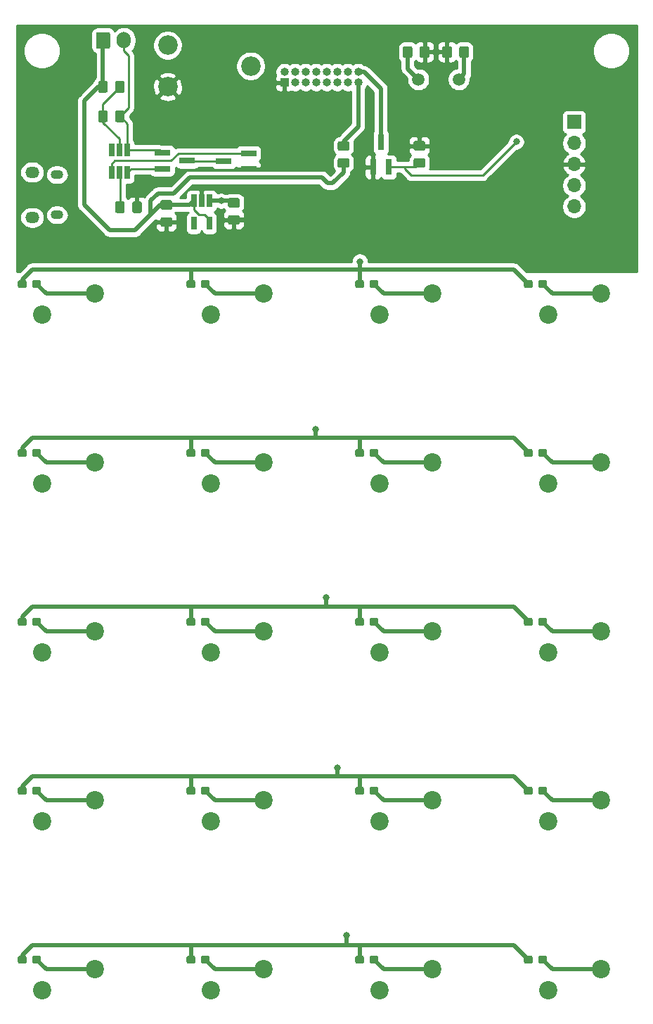
<source format=gbl>
G04 #@! TF.GenerationSoftware,KiCad,Pcbnew,5.1.5*
G04 #@! TF.CreationDate,2020-01-21T16:39:42-05:00*
G04 #@! TF.ProjectId,rpn_mxb,72706e5f-6d78-4622-9e6b-696361645f70,rev?*
G04 #@! TF.SameCoordinates,Original*
G04 #@! TF.FileFunction,Copper,L2,Bot*
G04 #@! TF.FilePolarity,Positive*
%FSLAX46Y46*%
G04 Gerber Fmt 4.6, Leading zero omitted, Abs format (unit mm)*
G04 Created by KiCad (PCBNEW 5.1.5) date 2020-01-21 16:39:42*
%MOMM*%
%LPD*%
G04 APERTURE LIST*
%ADD10C,2.200000*%
%ADD11R,0.800000X1.900000*%
%ADD12C,0.100000*%
%ADD13C,1.500000*%
%ADD14O,1.700000X1.700000*%
%ADD15R,1.700000X1.700000*%
%ADD16C,2.340000*%
%ADD17O,1.000000X1.000000*%
%ADD18R,1.000000X1.000000*%
%ADD19O,1.700000X2.000000*%
%ADD20O,1.500000X1.100000*%
%ADD21O,1.700000X1.350000*%
%ADD22R,1.900000X0.800000*%
%ADD23R,0.650000X1.560000*%
%ADD24C,0.800000*%
%ADD25C,0.508000*%
%ADD26C,0.250000*%
%ADD27C,0.254000*%
G04 APERTURE END LIST*
D10*
X157480000Y-147320000D03*
X151130000Y-149860000D03*
D11*
X152268000Y-50800000D03*
X150368000Y-50800000D03*
X151318000Y-47800000D03*
G04 #@! TA.AperFunction,SMDPad,CuDef*
D12*
G36*
X147286505Y-47686204D02*
G01*
X147310773Y-47689804D01*
X147334572Y-47695765D01*
X147357671Y-47704030D01*
X147379850Y-47714520D01*
X147400893Y-47727132D01*
X147420599Y-47741747D01*
X147438777Y-47758223D01*
X147455253Y-47776401D01*
X147469868Y-47796107D01*
X147482480Y-47817150D01*
X147492970Y-47839329D01*
X147501235Y-47862428D01*
X147507196Y-47886227D01*
X147510796Y-47910495D01*
X147512000Y-47934999D01*
X147512000Y-48585001D01*
X147510796Y-48609505D01*
X147507196Y-48633773D01*
X147501235Y-48657572D01*
X147492970Y-48680671D01*
X147482480Y-48702850D01*
X147469868Y-48723893D01*
X147455253Y-48743599D01*
X147438777Y-48761777D01*
X147420599Y-48778253D01*
X147400893Y-48792868D01*
X147379850Y-48805480D01*
X147357671Y-48815970D01*
X147334572Y-48824235D01*
X147310773Y-48830196D01*
X147286505Y-48833796D01*
X147262001Y-48835000D01*
X146361999Y-48835000D01*
X146337495Y-48833796D01*
X146313227Y-48830196D01*
X146289428Y-48824235D01*
X146266329Y-48815970D01*
X146244150Y-48805480D01*
X146223107Y-48792868D01*
X146203401Y-48778253D01*
X146185223Y-48761777D01*
X146168747Y-48743599D01*
X146154132Y-48723893D01*
X146141520Y-48702850D01*
X146131030Y-48680671D01*
X146122765Y-48657572D01*
X146116804Y-48633773D01*
X146113204Y-48609505D01*
X146112000Y-48585001D01*
X146112000Y-47934999D01*
X146113204Y-47910495D01*
X146116804Y-47886227D01*
X146122765Y-47862428D01*
X146131030Y-47839329D01*
X146141520Y-47817150D01*
X146154132Y-47796107D01*
X146168747Y-47776401D01*
X146185223Y-47758223D01*
X146203401Y-47741747D01*
X146223107Y-47727132D01*
X146244150Y-47714520D01*
X146266329Y-47704030D01*
X146289428Y-47695765D01*
X146313227Y-47689804D01*
X146337495Y-47686204D01*
X146361999Y-47685000D01*
X147262001Y-47685000D01*
X147286505Y-47686204D01*
G37*
G04 #@! TD.AperFunction*
G04 #@! TA.AperFunction,SMDPad,CuDef*
G36*
X147286505Y-49736204D02*
G01*
X147310773Y-49739804D01*
X147334572Y-49745765D01*
X147357671Y-49754030D01*
X147379850Y-49764520D01*
X147400893Y-49777132D01*
X147420599Y-49791747D01*
X147438777Y-49808223D01*
X147455253Y-49826401D01*
X147469868Y-49846107D01*
X147482480Y-49867150D01*
X147492970Y-49889329D01*
X147501235Y-49912428D01*
X147507196Y-49936227D01*
X147510796Y-49960495D01*
X147512000Y-49984999D01*
X147512000Y-50635001D01*
X147510796Y-50659505D01*
X147507196Y-50683773D01*
X147501235Y-50707572D01*
X147492970Y-50730671D01*
X147482480Y-50752850D01*
X147469868Y-50773893D01*
X147455253Y-50793599D01*
X147438777Y-50811777D01*
X147420599Y-50828253D01*
X147400893Y-50842868D01*
X147379850Y-50855480D01*
X147357671Y-50865970D01*
X147334572Y-50874235D01*
X147310773Y-50880196D01*
X147286505Y-50883796D01*
X147262001Y-50885000D01*
X146361999Y-50885000D01*
X146337495Y-50883796D01*
X146313227Y-50880196D01*
X146289428Y-50874235D01*
X146266329Y-50865970D01*
X146244150Y-50855480D01*
X146223107Y-50842868D01*
X146203401Y-50828253D01*
X146185223Y-50811777D01*
X146168747Y-50793599D01*
X146154132Y-50773893D01*
X146141520Y-50752850D01*
X146131030Y-50730671D01*
X146122765Y-50707572D01*
X146116804Y-50683773D01*
X146113204Y-50659505D01*
X146112000Y-50635001D01*
X146112000Y-49984999D01*
X146113204Y-49960495D01*
X146116804Y-49936227D01*
X146122765Y-49912428D01*
X146131030Y-49889329D01*
X146141520Y-49867150D01*
X146154132Y-49846107D01*
X146168747Y-49826401D01*
X146185223Y-49808223D01*
X146203401Y-49791747D01*
X146223107Y-49777132D01*
X146244150Y-49764520D01*
X146266329Y-49754030D01*
X146289428Y-49745765D01*
X146313227Y-49739804D01*
X146337495Y-49736204D01*
X146361999Y-49735000D01*
X147262001Y-49735000D01*
X147286505Y-49736204D01*
G37*
G04 #@! TD.AperFunction*
G04 #@! TA.AperFunction,SMDPad,CuDef*
G36*
X156430505Y-49718204D02*
G01*
X156454773Y-49721804D01*
X156478572Y-49727765D01*
X156501671Y-49736030D01*
X156523850Y-49746520D01*
X156544893Y-49759132D01*
X156564599Y-49773747D01*
X156582777Y-49790223D01*
X156599253Y-49808401D01*
X156613868Y-49828107D01*
X156626480Y-49849150D01*
X156636970Y-49871329D01*
X156645235Y-49894428D01*
X156651196Y-49918227D01*
X156654796Y-49942495D01*
X156656000Y-49966999D01*
X156656000Y-50617001D01*
X156654796Y-50641505D01*
X156651196Y-50665773D01*
X156645235Y-50689572D01*
X156636970Y-50712671D01*
X156626480Y-50734850D01*
X156613868Y-50755893D01*
X156599253Y-50775599D01*
X156582777Y-50793777D01*
X156564599Y-50810253D01*
X156544893Y-50824868D01*
X156523850Y-50837480D01*
X156501671Y-50847970D01*
X156478572Y-50856235D01*
X156454773Y-50862196D01*
X156430505Y-50865796D01*
X156406001Y-50867000D01*
X155505999Y-50867000D01*
X155481495Y-50865796D01*
X155457227Y-50862196D01*
X155433428Y-50856235D01*
X155410329Y-50847970D01*
X155388150Y-50837480D01*
X155367107Y-50824868D01*
X155347401Y-50810253D01*
X155329223Y-50793777D01*
X155312747Y-50775599D01*
X155298132Y-50755893D01*
X155285520Y-50734850D01*
X155275030Y-50712671D01*
X155266765Y-50689572D01*
X155260804Y-50665773D01*
X155257204Y-50641505D01*
X155256000Y-50617001D01*
X155256000Y-49966999D01*
X155257204Y-49942495D01*
X155260804Y-49918227D01*
X155266765Y-49894428D01*
X155275030Y-49871329D01*
X155285520Y-49849150D01*
X155298132Y-49828107D01*
X155312747Y-49808401D01*
X155329223Y-49790223D01*
X155347401Y-49773747D01*
X155367107Y-49759132D01*
X155388150Y-49746520D01*
X155410329Y-49736030D01*
X155433428Y-49727765D01*
X155457227Y-49721804D01*
X155481495Y-49718204D01*
X155505999Y-49717000D01*
X156406001Y-49717000D01*
X156430505Y-49718204D01*
G37*
G04 #@! TD.AperFunction*
G04 #@! TA.AperFunction,SMDPad,CuDef*
G36*
X156430505Y-47668204D02*
G01*
X156454773Y-47671804D01*
X156478572Y-47677765D01*
X156501671Y-47686030D01*
X156523850Y-47696520D01*
X156544893Y-47709132D01*
X156564599Y-47723747D01*
X156582777Y-47740223D01*
X156599253Y-47758401D01*
X156613868Y-47778107D01*
X156626480Y-47799150D01*
X156636970Y-47821329D01*
X156645235Y-47844428D01*
X156651196Y-47868227D01*
X156654796Y-47892495D01*
X156656000Y-47916999D01*
X156656000Y-48567001D01*
X156654796Y-48591505D01*
X156651196Y-48615773D01*
X156645235Y-48639572D01*
X156636970Y-48662671D01*
X156626480Y-48684850D01*
X156613868Y-48705893D01*
X156599253Y-48725599D01*
X156582777Y-48743777D01*
X156564599Y-48760253D01*
X156544893Y-48774868D01*
X156523850Y-48787480D01*
X156501671Y-48797970D01*
X156478572Y-48806235D01*
X156454773Y-48812196D01*
X156430505Y-48815796D01*
X156406001Y-48817000D01*
X155505999Y-48817000D01*
X155481495Y-48815796D01*
X155457227Y-48812196D01*
X155433428Y-48806235D01*
X155410329Y-48797970D01*
X155388150Y-48787480D01*
X155367107Y-48774868D01*
X155347401Y-48760253D01*
X155329223Y-48743777D01*
X155312747Y-48725599D01*
X155298132Y-48705893D01*
X155285520Y-48684850D01*
X155275030Y-48662671D01*
X155266765Y-48639572D01*
X155260804Y-48615773D01*
X155257204Y-48591505D01*
X155256000Y-48567001D01*
X155256000Y-47916999D01*
X155257204Y-47892495D01*
X155260804Y-47868227D01*
X155266765Y-47844428D01*
X155275030Y-47821329D01*
X155285520Y-47799150D01*
X155298132Y-47778107D01*
X155312747Y-47758401D01*
X155329223Y-47740223D01*
X155347401Y-47723747D01*
X155367107Y-47709132D01*
X155388150Y-47696520D01*
X155410329Y-47686030D01*
X155433428Y-47677765D01*
X155457227Y-47671804D01*
X155481495Y-47668204D01*
X155505999Y-47667000D01*
X156406001Y-47667000D01*
X156430505Y-47668204D01*
G37*
G04 #@! TD.AperFunction*
D13*
X160709000Y-40259000D03*
X155829000Y-40259000D03*
D14*
X174599600Y-55549800D03*
X174599600Y-53009800D03*
X174599600Y-50469800D03*
X174599600Y-47929800D03*
D15*
X174599600Y-45389800D03*
G04 #@! TA.AperFunction,SMDPad,CuDef*
D12*
G36*
X161684506Y-36253203D02*
G01*
X161708774Y-36256803D01*
X161732573Y-36262764D01*
X161755672Y-36271029D01*
X161777851Y-36281519D01*
X161798894Y-36294131D01*
X161818600Y-36308746D01*
X161836778Y-36325222D01*
X161853254Y-36343400D01*
X161867869Y-36363106D01*
X161880481Y-36384149D01*
X161890971Y-36406328D01*
X161899236Y-36429427D01*
X161905197Y-36453226D01*
X161908797Y-36477494D01*
X161910001Y-36501998D01*
X161910001Y-37402000D01*
X161908797Y-37426504D01*
X161905197Y-37450772D01*
X161899236Y-37474571D01*
X161890971Y-37497670D01*
X161880481Y-37519849D01*
X161867869Y-37540892D01*
X161853254Y-37560598D01*
X161836778Y-37578776D01*
X161818600Y-37595252D01*
X161798894Y-37609867D01*
X161777851Y-37622479D01*
X161755672Y-37632969D01*
X161732573Y-37641234D01*
X161708774Y-37647195D01*
X161684506Y-37650795D01*
X161660002Y-37651999D01*
X161010000Y-37651999D01*
X160985496Y-37650795D01*
X160961228Y-37647195D01*
X160937429Y-37641234D01*
X160914330Y-37632969D01*
X160892151Y-37622479D01*
X160871108Y-37609867D01*
X160851402Y-37595252D01*
X160833224Y-37578776D01*
X160816748Y-37560598D01*
X160802133Y-37540892D01*
X160789521Y-37519849D01*
X160779031Y-37497670D01*
X160770766Y-37474571D01*
X160764805Y-37450772D01*
X160761205Y-37426504D01*
X160760001Y-37402000D01*
X160760001Y-36501998D01*
X160761205Y-36477494D01*
X160764805Y-36453226D01*
X160770766Y-36429427D01*
X160779031Y-36406328D01*
X160789521Y-36384149D01*
X160802133Y-36363106D01*
X160816748Y-36343400D01*
X160833224Y-36325222D01*
X160851402Y-36308746D01*
X160871108Y-36294131D01*
X160892151Y-36281519D01*
X160914330Y-36271029D01*
X160937429Y-36262764D01*
X160961228Y-36256803D01*
X160985496Y-36253203D01*
X161010000Y-36251999D01*
X161660002Y-36251999D01*
X161684506Y-36253203D01*
G37*
G04 #@! TD.AperFunction*
G04 #@! TA.AperFunction,SMDPad,CuDef*
G36*
X159634506Y-36253203D02*
G01*
X159658774Y-36256803D01*
X159682573Y-36262764D01*
X159705672Y-36271029D01*
X159727851Y-36281519D01*
X159748894Y-36294131D01*
X159768600Y-36308746D01*
X159786778Y-36325222D01*
X159803254Y-36343400D01*
X159817869Y-36363106D01*
X159830481Y-36384149D01*
X159840971Y-36406328D01*
X159849236Y-36429427D01*
X159855197Y-36453226D01*
X159858797Y-36477494D01*
X159860001Y-36501998D01*
X159860001Y-37402000D01*
X159858797Y-37426504D01*
X159855197Y-37450772D01*
X159849236Y-37474571D01*
X159840971Y-37497670D01*
X159830481Y-37519849D01*
X159817869Y-37540892D01*
X159803254Y-37560598D01*
X159786778Y-37578776D01*
X159768600Y-37595252D01*
X159748894Y-37609867D01*
X159727851Y-37622479D01*
X159705672Y-37632969D01*
X159682573Y-37641234D01*
X159658774Y-37647195D01*
X159634506Y-37650795D01*
X159610002Y-37651999D01*
X158960000Y-37651999D01*
X158935496Y-37650795D01*
X158911228Y-37647195D01*
X158887429Y-37641234D01*
X158864330Y-37632969D01*
X158842151Y-37622479D01*
X158821108Y-37609867D01*
X158801402Y-37595252D01*
X158783224Y-37578776D01*
X158766748Y-37560598D01*
X158752133Y-37540892D01*
X158739521Y-37519849D01*
X158729031Y-37497670D01*
X158720766Y-37474571D01*
X158714805Y-37450772D01*
X158711205Y-37426504D01*
X158710001Y-37402000D01*
X158710001Y-36501998D01*
X158711205Y-36477494D01*
X158714805Y-36453226D01*
X158720766Y-36429427D01*
X158729031Y-36406328D01*
X158739521Y-36384149D01*
X158752133Y-36363106D01*
X158766748Y-36343400D01*
X158783224Y-36325222D01*
X158801402Y-36308746D01*
X158821108Y-36294131D01*
X158842151Y-36281519D01*
X158864330Y-36271029D01*
X158887429Y-36262764D01*
X158911228Y-36256803D01*
X158935496Y-36253203D01*
X158960000Y-36251999D01*
X159610002Y-36251999D01*
X159634506Y-36253203D01*
G37*
G04 #@! TD.AperFunction*
G04 #@! TA.AperFunction,SMDPad,CuDef*
G36*
X156934506Y-36253203D02*
G01*
X156958774Y-36256803D01*
X156982573Y-36262764D01*
X157005672Y-36271029D01*
X157027851Y-36281519D01*
X157048894Y-36294131D01*
X157068600Y-36308746D01*
X157086778Y-36325222D01*
X157103254Y-36343400D01*
X157117869Y-36363106D01*
X157130481Y-36384149D01*
X157140971Y-36406328D01*
X157149236Y-36429427D01*
X157155197Y-36453226D01*
X157158797Y-36477494D01*
X157160001Y-36501998D01*
X157160001Y-37402000D01*
X157158797Y-37426504D01*
X157155197Y-37450772D01*
X157149236Y-37474571D01*
X157140971Y-37497670D01*
X157130481Y-37519849D01*
X157117869Y-37540892D01*
X157103254Y-37560598D01*
X157086778Y-37578776D01*
X157068600Y-37595252D01*
X157048894Y-37609867D01*
X157027851Y-37622479D01*
X157005672Y-37632969D01*
X156982573Y-37641234D01*
X156958774Y-37647195D01*
X156934506Y-37650795D01*
X156910002Y-37651999D01*
X156260000Y-37651999D01*
X156235496Y-37650795D01*
X156211228Y-37647195D01*
X156187429Y-37641234D01*
X156164330Y-37632969D01*
X156142151Y-37622479D01*
X156121108Y-37609867D01*
X156101402Y-37595252D01*
X156083224Y-37578776D01*
X156066748Y-37560598D01*
X156052133Y-37540892D01*
X156039521Y-37519849D01*
X156029031Y-37497670D01*
X156020766Y-37474571D01*
X156014805Y-37450772D01*
X156011205Y-37426504D01*
X156010001Y-37402000D01*
X156010001Y-36501998D01*
X156011205Y-36477494D01*
X156014805Y-36453226D01*
X156020766Y-36429427D01*
X156029031Y-36406328D01*
X156039521Y-36384149D01*
X156052133Y-36363106D01*
X156066748Y-36343400D01*
X156083224Y-36325222D01*
X156101402Y-36308746D01*
X156121108Y-36294131D01*
X156142151Y-36281519D01*
X156164330Y-36271029D01*
X156187429Y-36262764D01*
X156211228Y-36256803D01*
X156235496Y-36253203D01*
X156260000Y-36251999D01*
X156910002Y-36251999D01*
X156934506Y-36253203D01*
G37*
G04 #@! TD.AperFunction*
G04 #@! TA.AperFunction,SMDPad,CuDef*
G36*
X154884506Y-36253203D02*
G01*
X154908774Y-36256803D01*
X154932573Y-36262764D01*
X154955672Y-36271029D01*
X154977851Y-36281519D01*
X154998894Y-36294131D01*
X155018600Y-36308746D01*
X155036778Y-36325222D01*
X155053254Y-36343400D01*
X155067869Y-36363106D01*
X155080481Y-36384149D01*
X155090971Y-36406328D01*
X155099236Y-36429427D01*
X155105197Y-36453226D01*
X155108797Y-36477494D01*
X155110001Y-36501998D01*
X155110001Y-37402000D01*
X155108797Y-37426504D01*
X155105197Y-37450772D01*
X155099236Y-37474571D01*
X155090971Y-37497670D01*
X155080481Y-37519849D01*
X155067869Y-37540892D01*
X155053254Y-37560598D01*
X155036778Y-37578776D01*
X155018600Y-37595252D01*
X154998894Y-37609867D01*
X154977851Y-37622479D01*
X154955672Y-37632969D01*
X154932573Y-37641234D01*
X154908774Y-37647195D01*
X154884506Y-37650795D01*
X154860002Y-37651999D01*
X154210000Y-37651999D01*
X154185496Y-37650795D01*
X154161228Y-37647195D01*
X154137429Y-37641234D01*
X154114330Y-37632969D01*
X154092151Y-37622479D01*
X154071108Y-37609867D01*
X154051402Y-37595252D01*
X154033224Y-37578776D01*
X154016748Y-37560598D01*
X154002133Y-37540892D01*
X153989521Y-37519849D01*
X153979031Y-37497670D01*
X153970766Y-37474571D01*
X153964805Y-37450772D01*
X153961205Y-37426504D01*
X153960001Y-37402000D01*
X153960001Y-36501998D01*
X153961205Y-36477494D01*
X153964805Y-36453226D01*
X153970766Y-36429427D01*
X153979031Y-36406328D01*
X153989521Y-36384149D01*
X154002133Y-36363106D01*
X154016748Y-36343400D01*
X154033224Y-36325222D01*
X154051402Y-36308746D01*
X154071108Y-36294131D01*
X154092151Y-36281519D01*
X154114330Y-36271029D01*
X154137429Y-36262764D01*
X154161228Y-36256803D01*
X154185496Y-36253203D01*
X154210000Y-36251999D01*
X154860002Y-36251999D01*
X154884506Y-36253203D01*
G37*
G04 #@! TD.AperFunction*
D10*
X171450000Y-149860000D03*
X177800000Y-147320000D03*
X130810000Y-149860000D03*
X137160000Y-147320000D03*
X110490000Y-149860000D03*
X116840000Y-147320000D03*
X171450000Y-129540000D03*
X177800000Y-127000000D03*
X151130000Y-129540000D03*
X157480000Y-127000000D03*
X130810000Y-129540000D03*
X137160000Y-127000000D03*
X110490000Y-129540000D03*
X116840000Y-127000000D03*
X171450000Y-109220000D03*
X177800000Y-106680000D03*
X151130000Y-109220000D03*
X157480000Y-106680000D03*
X130810000Y-109220000D03*
X137160000Y-106680000D03*
X110490000Y-109220000D03*
X116840000Y-106680000D03*
X171450000Y-88900000D03*
X177800000Y-86360000D03*
X151130000Y-88900000D03*
X157480000Y-86360000D03*
X130810000Y-88900000D03*
X137160000Y-86360000D03*
X110490000Y-88900000D03*
X116840000Y-86360000D03*
X171450000Y-68580000D03*
X177800000Y-66040000D03*
X151130000Y-68580000D03*
X157480000Y-66040000D03*
X130810000Y-68580000D03*
X137160000Y-66040000D03*
X110490000Y-68580000D03*
X116840000Y-66040000D03*
D16*
X125636000Y-41148000D03*
X135636000Y-38648000D03*
X125636000Y-36148000D03*
D17*
X148590000Y-39370000D03*
X148590000Y-40640000D03*
X147320000Y-39370000D03*
X147320000Y-40640000D03*
X146050000Y-39370000D03*
X146050000Y-40640000D03*
X144780000Y-39370000D03*
X144780000Y-40640000D03*
X143510000Y-39370000D03*
X143510000Y-40640000D03*
X142240000Y-39370000D03*
X142240000Y-40640000D03*
X140970000Y-39370000D03*
X140970000Y-40640000D03*
X139700000Y-39370000D03*
D18*
X139700000Y-40640000D03*
G04 #@! TA.AperFunction,SMDPad,CuDef*
D12*
G36*
X171137179Y-145677744D02*
G01*
X171160234Y-145681163D01*
X171182843Y-145686827D01*
X171204787Y-145694679D01*
X171225857Y-145704644D01*
X171245848Y-145716626D01*
X171264568Y-145730510D01*
X171281838Y-145746162D01*
X171297490Y-145763432D01*
X171311374Y-145782152D01*
X171323356Y-145802143D01*
X171333321Y-145823213D01*
X171341173Y-145845157D01*
X171346837Y-145867766D01*
X171350256Y-145890821D01*
X171351400Y-145914100D01*
X171351400Y-146389100D01*
X171350256Y-146412379D01*
X171346837Y-146435434D01*
X171341173Y-146458043D01*
X171333321Y-146479987D01*
X171323356Y-146501057D01*
X171311374Y-146521048D01*
X171297490Y-146539768D01*
X171281838Y-146557038D01*
X171264568Y-146572690D01*
X171245848Y-146586574D01*
X171225857Y-146598556D01*
X171204787Y-146608521D01*
X171182843Y-146616373D01*
X171160234Y-146622037D01*
X171137179Y-146625456D01*
X171113900Y-146626600D01*
X170538900Y-146626600D01*
X170515621Y-146625456D01*
X170492566Y-146622037D01*
X170469957Y-146616373D01*
X170448013Y-146608521D01*
X170426943Y-146598556D01*
X170406952Y-146586574D01*
X170388232Y-146572690D01*
X170370962Y-146557038D01*
X170355310Y-146539768D01*
X170341426Y-146521048D01*
X170329444Y-146501057D01*
X170319479Y-146479987D01*
X170311627Y-146458043D01*
X170305963Y-146435434D01*
X170302544Y-146412379D01*
X170301400Y-146389100D01*
X170301400Y-145914100D01*
X170302544Y-145890821D01*
X170305963Y-145867766D01*
X170311627Y-145845157D01*
X170319479Y-145823213D01*
X170329444Y-145802143D01*
X170341426Y-145782152D01*
X170355310Y-145763432D01*
X170370962Y-145746162D01*
X170388232Y-145730510D01*
X170406952Y-145716626D01*
X170426943Y-145704644D01*
X170448013Y-145694679D01*
X170469957Y-145686827D01*
X170492566Y-145681163D01*
X170515621Y-145677744D01*
X170538900Y-145676600D01*
X171113900Y-145676600D01*
X171137179Y-145677744D01*
G37*
G04 #@! TD.AperFunction*
G04 #@! TA.AperFunction,SMDPad,CuDef*
G36*
X169387179Y-145677744D02*
G01*
X169410234Y-145681163D01*
X169432843Y-145686827D01*
X169454787Y-145694679D01*
X169475857Y-145704644D01*
X169495848Y-145716626D01*
X169514568Y-145730510D01*
X169531838Y-145746162D01*
X169547490Y-145763432D01*
X169561374Y-145782152D01*
X169573356Y-145802143D01*
X169583321Y-145823213D01*
X169591173Y-145845157D01*
X169596837Y-145867766D01*
X169600256Y-145890821D01*
X169601400Y-145914100D01*
X169601400Y-146389100D01*
X169600256Y-146412379D01*
X169596837Y-146435434D01*
X169591173Y-146458043D01*
X169583321Y-146479987D01*
X169573356Y-146501057D01*
X169561374Y-146521048D01*
X169547490Y-146539768D01*
X169531838Y-146557038D01*
X169514568Y-146572690D01*
X169495848Y-146586574D01*
X169475857Y-146598556D01*
X169454787Y-146608521D01*
X169432843Y-146616373D01*
X169410234Y-146622037D01*
X169387179Y-146625456D01*
X169363900Y-146626600D01*
X168788900Y-146626600D01*
X168765621Y-146625456D01*
X168742566Y-146622037D01*
X168719957Y-146616373D01*
X168698013Y-146608521D01*
X168676943Y-146598556D01*
X168656952Y-146586574D01*
X168638232Y-146572690D01*
X168620962Y-146557038D01*
X168605310Y-146539768D01*
X168591426Y-146521048D01*
X168579444Y-146501057D01*
X168569479Y-146479987D01*
X168561627Y-146458043D01*
X168555963Y-146435434D01*
X168552544Y-146412379D01*
X168551400Y-146389100D01*
X168551400Y-145914100D01*
X168552544Y-145890821D01*
X168555963Y-145867766D01*
X168561627Y-145845157D01*
X168569479Y-145823213D01*
X168579444Y-145802143D01*
X168591426Y-145782152D01*
X168605310Y-145763432D01*
X168620962Y-145746162D01*
X168638232Y-145730510D01*
X168656952Y-145716626D01*
X168676943Y-145704644D01*
X168698013Y-145694679D01*
X168719957Y-145686827D01*
X168742566Y-145681163D01*
X168765621Y-145677744D01*
X168788900Y-145676600D01*
X169363900Y-145676600D01*
X169387179Y-145677744D01*
G37*
G04 #@! TD.AperFunction*
G04 #@! TA.AperFunction,SMDPad,CuDef*
G36*
X150817179Y-145677744D02*
G01*
X150840234Y-145681163D01*
X150862843Y-145686827D01*
X150884787Y-145694679D01*
X150905857Y-145704644D01*
X150925848Y-145716626D01*
X150944568Y-145730510D01*
X150961838Y-145746162D01*
X150977490Y-145763432D01*
X150991374Y-145782152D01*
X151003356Y-145802143D01*
X151013321Y-145823213D01*
X151021173Y-145845157D01*
X151026837Y-145867766D01*
X151030256Y-145890821D01*
X151031400Y-145914100D01*
X151031400Y-146389100D01*
X151030256Y-146412379D01*
X151026837Y-146435434D01*
X151021173Y-146458043D01*
X151013321Y-146479987D01*
X151003356Y-146501057D01*
X150991374Y-146521048D01*
X150977490Y-146539768D01*
X150961838Y-146557038D01*
X150944568Y-146572690D01*
X150925848Y-146586574D01*
X150905857Y-146598556D01*
X150884787Y-146608521D01*
X150862843Y-146616373D01*
X150840234Y-146622037D01*
X150817179Y-146625456D01*
X150793900Y-146626600D01*
X150218900Y-146626600D01*
X150195621Y-146625456D01*
X150172566Y-146622037D01*
X150149957Y-146616373D01*
X150128013Y-146608521D01*
X150106943Y-146598556D01*
X150086952Y-146586574D01*
X150068232Y-146572690D01*
X150050962Y-146557038D01*
X150035310Y-146539768D01*
X150021426Y-146521048D01*
X150009444Y-146501057D01*
X149999479Y-146479987D01*
X149991627Y-146458043D01*
X149985963Y-146435434D01*
X149982544Y-146412379D01*
X149981400Y-146389100D01*
X149981400Y-145914100D01*
X149982544Y-145890821D01*
X149985963Y-145867766D01*
X149991627Y-145845157D01*
X149999479Y-145823213D01*
X150009444Y-145802143D01*
X150021426Y-145782152D01*
X150035310Y-145763432D01*
X150050962Y-145746162D01*
X150068232Y-145730510D01*
X150086952Y-145716626D01*
X150106943Y-145704644D01*
X150128013Y-145694679D01*
X150149957Y-145686827D01*
X150172566Y-145681163D01*
X150195621Y-145677744D01*
X150218900Y-145676600D01*
X150793900Y-145676600D01*
X150817179Y-145677744D01*
G37*
G04 #@! TD.AperFunction*
G04 #@! TA.AperFunction,SMDPad,CuDef*
G36*
X149067179Y-145677744D02*
G01*
X149090234Y-145681163D01*
X149112843Y-145686827D01*
X149134787Y-145694679D01*
X149155857Y-145704644D01*
X149175848Y-145716626D01*
X149194568Y-145730510D01*
X149211838Y-145746162D01*
X149227490Y-145763432D01*
X149241374Y-145782152D01*
X149253356Y-145802143D01*
X149263321Y-145823213D01*
X149271173Y-145845157D01*
X149276837Y-145867766D01*
X149280256Y-145890821D01*
X149281400Y-145914100D01*
X149281400Y-146389100D01*
X149280256Y-146412379D01*
X149276837Y-146435434D01*
X149271173Y-146458043D01*
X149263321Y-146479987D01*
X149253356Y-146501057D01*
X149241374Y-146521048D01*
X149227490Y-146539768D01*
X149211838Y-146557038D01*
X149194568Y-146572690D01*
X149175848Y-146586574D01*
X149155857Y-146598556D01*
X149134787Y-146608521D01*
X149112843Y-146616373D01*
X149090234Y-146622037D01*
X149067179Y-146625456D01*
X149043900Y-146626600D01*
X148468900Y-146626600D01*
X148445621Y-146625456D01*
X148422566Y-146622037D01*
X148399957Y-146616373D01*
X148378013Y-146608521D01*
X148356943Y-146598556D01*
X148336952Y-146586574D01*
X148318232Y-146572690D01*
X148300962Y-146557038D01*
X148285310Y-146539768D01*
X148271426Y-146521048D01*
X148259444Y-146501057D01*
X148249479Y-146479987D01*
X148241627Y-146458043D01*
X148235963Y-146435434D01*
X148232544Y-146412379D01*
X148231400Y-146389100D01*
X148231400Y-145914100D01*
X148232544Y-145890821D01*
X148235963Y-145867766D01*
X148241627Y-145845157D01*
X148249479Y-145823213D01*
X148259444Y-145802143D01*
X148271426Y-145782152D01*
X148285310Y-145763432D01*
X148300962Y-145746162D01*
X148318232Y-145730510D01*
X148336952Y-145716626D01*
X148356943Y-145704644D01*
X148378013Y-145694679D01*
X148399957Y-145686827D01*
X148422566Y-145681163D01*
X148445621Y-145677744D01*
X148468900Y-145676600D01*
X149043900Y-145676600D01*
X149067179Y-145677744D01*
G37*
G04 #@! TD.AperFunction*
G04 #@! TA.AperFunction,SMDPad,CuDef*
G36*
X130497179Y-145677744D02*
G01*
X130520234Y-145681163D01*
X130542843Y-145686827D01*
X130564787Y-145694679D01*
X130585857Y-145704644D01*
X130605848Y-145716626D01*
X130624568Y-145730510D01*
X130641838Y-145746162D01*
X130657490Y-145763432D01*
X130671374Y-145782152D01*
X130683356Y-145802143D01*
X130693321Y-145823213D01*
X130701173Y-145845157D01*
X130706837Y-145867766D01*
X130710256Y-145890821D01*
X130711400Y-145914100D01*
X130711400Y-146389100D01*
X130710256Y-146412379D01*
X130706837Y-146435434D01*
X130701173Y-146458043D01*
X130693321Y-146479987D01*
X130683356Y-146501057D01*
X130671374Y-146521048D01*
X130657490Y-146539768D01*
X130641838Y-146557038D01*
X130624568Y-146572690D01*
X130605848Y-146586574D01*
X130585857Y-146598556D01*
X130564787Y-146608521D01*
X130542843Y-146616373D01*
X130520234Y-146622037D01*
X130497179Y-146625456D01*
X130473900Y-146626600D01*
X129898900Y-146626600D01*
X129875621Y-146625456D01*
X129852566Y-146622037D01*
X129829957Y-146616373D01*
X129808013Y-146608521D01*
X129786943Y-146598556D01*
X129766952Y-146586574D01*
X129748232Y-146572690D01*
X129730962Y-146557038D01*
X129715310Y-146539768D01*
X129701426Y-146521048D01*
X129689444Y-146501057D01*
X129679479Y-146479987D01*
X129671627Y-146458043D01*
X129665963Y-146435434D01*
X129662544Y-146412379D01*
X129661400Y-146389100D01*
X129661400Y-145914100D01*
X129662544Y-145890821D01*
X129665963Y-145867766D01*
X129671627Y-145845157D01*
X129679479Y-145823213D01*
X129689444Y-145802143D01*
X129701426Y-145782152D01*
X129715310Y-145763432D01*
X129730962Y-145746162D01*
X129748232Y-145730510D01*
X129766952Y-145716626D01*
X129786943Y-145704644D01*
X129808013Y-145694679D01*
X129829957Y-145686827D01*
X129852566Y-145681163D01*
X129875621Y-145677744D01*
X129898900Y-145676600D01*
X130473900Y-145676600D01*
X130497179Y-145677744D01*
G37*
G04 #@! TD.AperFunction*
G04 #@! TA.AperFunction,SMDPad,CuDef*
G36*
X128747179Y-145677744D02*
G01*
X128770234Y-145681163D01*
X128792843Y-145686827D01*
X128814787Y-145694679D01*
X128835857Y-145704644D01*
X128855848Y-145716626D01*
X128874568Y-145730510D01*
X128891838Y-145746162D01*
X128907490Y-145763432D01*
X128921374Y-145782152D01*
X128933356Y-145802143D01*
X128943321Y-145823213D01*
X128951173Y-145845157D01*
X128956837Y-145867766D01*
X128960256Y-145890821D01*
X128961400Y-145914100D01*
X128961400Y-146389100D01*
X128960256Y-146412379D01*
X128956837Y-146435434D01*
X128951173Y-146458043D01*
X128943321Y-146479987D01*
X128933356Y-146501057D01*
X128921374Y-146521048D01*
X128907490Y-146539768D01*
X128891838Y-146557038D01*
X128874568Y-146572690D01*
X128855848Y-146586574D01*
X128835857Y-146598556D01*
X128814787Y-146608521D01*
X128792843Y-146616373D01*
X128770234Y-146622037D01*
X128747179Y-146625456D01*
X128723900Y-146626600D01*
X128148900Y-146626600D01*
X128125621Y-146625456D01*
X128102566Y-146622037D01*
X128079957Y-146616373D01*
X128058013Y-146608521D01*
X128036943Y-146598556D01*
X128016952Y-146586574D01*
X127998232Y-146572690D01*
X127980962Y-146557038D01*
X127965310Y-146539768D01*
X127951426Y-146521048D01*
X127939444Y-146501057D01*
X127929479Y-146479987D01*
X127921627Y-146458043D01*
X127915963Y-146435434D01*
X127912544Y-146412379D01*
X127911400Y-146389100D01*
X127911400Y-145914100D01*
X127912544Y-145890821D01*
X127915963Y-145867766D01*
X127921627Y-145845157D01*
X127929479Y-145823213D01*
X127939444Y-145802143D01*
X127951426Y-145782152D01*
X127965310Y-145763432D01*
X127980962Y-145746162D01*
X127998232Y-145730510D01*
X128016952Y-145716626D01*
X128036943Y-145704644D01*
X128058013Y-145694679D01*
X128079957Y-145686827D01*
X128102566Y-145681163D01*
X128125621Y-145677744D01*
X128148900Y-145676600D01*
X128723900Y-145676600D01*
X128747179Y-145677744D01*
G37*
G04 #@! TD.AperFunction*
G04 #@! TA.AperFunction,SMDPad,CuDef*
G36*
X110177179Y-145677744D02*
G01*
X110200234Y-145681163D01*
X110222843Y-145686827D01*
X110244787Y-145694679D01*
X110265857Y-145704644D01*
X110285848Y-145716626D01*
X110304568Y-145730510D01*
X110321838Y-145746162D01*
X110337490Y-145763432D01*
X110351374Y-145782152D01*
X110363356Y-145802143D01*
X110373321Y-145823213D01*
X110381173Y-145845157D01*
X110386837Y-145867766D01*
X110390256Y-145890821D01*
X110391400Y-145914100D01*
X110391400Y-146389100D01*
X110390256Y-146412379D01*
X110386837Y-146435434D01*
X110381173Y-146458043D01*
X110373321Y-146479987D01*
X110363356Y-146501057D01*
X110351374Y-146521048D01*
X110337490Y-146539768D01*
X110321838Y-146557038D01*
X110304568Y-146572690D01*
X110285848Y-146586574D01*
X110265857Y-146598556D01*
X110244787Y-146608521D01*
X110222843Y-146616373D01*
X110200234Y-146622037D01*
X110177179Y-146625456D01*
X110153900Y-146626600D01*
X109578900Y-146626600D01*
X109555621Y-146625456D01*
X109532566Y-146622037D01*
X109509957Y-146616373D01*
X109488013Y-146608521D01*
X109466943Y-146598556D01*
X109446952Y-146586574D01*
X109428232Y-146572690D01*
X109410962Y-146557038D01*
X109395310Y-146539768D01*
X109381426Y-146521048D01*
X109369444Y-146501057D01*
X109359479Y-146479987D01*
X109351627Y-146458043D01*
X109345963Y-146435434D01*
X109342544Y-146412379D01*
X109341400Y-146389100D01*
X109341400Y-145914100D01*
X109342544Y-145890821D01*
X109345963Y-145867766D01*
X109351627Y-145845157D01*
X109359479Y-145823213D01*
X109369444Y-145802143D01*
X109381426Y-145782152D01*
X109395310Y-145763432D01*
X109410962Y-145746162D01*
X109428232Y-145730510D01*
X109446952Y-145716626D01*
X109466943Y-145704644D01*
X109488013Y-145694679D01*
X109509957Y-145686827D01*
X109532566Y-145681163D01*
X109555621Y-145677744D01*
X109578900Y-145676600D01*
X110153900Y-145676600D01*
X110177179Y-145677744D01*
G37*
G04 #@! TD.AperFunction*
G04 #@! TA.AperFunction,SMDPad,CuDef*
G36*
X108427179Y-145677744D02*
G01*
X108450234Y-145681163D01*
X108472843Y-145686827D01*
X108494787Y-145694679D01*
X108515857Y-145704644D01*
X108535848Y-145716626D01*
X108554568Y-145730510D01*
X108571838Y-145746162D01*
X108587490Y-145763432D01*
X108601374Y-145782152D01*
X108613356Y-145802143D01*
X108623321Y-145823213D01*
X108631173Y-145845157D01*
X108636837Y-145867766D01*
X108640256Y-145890821D01*
X108641400Y-145914100D01*
X108641400Y-146389100D01*
X108640256Y-146412379D01*
X108636837Y-146435434D01*
X108631173Y-146458043D01*
X108623321Y-146479987D01*
X108613356Y-146501057D01*
X108601374Y-146521048D01*
X108587490Y-146539768D01*
X108571838Y-146557038D01*
X108554568Y-146572690D01*
X108535848Y-146586574D01*
X108515857Y-146598556D01*
X108494787Y-146608521D01*
X108472843Y-146616373D01*
X108450234Y-146622037D01*
X108427179Y-146625456D01*
X108403900Y-146626600D01*
X107828900Y-146626600D01*
X107805621Y-146625456D01*
X107782566Y-146622037D01*
X107759957Y-146616373D01*
X107738013Y-146608521D01*
X107716943Y-146598556D01*
X107696952Y-146586574D01*
X107678232Y-146572690D01*
X107660962Y-146557038D01*
X107645310Y-146539768D01*
X107631426Y-146521048D01*
X107619444Y-146501057D01*
X107609479Y-146479987D01*
X107601627Y-146458043D01*
X107595963Y-146435434D01*
X107592544Y-146412379D01*
X107591400Y-146389100D01*
X107591400Y-145914100D01*
X107592544Y-145890821D01*
X107595963Y-145867766D01*
X107601627Y-145845157D01*
X107609479Y-145823213D01*
X107619444Y-145802143D01*
X107631426Y-145782152D01*
X107645310Y-145763432D01*
X107660962Y-145746162D01*
X107678232Y-145730510D01*
X107696952Y-145716626D01*
X107716943Y-145704644D01*
X107738013Y-145694679D01*
X107759957Y-145686827D01*
X107782566Y-145681163D01*
X107805621Y-145677744D01*
X107828900Y-145676600D01*
X108403900Y-145676600D01*
X108427179Y-145677744D01*
G37*
G04 #@! TD.AperFunction*
G04 #@! TA.AperFunction,SMDPad,CuDef*
G36*
X171137179Y-125357744D02*
G01*
X171160234Y-125361163D01*
X171182843Y-125366827D01*
X171204787Y-125374679D01*
X171225857Y-125384644D01*
X171245848Y-125396626D01*
X171264568Y-125410510D01*
X171281838Y-125426162D01*
X171297490Y-125443432D01*
X171311374Y-125462152D01*
X171323356Y-125482143D01*
X171333321Y-125503213D01*
X171341173Y-125525157D01*
X171346837Y-125547766D01*
X171350256Y-125570821D01*
X171351400Y-125594100D01*
X171351400Y-126069100D01*
X171350256Y-126092379D01*
X171346837Y-126115434D01*
X171341173Y-126138043D01*
X171333321Y-126159987D01*
X171323356Y-126181057D01*
X171311374Y-126201048D01*
X171297490Y-126219768D01*
X171281838Y-126237038D01*
X171264568Y-126252690D01*
X171245848Y-126266574D01*
X171225857Y-126278556D01*
X171204787Y-126288521D01*
X171182843Y-126296373D01*
X171160234Y-126302037D01*
X171137179Y-126305456D01*
X171113900Y-126306600D01*
X170538900Y-126306600D01*
X170515621Y-126305456D01*
X170492566Y-126302037D01*
X170469957Y-126296373D01*
X170448013Y-126288521D01*
X170426943Y-126278556D01*
X170406952Y-126266574D01*
X170388232Y-126252690D01*
X170370962Y-126237038D01*
X170355310Y-126219768D01*
X170341426Y-126201048D01*
X170329444Y-126181057D01*
X170319479Y-126159987D01*
X170311627Y-126138043D01*
X170305963Y-126115434D01*
X170302544Y-126092379D01*
X170301400Y-126069100D01*
X170301400Y-125594100D01*
X170302544Y-125570821D01*
X170305963Y-125547766D01*
X170311627Y-125525157D01*
X170319479Y-125503213D01*
X170329444Y-125482143D01*
X170341426Y-125462152D01*
X170355310Y-125443432D01*
X170370962Y-125426162D01*
X170388232Y-125410510D01*
X170406952Y-125396626D01*
X170426943Y-125384644D01*
X170448013Y-125374679D01*
X170469957Y-125366827D01*
X170492566Y-125361163D01*
X170515621Y-125357744D01*
X170538900Y-125356600D01*
X171113900Y-125356600D01*
X171137179Y-125357744D01*
G37*
G04 #@! TD.AperFunction*
G04 #@! TA.AperFunction,SMDPad,CuDef*
G36*
X169387179Y-125357744D02*
G01*
X169410234Y-125361163D01*
X169432843Y-125366827D01*
X169454787Y-125374679D01*
X169475857Y-125384644D01*
X169495848Y-125396626D01*
X169514568Y-125410510D01*
X169531838Y-125426162D01*
X169547490Y-125443432D01*
X169561374Y-125462152D01*
X169573356Y-125482143D01*
X169583321Y-125503213D01*
X169591173Y-125525157D01*
X169596837Y-125547766D01*
X169600256Y-125570821D01*
X169601400Y-125594100D01*
X169601400Y-126069100D01*
X169600256Y-126092379D01*
X169596837Y-126115434D01*
X169591173Y-126138043D01*
X169583321Y-126159987D01*
X169573356Y-126181057D01*
X169561374Y-126201048D01*
X169547490Y-126219768D01*
X169531838Y-126237038D01*
X169514568Y-126252690D01*
X169495848Y-126266574D01*
X169475857Y-126278556D01*
X169454787Y-126288521D01*
X169432843Y-126296373D01*
X169410234Y-126302037D01*
X169387179Y-126305456D01*
X169363900Y-126306600D01*
X168788900Y-126306600D01*
X168765621Y-126305456D01*
X168742566Y-126302037D01*
X168719957Y-126296373D01*
X168698013Y-126288521D01*
X168676943Y-126278556D01*
X168656952Y-126266574D01*
X168638232Y-126252690D01*
X168620962Y-126237038D01*
X168605310Y-126219768D01*
X168591426Y-126201048D01*
X168579444Y-126181057D01*
X168569479Y-126159987D01*
X168561627Y-126138043D01*
X168555963Y-126115434D01*
X168552544Y-126092379D01*
X168551400Y-126069100D01*
X168551400Y-125594100D01*
X168552544Y-125570821D01*
X168555963Y-125547766D01*
X168561627Y-125525157D01*
X168569479Y-125503213D01*
X168579444Y-125482143D01*
X168591426Y-125462152D01*
X168605310Y-125443432D01*
X168620962Y-125426162D01*
X168638232Y-125410510D01*
X168656952Y-125396626D01*
X168676943Y-125384644D01*
X168698013Y-125374679D01*
X168719957Y-125366827D01*
X168742566Y-125361163D01*
X168765621Y-125357744D01*
X168788900Y-125356600D01*
X169363900Y-125356600D01*
X169387179Y-125357744D01*
G37*
G04 #@! TD.AperFunction*
G04 #@! TA.AperFunction,SMDPad,CuDef*
G36*
X150817179Y-125357744D02*
G01*
X150840234Y-125361163D01*
X150862843Y-125366827D01*
X150884787Y-125374679D01*
X150905857Y-125384644D01*
X150925848Y-125396626D01*
X150944568Y-125410510D01*
X150961838Y-125426162D01*
X150977490Y-125443432D01*
X150991374Y-125462152D01*
X151003356Y-125482143D01*
X151013321Y-125503213D01*
X151021173Y-125525157D01*
X151026837Y-125547766D01*
X151030256Y-125570821D01*
X151031400Y-125594100D01*
X151031400Y-126069100D01*
X151030256Y-126092379D01*
X151026837Y-126115434D01*
X151021173Y-126138043D01*
X151013321Y-126159987D01*
X151003356Y-126181057D01*
X150991374Y-126201048D01*
X150977490Y-126219768D01*
X150961838Y-126237038D01*
X150944568Y-126252690D01*
X150925848Y-126266574D01*
X150905857Y-126278556D01*
X150884787Y-126288521D01*
X150862843Y-126296373D01*
X150840234Y-126302037D01*
X150817179Y-126305456D01*
X150793900Y-126306600D01*
X150218900Y-126306600D01*
X150195621Y-126305456D01*
X150172566Y-126302037D01*
X150149957Y-126296373D01*
X150128013Y-126288521D01*
X150106943Y-126278556D01*
X150086952Y-126266574D01*
X150068232Y-126252690D01*
X150050962Y-126237038D01*
X150035310Y-126219768D01*
X150021426Y-126201048D01*
X150009444Y-126181057D01*
X149999479Y-126159987D01*
X149991627Y-126138043D01*
X149985963Y-126115434D01*
X149982544Y-126092379D01*
X149981400Y-126069100D01*
X149981400Y-125594100D01*
X149982544Y-125570821D01*
X149985963Y-125547766D01*
X149991627Y-125525157D01*
X149999479Y-125503213D01*
X150009444Y-125482143D01*
X150021426Y-125462152D01*
X150035310Y-125443432D01*
X150050962Y-125426162D01*
X150068232Y-125410510D01*
X150086952Y-125396626D01*
X150106943Y-125384644D01*
X150128013Y-125374679D01*
X150149957Y-125366827D01*
X150172566Y-125361163D01*
X150195621Y-125357744D01*
X150218900Y-125356600D01*
X150793900Y-125356600D01*
X150817179Y-125357744D01*
G37*
G04 #@! TD.AperFunction*
G04 #@! TA.AperFunction,SMDPad,CuDef*
G36*
X149067179Y-125357744D02*
G01*
X149090234Y-125361163D01*
X149112843Y-125366827D01*
X149134787Y-125374679D01*
X149155857Y-125384644D01*
X149175848Y-125396626D01*
X149194568Y-125410510D01*
X149211838Y-125426162D01*
X149227490Y-125443432D01*
X149241374Y-125462152D01*
X149253356Y-125482143D01*
X149263321Y-125503213D01*
X149271173Y-125525157D01*
X149276837Y-125547766D01*
X149280256Y-125570821D01*
X149281400Y-125594100D01*
X149281400Y-126069100D01*
X149280256Y-126092379D01*
X149276837Y-126115434D01*
X149271173Y-126138043D01*
X149263321Y-126159987D01*
X149253356Y-126181057D01*
X149241374Y-126201048D01*
X149227490Y-126219768D01*
X149211838Y-126237038D01*
X149194568Y-126252690D01*
X149175848Y-126266574D01*
X149155857Y-126278556D01*
X149134787Y-126288521D01*
X149112843Y-126296373D01*
X149090234Y-126302037D01*
X149067179Y-126305456D01*
X149043900Y-126306600D01*
X148468900Y-126306600D01*
X148445621Y-126305456D01*
X148422566Y-126302037D01*
X148399957Y-126296373D01*
X148378013Y-126288521D01*
X148356943Y-126278556D01*
X148336952Y-126266574D01*
X148318232Y-126252690D01*
X148300962Y-126237038D01*
X148285310Y-126219768D01*
X148271426Y-126201048D01*
X148259444Y-126181057D01*
X148249479Y-126159987D01*
X148241627Y-126138043D01*
X148235963Y-126115434D01*
X148232544Y-126092379D01*
X148231400Y-126069100D01*
X148231400Y-125594100D01*
X148232544Y-125570821D01*
X148235963Y-125547766D01*
X148241627Y-125525157D01*
X148249479Y-125503213D01*
X148259444Y-125482143D01*
X148271426Y-125462152D01*
X148285310Y-125443432D01*
X148300962Y-125426162D01*
X148318232Y-125410510D01*
X148336952Y-125396626D01*
X148356943Y-125384644D01*
X148378013Y-125374679D01*
X148399957Y-125366827D01*
X148422566Y-125361163D01*
X148445621Y-125357744D01*
X148468900Y-125356600D01*
X149043900Y-125356600D01*
X149067179Y-125357744D01*
G37*
G04 #@! TD.AperFunction*
G04 #@! TA.AperFunction,SMDPad,CuDef*
G36*
X130497179Y-125357744D02*
G01*
X130520234Y-125361163D01*
X130542843Y-125366827D01*
X130564787Y-125374679D01*
X130585857Y-125384644D01*
X130605848Y-125396626D01*
X130624568Y-125410510D01*
X130641838Y-125426162D01*
X130657490Y-125443432D01*
X130671374Y-125462152D01*
X130683356Y-125482143D01*
X130693321Y-125503213D01*
X130701173Y-125525157D01*
X130706837Y-125547766D01*
X130710256Y-125570821D01*
X130711400Y-125594100D01*
X130711400Y-126069100D01*
X130710256Y-126092379D01*
X130706837Y-126115434D01*
X130701173Y-126138043D01*
X130693321Y-126159987D01*
X130683356Y-126181057D01*
X130671374Y-126201048D01*
X130657490Y-126219768D01*
X130641838Y-126237038D01*
X130624568Y-126252690D01*
X130605848Y-126266574D01*
X130585857Y-126278556D01*
X130564787Y-126288521D01*
X130542843Y-126296373D01*
X130520234Y-126302037D01*
X130497179Y-126305456D01*
X130473900Y-126306600D01*
X129898900Y-126306600D01*
X129875621Y-126305456D01*
X129852566Y-126302037D01*
X129829957Y-126296373D01*
X129808013Y-126288521D01*
X129786943Y-126278556D01*
X129766952Y-126266574D01*
X129748232Y-126252690D01*
X129730962Y-126237038D01*
X129715310Y-126219768D01*
X129701426Y-126201048D01*
X129689444Y-126181057D01*
X129679479Y-126159987D01*
X129671627Y-126138043D01*
X129665963Y-126115434D01*
X129662544Y-126092379D01*
X129661400Y-126069100D01*
X129661400Y-125594100D01*
X129662544Y-125570821D01*
X129665963Y-125547766D01*
X129671627Y-125525157D01*
X129679479Y-125503213D01*
X129689444Y-125482143D01*
X129701426Y-125462152D01*
X129715310Y-125443432D01*
X129730962Y-125426162D01*
X129748232Y-125410510D01*
X129766952Y-125396626D01*
X129786943Y-125384644D01*
X129808013Y-125374679D01*
X129829957Y-125366827D01*
X129852566Y-125361163D01*
X129875621Y-125357744D01*
X129898900Y-125356600D01*
X130473900Y-125356600D01*
X130497179Y-125357744D01*
G37*
G04 #@! TD.AperFunction*
G04 #@! TA.AperFunction,SMDPad,CuDef*
G36*
X128747179Y-125357744D02*
G01*
X128770234Y-125361163D01*
X128792843Y-125366827D01*
X128814787Y-125374679D01*
X128835857Y-125384644D01*
X128855848Y-125396626D01*
X128874568Y-125410510D01*
X128891838Y-125426162D01*
X128907490Y-125443432D01*
X128921374Y-125462152D01*
X128933356Y-125482143D01*
X128943321Y-125503213D01*
X128951173Y-125525157D01*
X128956837Y-125547766D01*
X128960256Y-125570821D01*
X128961400Y-125594100D01*
X128961400Y-126069100D01*
X128960256Y-126092379D01*
X128956837Y-126115434D01*
X128951173Y-126138043D01*
X128943321Y-126159987D01*
X128933356Y-126181057D01*
X128921374Y-126201048D01*
X128907490Y-126219768D01*
X128891838Y-126237038D01*
X128874568Y-126252690D01*
X128855848Y-126266574D01*
X128835857Y-126278556D01*
X128814787Y-126288521D01*
X128792843Y-126296373D01*
X128770234Y-126302037D01*
X128747179Y-126305456D01*
X128723900Y-126306600D01*
X128148900Y-126306600D01*
X128125621Y-126305456D01*
X128102566Y-126302037D01*
X128079957Y-126296373D01*
X128058013Y-126288521D01*
X128036943Y-126278556D01*
X128016952Y-126266574D01*
X127998232Y-126252690D01*
X127980962Y-126237038D01*
X127965310Y-126219768D01*
X127951426Y-126201048D01*
X127939444Y-126181057D01*
X127929479Y-126159987D01*
X127921627Y-126138043D01*
X127915963Y-126115434D01*
X127912544Y-126092379D01*
X127911400Y-126069100D01*
X127911400Y-125594100D01*
X127912544Y-125570821D01*
X127915963Y-125547766D01*
X127921627Y-125525157D01*
X127929479Y-125503213D01*
X127939444Y-125482143D01*
X127951426Y-125462152D01*
X127965310Y-125443432D01*
X127980962Y-125426162D01*
X127998232Y-125410510D01*
X128016952Y-125396626D01*
X128036943Y-125384644D01*
X128058013Y-125374679D01*
X128079957Y-125366827D01*
X128102566Y-125361163D01*
X128125621Y-125357744D01*
X128148900Y-125356600D01*
X128723900Y-125356600D01*
X128747179Y-125357744D01*
G37*
G04 #@! TD.AperFunction*
G04 #@! TA.AperFunction,SMDPad,CuDef*
G36*
X110177179Y-125357744D02*
G01*
X110200234Y-125361163D01*
X110222843Y-125366827D01*
X110244787Y-125374679D01*
X110265857Y-125384644D01*
X110285848Y-125396626D01*
X110304568Y-125410510D01*
X110321838Y-125426162D01*
X110337490Y-125443432D01*
X110351374Y-125462152D01*
X110363356Y-125482143D01*
X110373321Y-125503213D01*
X110381173Y-125525157D01*
X110386837Y-125547766D01*
X110390256Y-125570821D01*
X110391400Y-125594100D01*
X110391400Y-126069100D01*
X110390256Y-126092379D01*
X110386837Y-126115434D01*
X110381173Y-126138043D01*
X110373321Y-126159987D01*
X110363356Y-126181057D01*
X110351374Y-126201048D01*
X110337490Y-126219768D01*
X110321838Y-126237038D01*
X110304568Y-126252690D01*
X110285848Y-126266574D01*
X110265857Y-126278556D01*
X110244787Y-126288521D01*
X110222843Y-126296373D01*
X110200234Y-126302037D01*
X110177179Y-126305456D01*
X110153900Y-126306600D01*
X109578900Y-126306600D01*
X109555621Y-126305456D01*
X109532566Y-126302037D01*
X109509957Y-126296373D01*
X109488013Y-126288521D01*
X109466943Y-126278556D01*
X109446952Y-126266574D01*
X109428232Y-126252690D01*
X109410962Y-126237038D01*
X109395310Y-126219768D01*
X109381426Y-126201048D01*
X109369444Y-126181057D01*
X109359479Y-126159987D01*
X109351627Y-126138043D01*
X109345963Y-126115434D01*
X109342544Y-126092379D01*
X109341400Y-126069100D01*
X109341400Y-125594100D01*
X109342544Y-125570821D01*
X109345963Y-125547766D01*
X109351627Y-125525157D01*
X109359479Y-125503213D01*
X109369444Y-125482143D01*
X109381426Y-125462152D01*
X109395310Y-125443432D01*
X109410962Y-125426162D01*
X109428232Y-125410510D01*
X109446952Y-125396626D01*
X109466943Y-125384644D01*
X109488013Y-125374679D01*
X109509957Y-125366827D01*
X109532566Y-125361163D01*
X109555621Y-125357744D01*
X109578900Y-125356600D01*
X110153900Y-125356600D01*
X110177179Y-125357744D01*
G37*
G04 #@! TD.AperFunction*
G04 #@! TA.AperFunction,SMDPad,CuDef*
G36*
X108427179Y-125357744D02*
G01*
X108450234Y-125361163D01*
X108472843Y-125366827D01*
X108494787Y-125374679D01*
X108515857Y-125384644D01*
X108535848Y-125396626D01*
X108554568Y-125410510D01*
X108571838Y-125426162D01*
X108587490Y-125443432D01*
X108601374Y-125462152D01*
X108613356Y-125482143D01*
X108623321Y-125503213D01*
X108631173Y-125525157D01*
X108636837Y-125547766D01*
X108640256Y-125570821D01*
X108641400Y-125594100D01*
X108641400Y-126069100D01*
X108640256Y-126092379D01*
X108636837Y-126115434D01*
X108631173Y-126138043D01*
X108623321Y-126159987D01*
X108613356Y-126181057D01*
X108601374Y-126201048D01*
X108587490Y-126219768D01*
X108571838Y-126237038D01*
X108554568Y-126252690D01*
X108535848Y-126266574D01*
X108515857Y-126278556D01*
X108494787Y-126288521D01*
X108472843Y-126296373D01*
X108450234Y-126302037D01*
X108427179Y-126305456D01*
X108403900Y-126306600D01*
X107828900Y-126306600D01*
X107805621Y-126305456D01*
X107782566Y-126302037D01*
X107759957Y-126296373D01*
X107738013Y-126288521D01*
X107716943Y-126278556D01*
X107696952Y-126266574D01*
X107678232Y-126252690D01*
X107660962Y-126237038D01*
X107645310Y-126219768D01*
X107631426Y-126201048D01*
X107619444Y-126181057D01*
X107609479Y-126159987D01*
X107601627Y-126138043D01*
X107595963Y-126115434D01*
X107592544Y-126092379D01*
X107591400Y-126069100D01*
X107591400Y-125594100D01*
X107592544Y-125570821D01*
X107595963Y-125547766D01*
X107601627Y-125525157D01*
X107609479Y-125503213D01*
X107619444Y-125482143D01*
X107631426Y-125462152D01*
X107645310Y-125443432D01*
X107660962Y-125426162D01*
X107678232Y-125410510D01*
X107696952Y-125396626D01*
X107716943Y-125384644D01*
X107738013Y-125374679D01*
X107759957Y-125366827D01*
X107782566Y-125361163D01*
X107805621Y-125357744D01*
X107828900Y-125356600D01*
X108403900Y-125356600D01*
X108427179Y-125357744D01*
G37*
G04 #@! TD.AperFunction*
G04 #@! TA.AperFunction,SMDPad,CuDef*
G36*
X171137179Y-105037744D02*
G01*
X171160234Y-105041163D01*
X171182843Y-105046827D01*
X171204787Y-105054679D01*
X171225857Y-105064644D01*
X171245848Y-105076626D01*
X171264568Y-105090510D01*
X171281838Y-105106162D01*
X171297490Y-105123432D01*
X171311374Y-105142152D01*
X171323356Y-105162143D01*
X171333321Y-105183213D01*
X171341173Y-105205157D01*
X171346837Y-105227766D01*
X171350256Y-105250821D01*
X171351400Y-105274100D01*
X171351400Y-105749100D01*
X171350256Y-105772379D01*
X171346837Y-105795434D01*
X171341173Y-105818043D01*
X171333321Y-105839987D01*
X171323356Y-105861057D01*
X171311374Y-105881048D01*
X171297490Y-105899768D01*
X171281838Y-105917038D01*
X171264568Y-105932690D01*
X171245848Y-105946574D01*
X171225857Y-105958556D01*
X171204787Y-105968521D01*
X171182843Y-105976373D01*
X171160234Y-105982037D01*
X171137179Y-105985456D01*
X171113900Y-105986600D01*
X170538900Y-105986600D01*
X170515621Y-105985456D01*
X170492566Y-105982037D01*
X170469957Y-105976373D01*
X170448013Y-105968521D01*
X170426943Y-105958556D01*
X170406952Y-105946574D01*
X170388232Y-105932690D01*
X170370962Y-105917038D01*
X170355310Y-105899768D01*
X170341426Y-105881048D01*
X170329444Y-105861057D01*
X170319479Y-105839987D01*
X170311627Y-105818043D01*
X170305963Y-105795434D01*
X170302544Y-105772379D01*
X170301400Y-105749100D01*
X170301400Y-105274100D01*
X170302544Y-105250821D01*
X170305963Y-105227766D01*
X170311627Y-105205157D01*
X170319479Y-105183213D01*
X170329444Y-105162143D01*
X170341426Y-105142152D01*
X170355310Y-105123432D01*
X170370962Y-105106162D01*
X170388232Y-105090510D01*
X170406952Y-105076626D01*
X170426943Y-105064644D01*
X170448013Y-105054679D01*
X170469957Y-105046827D01*
X170492566Y-105041163D01*
X170515621Y-105037744D01*
X170538900Y-105036600D01*
X171113900Y-105036600D01*
X171137179Y-105037744D01*
G37*
G04 #@! TD.AperFunction*
G04 #@! TA.AperFunction,SMDPad,CuDef*
G36*
X169387179Y-105037744D02*
G01*
X169410234Y-105041163D01*
X169432843Y-105046827D01*
X169454787Y-105054679D01*
X169475857Y-105064644D01*
X169495848Y-105076626D01*
X169514568Y-105090510D01*
X169531838Y-105106162D01*
X169547490Y-105123432D01*
X169561374Y-105142152D01*
X169573356Y-105162143D01*
X169583321Y-105183213D01*
X169591173Y-105205157D01*
X169596837Y-105227766D01*
X169600256Y-105250821D01*
X169601400Y-105274100D01*
X169601400Y-105749100D01*
X169600256Y-105772379D01*
X169596837Y-105795434D01*
X169591173Y-105818043D01*
X169583321Y-105839987D01*
X169573356Y-105861057D01*
X169561374Y-105881048D01*
X169547490Y-105899768D01*
X169531838Y-105917038D01*
X169514568Y-105932690D01*
X169495848Y-105946574D01*
X169475857Y-105958556D01*
X169454787Y-105968521D01*
X169432843Y-105976373D01*
X169410234Y-105982037D01*
X169387179Y-105985456D01*
X169363900Y-105986600D01*
X168788900Y-105986600D01*
X168765621Y-105985456D01*
X168742566Y-105982037D01*
X168719957Y-105976373D01*
X168698013Y-105968521D01*
X168676943Y-105958556D01*
X168656952Y-105946574D01*
X168638232Y-105932690D01*
X168620962Y-105917038D01*
X168605310Y-105899768D01*
X168591426Y-105881048D01*
X168579444Y-105861057D01*
X168569479Y-105839987D01*
X168561627Y-105818043D01*
X168555963Y-105795434D01*
X168552544Y-105772379D01*
X168551400Y-105749100D01*
X168551400Y-105274100D01*
X168552544Y-105250821D01*
X168555963Y-105227766D01*
X168561627Y-105205157D01*
X168569479Y-105183213D01*
X168579444Y-105162143D01*
X168591426Y-105142152D01*
X168605310Y-105123432D01*
X168620962Y-105106162D01*
X168638232Y-105090510D01*
X168656952Y-105076626D01*
X168676943Y-105064644D01*
X168698013Y-105054679D01*
X168719957Y-105046827D01*
X168742566Y-105041163D01*
X168765621Y-105037744D01*
X168788900Y-105036600D01*
X169363900Y-105036600D01*
X169387179Y-105037744D01*
G37*
G04 #@! TD.AperFunction*
G04 #@! TA.AperFunction,SMDPad,CuDef*
G36*
X150817179Y-105037744D02*
G01*
X150840234Y-105041163D01*
X150862843Y-105046827D01*
X150884787Y-105054679D01*
X150905857Y-105064644D01*
X150925848Y-105076626D01*
X150944568Y-105090510D01*
X150961838Y-105106162D01*
X150977490Y-105123432D01*
X150991374Y-105142152D01*
X151003356Y-105162143D01*
X151013321Y-105183213D01*
X151021173Y-105205157D01*
X151026837Y-105227766D01*
X151030256Y-105250821D01*
X151031400Y-105274100D01*
X151031400Y-105749100D01*
X151030256Y-105772379D01*
X151026837Y-105795434D01*
X151021173Y-105818043D01*
X151013321Y-105839987D01*
X151003356Y-105861057D01*
X150991374Y-105881048D01*
X150977490Y-105899768D01*
X150961838Y-105917038D01*
X150944568Y-105932690D01*
X150925848Y-105946574D01*
X150905857Y-105958556D01*
X150884787Y-105968521D01*
X150862843Y-105976373D01*
X150840234Y-105982037D01*
X150817179Y-105985456D01*
X150793900Y-105986600D01*
X150218900Y-105986600D01*
X150195621Y-105985456D01*
X150172566Y-105982037D01*
X150149957Y-105976373D01*
X150128013Y-105968521D01*
X150106943Y-105958556D01*
X150086952Y-105946574D01*
X150068232Y-105932690D01*
X150050962Y-105917038D01*
X150035310Y-105899768D01*
X150021426Y-105881048D01*
X150009444Y-105861057D01*
X149999479Y-105839987D01*
X149991627Y-105818043D01*
X149985963Y-105795434D01*
X149982544Y-105772379D01*
X149981400Y-105749100D01*
X149981400Y-105274100D01*
X149982544Y-105250821D01*
X149985963Y-105227766D01*
X149991627Y-105205157D01*
X149999479Y-105183213D01*
X150009444Y-105162143D01*
X150021426Y-105142152D01*
X150035310Y-105123432D01*
X150050962Y-105106162D01*
X150068232Y-105090510D01*
X150086952Y-105076626D01*
X150106943Y-105064644D01*
X150128013Y-105054679D01*
X150149957Y-105046827D01*
X150172566Y-105041163D01*
X150195621Y-105037744D01*
X150218900Y-105036600D01*
X150793900Y-105036600D01*
X150817179Y-105037744D01*
G37*
G04 #@! TD.AperFunction*
G04 #@! TA.AperFunction,SMDPad,CuDef*
G36*
X149067179Y-105037744D02*
G01*
X149090234Y-105041163D01*
X149112843Y-105046827D01*
X149134787Y-105054679D01*
X149155857Y-105064644D01*
X149175848Y-105076626D01*
X149194568Y-105090510D01*
X149211838Y-105106162D01*
X149227490Y-105123432D01*
X149241374Y-105142152D01*
X149253356Y-105162143D01*
X149263321Y-105183213D01*
X149271173Y-105205157D01*
X149276837Y-105227766D01*
X149280256Y-105250821D01*
X149281400Y-105274100D01*
X149281400Y-105749100D01*
X149280256Y-105772379D01*
X149276837Y-105795434D01*
X149271173Y-105818043D01*
X149263321Y-105839987D01*
X149253356Y-105861057D01*
X149241374Y-105881048D01*
X149227490Y-105899768D01*
X149211838Y-105917038D01*
X149194568Y-105932690D01*
X149175848Y-105946574D01*
X149155857Y-105958556D01*
X149134787Y-105968521D01*
X149112843Y-105976373D01*
X149090234Y-105982037D01*
X149067179Y-105985456D01*
X149043900Y-105986600D01*
X148468900Y-105986600D01*
X148445621Y-105985456D01*
X148422566Y-105982037D01*
X148399957Y-105976373D01*
X148378013Y-105968521D01*
X148356943Y-105958556D01*
X148336952Y-105946574D01*
X148318232Y-105932690D01*
X148300962Y-105917038D01*
X148285310Y-105899768D01*
X148271426Y-105881048D01*
X148259444Y-105861057D01*
X148249479Y-105839987D01*
X148241627Y-105818043D01*
X148235963Y-105795434D01*
X148232544Y-105772379D01*
X148231400Y-105749100D01*
X148231400Y-105274100D01*
X148232544Y-105250821D01*
X148235963Y-105227766D01*
X148241627Y-105205157D01*
X148249479Y-105183213D01*
X148259444Y-105162143D01*
X148271426Y-105142152D01*
X148285310Y-105123432D01*
X148300962Y-105106162D01*
X148318232Y-105090510D01*
X148336952Y-105076626D01*
X148356943Y-105064644D01*
X148378013Y-105054679D01*
X148399957Y-105046827D01*
X148422566Y-105041163D01*
X148445621Y-105037744D01*
X148468900Y-105036600D01*
X149043900Y-105036600D01*
X149067179Y-105037744D01*
G37*
G04 #@! TD.AperFunction*
G04 #@! TA.AperFunction,SMDPad,CuDef*
G36*
X130497179Y-105037744D02*
G01*
X130520234Y-105041163D01*
X130542843Y-105046827D01*
X130564787Y-105054679D01*
X130585857Y-105064644D01*
X130605848Y-105076626D01*
X130624568Y-105090510D01*
X130641838Y-105106162D01*
X130657490Y-105123432D01*
X130671374Y-105142152D01*
X130683356Y-105162143D01*
X130693321Y-105183213D01*
X130701173Y-105205157D01*
X130706837Y-105227766D01*
X130710256Y-105250821D01*
X130711400Y-105274100D01*
X130711400Y-105749100D01*
X130710256Y-105772379D01*
X130706837Y-105795434D01*
X130701173Y-105818043D01*
X130693321Y-105839987D01*
X130683356Y-105861057D01*
X130671374Y-105881048D01*
X130657490Y-105899768D01*
X130641838Y-105917038D01*
X130624568Y-105932690D01*
X130605848Y-105946574D01*
X130585857Y-105958556D01*
X130564787Y-105968521D01*
X130542843Y-105976373D01*
X130520234Y-105982037D01*
X130497179Y-105985456D01*
X130473900Y-105986600D01*
X129898900Y-105986600D01*
X129875621Y-105985456D01*
X129852566Y-105982037D01*
X129829957Y-105976373D01*
X129808013Y-105968521D01*
X129786943Y-105958556D01*
X129766952Y-105946574D01*
X129748232Y-105932690D01*
X129730962Y-105917038D01*
X129715310Y-105899768D01*
X129701426Y-105881048D01*
X129689444Y-105861057D01*
X129679479Y-105839987D01*
X129671627Y-105818043D01*
X129665963Y-105795434D01*
X129662544Y-105772379D01*
X129661400Y-105749100D01*
X129661400Y-105274100D01*
X129662544Y-105250821D01*
X129665963Y-105227766D01*
X129671627Y-105205157D01*
X129679479Y-105183213D01*
X129689444Y-105162143D01*
X129701426Y-105142152D01*
X129715310Y-105123432D01*
X129730962Y-105106162D01*
X129748232Y-105090510D01*
X129766952Y-105076626D01*
X129786943Y-105064644D01*
X129808013Y-105054679D01*
X129829957Y-105046827D01*
X129852566Y-105041163D01*
X129875621Y-105037744D01*
X129898900Y-105036600D01*
X130473900Y-105036600D01*
X130497179Y-105037744D01*
G37*
G04 #@! TD.AperFunction*
G04 #@! TA.AperFunction,SMDPad,CuDef*
G36*
X128747179Y-105037744D02*
G01*
X128770234Y-105041163D01*
X128792843Y-105046827D01*
X128814787Y-105054679D01*
X128835857Y-105064644D01*
X128855848Y-105076626D01*
X128874568Y-105090510D01*
X128891838Y-105106162D01*
X128907490Y-105123432D01*
X128921374Y-105142152D01*
X128933356Y-105162143D01*
X128943321Y-105183213D01*
X128951173Y-105205157D01*
X128956837Y-105227766D01*
X128960256Y-105250821D01*
X128961400Y-105274100D01*
X128961400Y-105749100D01*
X128960256Y-105772379D01*
X128956837Y-105795434D01*
X128951173Y-105818043D01*
X128943321Y-105839987D01*
X128933356Y-105861057D01*
X128921374Y-105881048D01*
X128907490Y-105899768D01*
X128891838Y-105917038D01*
X128874568Y-105932690D01*
X128855848Y-105946574D01*
X128835857Y-105958556D01*
X128814787Y-105968521D01*
X128792843Y-105976373D01*
X128770234Y-105982037D01*
X128747179Y-105985456D01*
X128723900Y-105986600D01*
X128148900Y-105986600D01*
X128125621Y-105985456D01*
X128102566Y-105982037D01*
X128079957Y-105976373D01*
X128058013Y-105968521D01*
X128036943Y-105958556D01*
X128016952Y-105946574D01*
X127998232Y-105932690D01*
X127980962Y-105917038D01*
X127965310Y-105899768D01*
X127951426Y-105881048D01*
X127939444Y-105861057D01*
X127929479Y-105839987D01*
X127921627Y-105818043D01*
X127915963Y-105795434D01*
X127912544Y-105772379D01*
X127911400Y-105749100D01*
X127911400Y-105274100D01*
X127912544Y-105250821D01*
X127915963Y-105227766D01*
X127921627Y-105205157D01*
X127929479Y-105183213D01*
X127939444Y-105162143D01*
X127951426Y-105142152D01*
X127965310Y-105123432D01*
X127980962Y-105106162D01*
X127998232Y-105090510D01*
X128016952Y-105076626D01*
X128036943Y-105064644D01*
X128058013Y-105054679D01*
X128079957Y-105046827D01*
X128102566Y-105041163D01*
X128125621Y-105037744D01*
X128148900Y-105036600D01*
X128723900Y-105036600D01*
X128747179Y-105037744D01*
G37*
G04 #@! TD.AperFunction*
G04 #@! TA.AperFunction,SMDPad,CuDef*
G36*
X110177179Y-105037744D02*
G01*
X110200234Y-105041163D01*
X110222843Y-105046827D01*
X110244787Y-105054679D01*
X110265857Y-105064644D01*
X110285848Y-105076626D01*
X110304568Y-105090510D01*
X110321838Y-105106162D01*
X110337490Y-105123432D01*
X110351374Y-105142152D01*
X110363356Y-105162143D01*
X110373321Y-105183213D01*
X110381173Y-105205157D01*
X110386837Y-105227766D01*
X110390256Y-105250821D01*
X110391400Y-105274100D01*
X110391400Y-105749100D01*
X110390256Y-105772379D01*
X110386837Y-105795434D01*
X110381173Y-105818043D01*
X110373321Y-105839987D01*
X110363356Y-105861057D01*
X110351374Y-105881048D01*
X110337490Y-105899768D01*
X110321838Y-105917038D01*
X110304568Y-105932690D01*
X110285848Y-105946574D01*
X110265857Y-105958556D01*
X110244787Y-105968521D01*
X110222843Y-105976373D01*
X110200234Y-105982037D01*
X110177179Y-105985456D01*
X110153900Y-105986600D01*
X109578900Y-105986600D01*
X109555621Y-105985456D01*
X109532566Y-105982037D01*
X109509957Y-105976373D01*
X109488013Y-105968521D01*
X109466943Y-105958556D01*
X109446952Y-105946574D01*
X109428232Y-105932690D01*
X109410962Y-105917038D01*
X109395310Y-105899768D01*
X109381426Y-105881048D01*
X109369444Y-105861057D01*
X109359479Y-105839987D01*
X109351627Y-105818043D01*
X109345963Y-105795434D01*
X109342544Y-105772379D01*
X109341400Y-105749100D01*
X109341400Y-105274100D01*
X109342544Y-105250821D01*
X109345963Y-105227766D01*
X109351627Y-105205157D01*
X109359479Y-105183213D01*
X109369444Y-105162143D01*
X109381426Y-105142152D01*
X109395310Y-105123432D01*
X109410962Y-105106162D01*
X109428232Y-105090510D01*
X109446952Y-105076626D01*
X109466943Y-105064644D01*
X109488013Y-105054679D01*
X109509957Y-105046827D01*
X109532566Y-105041163D01*
X109555621Y-105037744D01*
X109578900Y-105036600D01*
X110153900Y-105036600D01*
X110177179Y-105037744D01*
G37*
G04 #@! TD.AperFunction*
G04 #@! TA.AperFunction,SMDPad,CuDef*
G36*
X108427179Y-105037744D02*
G01*
X108450234Y-105041163D01*
X108472843Y-105046827D01*
X108494787Y-105054679D01*
X108515857Y-105064644D01*
X108535848Y-105076626D01*
X108554568Y-105090510D01*
X108571838Y-105106162D01*
X108587490Y-105123432D01*
X108601374Y-105142152D01*
X108613356Y-105162143D01*
X108623321Y-105183213D01*
X108631173Y-105205157D01*
X108636837Y-105227766D01*
X108640256Y-105250821D01*
X108641400Y-105274100D01*
X108641400Y-105749100D01*
X108640256Y-105772379D01*
X108636837Y-105795434D01*
X108631173Y-105818043D01*
X108623321Y-105839987D01*
X108613356Y-105861057D01*
X108601374Y-105881048D01*
X108587490Y-105899768D01*
X108571838Y-105917038D01*
X108554568Y-105932690D01*
X108535848Y-105946574D01*
X108515857Y-105958556D01*
X108494787Y-105968521D01*
X108472843Y-105976373D01*
X108450234Y-105982037D01*
X108427179Y-105985456D01*
X108403900Y-105986600D01*
X107828900Y-105986600D01*
X107805621Y-105985456D01*
X107782566Y-105982037D01*
X107759957Y-105976373D01*
X107738013Y-105968521D01*
X107716943Y-105958556D01*
X107696952Y-105946574D01*
X107678232Y-105932690D01*
X107660962Y-105917038D01*
X107645310Y-105899768D01*
X107631426Y-105881048D01*
X107619444Y-105861057D01*
X107609479Y-105839987D01*
X107601627Y-105818043D01*
X107595963Y-105795434D01*
X107592544Y-105772379D01*
X107591400Y-105749100D01*
X107591400Y-105274100D01*
X107592544Y-105250821D01*
X107595963Y-105227766D01*
X107601627Y-105205157D01*
X107609479Y-105183213D01*
X107619444Y-105162143D01*
X107631426Y-105142152D01*
X107645310Y-105123432D01*
X107660962Y-105106162D01*
X107678232Y-105090510D01*
X107696952Y-105076626D01*
X107716943Y-105064644D01*
X107738013Y-105054679D01*
X107759957Y-105046827D01*
X107782566Y-105041163D01*
X107805621Y-105037744D01*
X107828900Y-105036600D01*
X108403900Y-105036600D01*
X108427179Y-105037744D01*
G37*
G04 #@! TD.AperFunction*
G04 #@! TA.AperFunction,SMDPad,CuDef*
G36*
X171137179Y-84717744D02*
G01*
X171160234Y-84721163D01*
X171182843Y-84726827D01*
X171204787Y-84734679D01*
X171225857Y-84744644D01*
X171245848Y-84756626D01*
X171264568Y-84770510D01*
X171281838Y-84786162D01*
X171297490Y-84803432D01*
X171311374Y-84822152D01*
X171323356Y-84842143D01*
X171333321Y-84863213D01*
X171341173Y-84885157D01*
X171346837Y-84907766D01*
X171350256Y-84930821D01*
X171351400Y-84954100D01*
X171351400Y-85429100D01*
X171350256Y-85452379D01*
X171346837Y-85475434D01*
X171341173Y-85498043D01*
X171333321Y-85519987D01*
X171323356Y-85541057D01*
X171311374Y-85561048D01*
X171297490Y-85579768D01*
X171281838Y-85597038D01*
X171264568Y-85612690D01*
X171245848Y-85626574D01*
X171225857Y-85638556D01*
X171204787Y-85648521D01*
X171182843Y-85656373D01*
X171160234Y-85662037D01*
X171137179Y-85665456D01*
X171113900Y-85666600D01*
X170538900Y-85666600D01*
X170515621Y-85665456D01*
X170492566Y-85662037D01*
X170469957Y-85656373D01*
X170448013Y-85648521D01*
X170426943Y-85638556D01*
X170406952Y-85626574D01*
X170388232Y-85612690D01*
X170370962Y-85597038D01*
X170355310Y-85579768D01*
X170341426Y-85561048D01*
X170329444Y-85541057D01*
X170319479Y-85519987D01*
X170311627Y-85498043D01*
X170305963Y-85475434D01*
X170302544Y-85452379D01*
X170301400Y-85429100D01*
X170301400Y-84954100D01*
X170302544Y-84930821D01*
X170305963Y-84907766D01*
X170311627Y-84885157D01*
X170319479Y-84863213D01*
X170329444Y-84842143D01*
X170341426Y-84822152D01*
X170355310Y-84803432D01*
X170370962Y-84786162D01*
X170388232Y-84770510D01*
X170406952Y-84756626D01*
X170426943Y-84744644D01*
X170448013Y-84734679D01*
X170469957Y-84726827D01*
X170492566Y-84721163D01*
X170515621Y-84717744D01*
X170538900Y-84716600D01*
X171113900Y-84716600D01*
X171137179Y-84717744D01*
G37*
G04 #@! TD.AperFunction*
G04 #@! TA.AperFunction,SMDPad,CuDef*
G36*
X169387179Y-84717744D02*
G01*
X169410234Y-84721163D01*
X169432843Y-84726827D01*
X169454787Y-84734679D01*
X169475857Y-84744644D01*
X169495848Y-84756626D01*
X169514568Y-84770510D01*
X169531838Y-84786162D01*
X169547490Y-84803432D01*
X169561374Y-84822152D01*
X169573356Y-84842143D01*
X169583321Y-84863213D01*
X169591173Y-84885157D01*
X169596837Y-84907766D01*
X169600256Y-84930821D01*
X169601400Y-84954100D01*
X169601400Y-85429100D01*
X169600256Y-85452379D01*
X169596837Y-85475434D01*
X169591173Y-85498043D01*
X169583321Y-85519987D01*
X169573356Y-85541057D01*
X169561374Y-85561048D01*
X169547490Y-85579768D01*
X169531838Y-85597038D01*
X169514568Y-85612690D01*
X169495848Y-85626574D01*
X169475857Y-85638556D01*
X169454787Y-85648521D01*
X169432843Y-85656373D01*
X169410234Y-85662037D01*
X169387179Y-85665456D01*
X169363900Y-85666600D01*
X168788900Y-85666600D01*
X168765621Y-85665456D01*
X168742566Y-85662037D01*
X168719957Y-85656373D01*
X168698013Y-85648521D01*
X168676943Y-85638556D01*
X168656952Y-85626574D01*
X168638232Y-85612690D01*
X168620962Y-85597038D01*
X168605310Y-85579768D01*
X168591426Y-85561048D01*
X168579444Y-85541057D01*
X168569479Y-85519987D01*
X168561627Y-85498043D01*
X168555963Y-85475434D01*
X168552544Y-85452379D01*
X168551400Y-85429100D01*
X168551400Y-84954100D01*
X168552544Y-84930821D01*
X168555963Y-84907766D01*
X168561627Y-84885157D01*
X168569479Y-84863213D01*
X168579444Y-84842143D01*
X168591426Y-84822152D01*
X168605310Y-84803432D01*
X168620962Y-84786162D01*
X168638232Y-84770510D01*
X168656952Y-84756626D01*
X168676943Y-84744644D01*
X168698013Y-84734679D01*
X168719957Y-84726827D01*
X168742566Y-84721163D01*
X168765621Y-84717744D01*
X168788900Y-84716600D01*
X169363900Y-84716600D01*
X169387179Y-84717744D01*
G37*
G04 #@! TD.AperFunction*
G04 #@! TA.AperFunction,SMDPad,CuDef*
G36*
X150817179Y-84717744D02*
G01*
X150840234Y-84721163D01*
X150862843Y-84726827D01*
X150884787Y-84734679D01*
X150905857Y-84744644D01*
X150925848Y-84756626D01*
X150944568Y-84770510D01*
X150961838Y-84786162D01*
X150977490Y-84803432D01*
X150991374Y-84822152D01*
X151003356Y-84842143D01*
X151013321Y-84863213D01*
X151021173Y-84885157D01*
X151026837Y-84907766D01*
X151030256Y-84930821D01*
X151031400Y-84954100D01*
X151031400Y-85429100D01*
X151030256Y-85452379D01*
X151026837Y-85475434D01*
X151021173Y-85498043D01*
X151013321Y-85519987D01*
X151003356Y-85541057D01*
X150991374Y-85561048D01*
X150977490Y-85579768D01*
X150961838Y-85597038D01*
X150944568Y-85612690D01*
X150925848Y-85626574D01*
X150905857Y-85638556D01*
X150884787Y-85648521D01*
X150862843Y-85656373D01*
X150840234Y-85662037D01*
X150817179Y-85665456D01*
X150793900Y-85666600D01*
X150218900Y-85666600D01*
X150195621Y-85665456D01*
X150172566Y-85662037D01*
X150149957Y-85656373D01*
X150128013Y-85648521D01*
X150106943Y-85638556D01*
X150086952Y-85626574D01*
X150068232Y-85612690D01*
X150050962Y-85597038D01*
X150035310Y-85579768D01*
X150021426Y-85561048D01*
X150009444Y-85541057D01*
X149999479Y-85519987D01*
X149991627Y-85498043D01*
X149985963Y-85475434D01*
X149982544Y-85452379D01*
X149981400Y-85429100D01*
X149981400Y-84954100D01*
X149982544Y-84930821D01*
X149985963Y-84907766D01*
X149991627Y-84885157D01*
X149999479Y-84863213D01*
X150009444Y-84842143D01*
X150021426Y-84822152D01*
X150035310Y-84803432D01*
X150050962Y-84786162D01*
X150068232Y-84770510D01*
X150086952Y-84756626D01*
X150106943Y-84744644D01*
X150128013Y-84734679D01*
X150149957Y-84726827D01*
X150172566Y-84721163D01*
X150195621Y-84717744D01*
X150218900Y-84716600D01*
X150793900Y-84716600D01*
X150817179Y-84717744D01*
G37*
G04 #@! TD.AperFunction*
G04 #@! TA.AperFunction,SMDPad,CuDef*
G36*
X149067179Y-84717744D02*
G01*
X149090234Y-84721163D01*
X149112843Y-84726827D01*
X149134787Y-84734679D01*
X149155857Y-84744644D01*
X149175848Y-84756626D01*
X149194568Y-84770510D01*
X149211838Y-84786162D01*
X149227490Y-84803432D01*
X149241374Y-84822152D01*
X149253356Y-84842143D01*
X149263321Y-84863213D01*
X149271173Y-84885157D01*
X149276837Y-84907766D01*
X149280256Y-84930821D01*
X149281400Y-84954100D01*
X149281400Y-85429100D01*
X149280256Y-85452379D01*
X149276837Y-85475434D01*
X149271173Y-85498043D01*
X149263321Y-85519987D01*
X149253356Y-85541057D01*
X149241374Y-85561048D01*
X149227490Y-85579768D01*
X149211838Y-85597038D01*
X149194568Y-85612690D01*
X149175848Y-85626574D01*
X149155857Y-85638556D01*
X149134787Y-85648521D01*
X149112843Y-85656373D01*
X149090234Y-85662037D01*
X149067179Y-85665456D01*
X149043900Y-85666600D01*
X148468900Y-85666600D01*
X148445621Y-85665456D01*
X148422566Y-85662037D01*
X148399957Y-85656373D01*
X148378013Y-85648521D01*
X148356943Y-85638556D01*
X148336952Y-85626574D01*
X148318232Y-85612690D01*
X148300962Y-85597038D01*
X148285310Y-85579768D01*
X148271426Y-85561048D01*
X148259444Y-85541057D01*
X148249479Y-85519987D01*
X148241627Y-85498043D01*
X148235963Y-85475434D01*
X148232544Y-85452379D01*
X148231400Y-85429100D01*
X148231400Y-84954100D01*
X148232544Y-84930821D01*
X148235963Y-84907766D01*
X148241627Y-84885157D01*
X148249479Y-84863213D01*
X148259444Y-84842143D01*
X148271426Y-84822152D01*
X148285310Y-84803432D01*
X148300962Y-84786162D01*
X148318232Y-84770510D01*
X148336952Y-84756626D01*
X148356943Y-84744644D01*
X148378013Y-84734679D01*
X148399957Y-84726827D01*
X148422566Y-84721163D01*
X148445621Y-84717744D01*
X148468900Y-84716600D01*
X149043900Y-84716600D01*
X149067179Y-84717744D01*
G37*
G04 #@! TD.AperFunction*
G04 #@! TA.AperFunction,SMDPad,CuDef*
G36*
X130497179Y-84717744D02*
G01*
X130520234Y-84721163D01*
X130542843Y-84726827D01*
X130564787Y-84734679D01*
X130585857Y-84744644D01*
X130605848Y-84756626D01*
X130624568Y-84770510D01*
X130641838Y-84786162D01*
X130657490Y-84803432D01*
X130671374Y-84822152D01*
X130683356Y-84842143D01*
X130693321Y-84863213D01*
X130701173Y-84885157D01*
X130706837Y-84907766D01*
X130710256Y-84930821D01*
X130711400Y-84954100D01*
X130711400Y-85429100D01*
X130710256Y-85452379D01*
X130706837Y-85475434D01*
X130701173Y-85498043D01*
X130693321Y-85519987D01*
X130683356Y-85541057D01*
X130671374Y-85561048D01*
X130657490Y-85579768D01*
X130641838Y-85597038D01*
X130624568Y-85612690D01*
X130605848Y-85626574D01*
X130585857Y-85638556D01*
X130564787Y-85648521D01*
X130542843Y-85656373D01*
X130520234Y-85662037D01*
X130497179Y-85665456D01*
X130473900Y-85666600D01*
X129898900Y-85666600D01*
X129875621Y-85665456D01*
X129852566Y-85662037D01*
X129829957Y-85656373D01*
X129808013Y-85648521D01*
X129786943Y-85638556D01*
X129766952Y-85626574D01*
X129748232Y-85612690D01*
X129730962Y-85597038D01*
X129715310Y-85579768D01*
X129701426Y-85561048D01*
X129689444Y-85541057D01*
X129679479Y-85519987D01*
X129671627Y-85498043D01*
X129665963Y-85475434D01*
X129662544Y-85452379D01*
X129661400Y-85429100D01*
X129661400Y-84954100D01*
X129662544Y-84930821D01*
X129665963Y-84907766D01*
X129671627Y-84885157D01*
X129679479Y-84863213D01*
X129689444Y-84842143D01*
X129701426Y-84822152D01*
X129715310Y-84803432D01*
X129730962Y-84786162D01*
X129748232Y-84770510D01*
X129766952Y-84756626D01*
X129786943Y-84744644D01*
X129808013Y-84734679D01*
X129829957Y-84726827D01*
X129852566Y-84721163D01*
X129875621Y-84717744D01*
X129898900Y-84716600D01*
X130473900Y-84716600D01*
X130497179Y-84717744D01*
G37*
G04 #@! TD.AperFunction*
G04 #@! TA.AperFunction,SMDPad,CuDef*
G36*
X128747179Y-84717744D02*
G01*
X128770234Y-84721163D01*
X128792843Y-84726827D01*
X128814787Y-84734679D01*
X128835857Y-84744644D01*
X128855848Y-84756626D01*
X128874568Y-84770510D01*
X128891838Y-84786162D01*
X128907490Y-84803432D01*
X128921374Y-84822152D01*
X128933356Y-84842143D01*
X128943321Y-84863213D01*
X128951173Y-84885157D01*
X128956837Y-84907766D01*
X128960256Y-84930821D01*
X128961400Y-84954100D01*
X128961400Y-85429100D01*
X128960256Y-85452379D01*
X128956837Y-85475434D01*
X128951173Y-85498043D01*
X128943321Y-85519987D01*
X128933356Y-85541057D01*
X128921374Y-85561048D01*
X128907490Y-85579768D01*
X128891838Y-85597038D01*
X128874568Y-85612690D01*
X128855848Y-85626574D01*
X128835857Y-85638556D01*
X128814787Y-85648521D01*
X128792843Y-85656373D01*
X128770234Y-85662037D01*
X128747179Y-85665456D01*
X128723900Y-85666600D01*
X128148900Y-85666600D01*
X128125621Y-85665456D01*
X128102566Y-85662037D01*
X128079957Y-85656373D01*
X128058013Y-85648521D01*
X128036943Y-85638556D01*
X128016952Y-85626574D01*
X127998232Y-85612690D01*
X127980962Y-85597038D01*
X127965310Y-85579768D01*
X127951426Y-85561048D01*
X127939444Y-85541057D01*
X127929479Y-85519987D01*
X127921627Y-85498043D01*
X127915963Y-85475434D01*
X127912544Y-85452379D01*
X127911400Y-85429100D01*
X127911400Y-84954100D01*
X127912544Y-84930821D01*
X127915963Y-84907766D01*
X127921627Y-84885157D01*
X127929479Y-84863213D01*
X127939444Y-84842143D01*
X127951426Y-84822152D01*
X127965310Y-84803432D01*
X127980962Y-84786162D01*
X127998232Y-84770510D01*
X128016952Y-84756626D01*
X128036943Y-84744644D01*
X128058013Y-84734679D01*
X128079957Y-84726827D01*
X128102566Y-84721163D01*
X128125621Y-84717744D01*
X128148900Y-84716600D01*
X128723900Y-84716600D01*
X128747179Y-84717744D01*
G37*
G04 #@! TD.AperFunction*
G04 #@! TA.AperFunction,SMDPad,CuDef*
G36*
X110177179Y-84717744D02*
G01*
X110200234Y-84721163D01*
X110222843Y-84726827D01*
X110244787Y-84734679D01*
X110265857Y-84744644D01*
X110285848Y-84756626D01*
X110304568Y-84770510D01*
X110321838Y-84786162D01*
X110337490Y-84803432D01*
X110351374Y-84822152D01*
X110363356Y-84842143D01*
X110373321Y-84863213D01*
X110381173Y-84885157D01*
X110386837Y-84907766D01*
X110390256Y-84930821D01*
X110391400Y-84954100D01*
X110391400Y-85429100D01*
X110390256Y-85452379D01*
X110386837Y-85475434D01*
X110381173Y-85498043D01*
X110373321Y-85519987D01*
X110363356Y-85541057D01*
X110351374Y-85561048D01*
X110337490Y-85579768D01*
X110321838Y-85597038D01*
X110304568Y-85612690D01*
X110285848Y-85626574D01*
X110265857Y-85638556D01*
X110244787Y-85648521D01*
X110222843Y-85656373D01*
X110200234Y-85662037D01*
X110177179Y-85665456D01*
X110153900Y-85666600D01*
X109578900Y-85666600D01*
X109555621Y-85665456D01*
X109532566Y-85662037D01*
X109509957Y-85656373D01*
X109488013Y-85648521D01*
X109466943Y-85638556D01*
X109446952Y-85626574D01*
X109428232Y-85612690D01*
X109410962Y-85597038D01*
X109395310Y-85579768D01*
X109381426Y-85561048D01*
X109369444Y-85541057D01*
X109359479Y-85519987D01*
X109351627Y-85498043D01*
X109345963Y-85475434D01*
X109342544Y-85452379D01*
X109341400Y-85429100D01*
X109341400Y-84954100D01*
X109342544Y-84930821D01*
X109345963Y-84907766D01*
X109351627Y-84885157D01*
X109359479Y-84863213D01*
X109369444Y-84842143D01*
X109381426Y-84822152D01*
X109395310Y-84803432D01*
X109410962Y-84786162D01*
X109428232Y-84770510D01*
X109446952Y-84756626D01*
X109466943Y-84744644D01*
X109488013Y-84734679D01*
X109509957Y-84726827D01*
X109532566Y-84721163D01*
X109555621Y-84717744D01*
X109578900Y-84716600D01*
X110153900Y-84716600D01*
X110177179Y-84717744D01*
G37*
G04 #@! TD.AperFunction*
G04 #@! TA.AperFunction,SMDPad,CuDef*
G36*
X108427179Y-84717744D02*
G01*
X108450234Y-84721163D01*
X108472843Y-84726827D01*
X108494787Y-84734679D01*
X108515857Y-84744644D01*
X108535848Y-84756626D01*
X108554568Y-84770510D01*
X108571838Y-84786162D01*
X108587490Y-84803432D01*
X108601374Y-84822152D01*
X108613356Y-84842143D01*
X108623321Y-84863213D01*
X108631173Y-84885157D01*
X108636837Y-84907766D01*
X108640256Y-84930821D01*
X108641400Y-84954100D01*
X108641400Y-85429100D01*
X108640256Y-85452379D01*
X108636837Y-85475434D01*
X108631173Y-85498043D01*
X108623321Y-85519987D01*
X108613356Y-85541057D01*
X108601374Y-85561048D01*
X108587490Y-85579768D01*
X108571838Y-85597038D01*
X108554568Y-85612690D01*
X108535848Y-85626574D01*
X108515857Y-85638556D01*
X108494787Y-85648521D01*
X108472843Y-85656373D01*
X108450234Y-85662037D01*
X108427179Y-85665456D01*
X108403900Y-85666600D01*
X107828900Y-85666600D01*
X107805621Y-85665456D01*
X107782566Y-85662037D01*
X107759957Y-85656373D01*
X107738013Y-85648521D01*
X107716943Y-85638556D01*
X107696952Y-85626574D01*
X107678232Y-85612690D01*
X107660962Y-85597038D01*
X107645310Y-85579768D01*
X107631426Y-85561048D01*
X107619444Y-85541057D01*
X107609479Y-85519987D01*
X107601627Y-85498043D01*
X107595963Y-85475434D01*
X107592544Y-85452379D01*
X107591400Y-85429100D01*
X107591400Y-84954100D01*
X107592544Y-84930821D01*
X107595963Y-84907766D01*
X107601627Y-84885157D01*
X107609479Y-84863213D01*
X107619444Y-84842143D01*
X107631426Y-84822152D01*
X107645310Y-84803432D01*
X107660962Y-84786162D01*
X107678232Y-84770510D01*
X107696952Y-84756626D01*
X107716943Y-84744644D01*
X107738013Y-84734679D01*
X107759957Y-84726827D01*
X107782566Y-84721163D01*
X107805621Y-84717744D01*
X107828900Y-84716600D01*
X108403900Y-84716600D01*
X108427179Y-84717744D01*
G37*
G04 #@! TD.AperFunction*
G04 #@! TA.AperFunction,SMDPad,CuDef*
G36*
X171137179Y-64397744D02*
G01*
X171160234Y-64401163D01*
X171182843Y-64406827D01*
X171204787Y-64414679D01*
X171225857Y-64424644D01*
X171245848Y-64436626D01*
X171264568Y-64450510D01*
X171281838Y-64466162D01*
X171297490Y-64483432D01*
X171311374Y-64502152D01*
X171323356Y-64522143D01*
X171333321Y-64543213D01*
X171341173Y-64565157D01*
X171346837Y-64587766D01*
X171350256Y-64610821D01*
X171351400Y-64634100D01*
X171351400Y-65109100D01*
X171350256Y-65132379D01*
X171346837Y-65155434D01*
X171341173Y-65178043D01*
X171333321Y-65199987D01*
X171323356Y-65221057D01*
X171311374Y-65241048D01*
X171297490Y-65259768D01*
X171281838Y-65277038D01*
X171264568Y-65292690D01*
X171245848Y-65306574D01*
X171225857Y-65318556D01*
X171204787Y-65328521D01*
X171182843Y-65336373D01*
X171160234Y-65342037D01*
X171137179Y-65345456D01*
X171113900Y-65346600D01*
X170538900Y-65346600D01*
X170515621Y-65345456D01*
X170492566Y-65342037D01*
X170469957Y-65336373D01*
X170448013Y-65328521D01*
X170426943Y-65318556D01*
X170406952Y-65306574D01*
X170388232Y-65292690D01*
X170370962Y-65277038D01*
X170355310Y-65259768D01*
X170341426Y-65241048D01*
X170329444Y-65221057D01*
X170319479Y-65199987D01*
X170311627Y-65178043D01*
X170305963Y-65155434D01*
X170302544Y-65132379D01*
X170301400Y-65109100D01*
X170301400Y-64634100D01*
X170302544Y-64610821D01*
X170305963Y-64587766D01*
X170311627Y-64565157D01*
X170319479Y-64543213D01*
X170329444Y-64522143D01*
X170341426Y-64502152D01*
X170355310Y-64483432D01*
X170370962Y-64466162D01*
X170388232Y-64450510D01*
X170406952Y-64436626D01*
X170426943Y-64424644D01*
X170448013Y-64414679D01*
X170469957Y-64406827D01*
X170492566Y-64401163D01*
X170515621Y-64397744D01*
X170538900Y-64396600D01*
X171113900Y-64396600D01*
X171137179Y-64397744D01*
G37*
G04 #@! TD.AperFunction*
G04 #@! TA.AperFunction,SMDPad,CuDef*
G36*
X169387179Y-64397744D02*
G01*
X169410234Y-64401163D01*
X169432843Y-64406827D01*
X169454787Y-64414679D01*
X169475857Y-64424644D01*
X169495848Y-64436626D01*
X169514568Y-64450510D01*
X169531838Y-64466162D01*
X169547490Y-64483432D01*
X169561374Y-64502152D01*
X169573356Y-64522143D01*
X169583321Y-64543213D01*
X169591173Y-64565157D01*
X169596837Y-64587766D01*
X169600256Y-64610821D01*
X169601400Y-64634100D01*
X169601400Y-65109100D01*
X169600256Y-65132379D01*
X169596837Y-65155434D01*
X169591173Y-65178043D01*
X169583321Y-65199987D01*
X169573356Y-65221057D01*
X169561374Y-65241048D01*
X169547490Y-65259768D01*
X169531838Y-65277038D01*
X169514568Y-65292690D01*
X169495848Y-65306574D01*
X169475857Y-65318556D01*
X169454787Y-65328521D01*
X169432843Y-65336373D01*
X169410234Y-65342037D01*
X169387179Y-65345456D01*
X169363900Y-65346600D01*
X168788900Y-65346600D01*
X168765621Y-65345456D01*
X168742566Y-65342037D01*
X168719957Y-65336373D01*
X168698013Y-65328521D01*
X168676943Y-65318556D01*
X168656952Y-65306574D01*
X168638232Y-65292690D01*
X168620962Y-65277038D01*
X168605310Y-65259768D01*
X168591426Y-65241048D01*
X168579444Y-65221057D01*
X168569479Y-65199987D01*
X168561627Y-65178043D01*
X168555963Y-65155434D01*
X168552544Y-65132379D01*
X168551400Y-65109100D01*
X168551400Y-64634100D01*
X168552544Y-64610821D01*
X168555963Y-64587766D01*
X168561627Y-64565157D01*
X168569479Y-64543213D01*
X168579444Y-64522143D01*
X168591426Y-64502152D01*
X168605310Y-64483432D01*
X168620962Y-64466162D01*
X168638232Y-64450510D01*
X168656952Y-64436626D01*
X168676943Y-64424644D01*
X168698013Y-64414679D01*
X168719957Y-64406827D01*
X168742566Y-64401163D01*
X168765621Y-64397744D01*
X168788900Y-64396600D01*
X169363900Y-64396600D01*
X169387179Y-64397744D01*
G37*
G04 #@! TD.AperFunction*
G04 #@! TA.AperFunction,SMDPad,CuDef*
G36*
X150817179Y-64397744D02*
G01*
X150840234Y-64401163D01*
X150862843Y-64406827D01*
X150884787Y-64414679D01*
X150905857Y-64424644D01*
X150925848Y-64436626D01*
X150944568Y-64450510D01*
X150961838Y-64466162D01*
X150977490Y-64483432D01*
X150991374Y-64502152D01*
X151003356Y-64522143D01*
X151013321Y-64543213D01*
X151021173Y-64565157D01*
X151026837Y-64587766D01*
X151030256Y-64610821D01*
X151031400Y-64634100D01*
X151031400Y-65109100D01*
X151030256Y-65132379D01*
X151026837Y-65155434D01*
X151021173Y-65178043D01*
X151013321Y-65199987D01*
X151003356Y-65221057D01*
X150991374Y-65241048D01*
X150977490Y-65259768D01*
X150961838Y-65277038D01*
X150944568Y-65292690D01*
X150925848Y-65306574D01*
X150905857Y-65318556D01*
X150884787Y-65328521D01*
X150862843Y-65336373D01*
X150840234Y-65342037D01*
X150817179Y-65345456D01*
X150793900Y-65346600D01*
X150218900Y-65346600D01*
X150195621Y-65345456D01*
X150172566Y-65342037D01*
X150149957Y-65336373D01*
X150128013Y-65328521D01*
X150106943Y-65318556D01*
X150086952Y-65306574D01*
X150068232Y-65292690D01*
X150050962Y-65277038D01*
X150035310Y-65259768D01*
X150021426Y-65241048D01*
X150009444Y-65221057D01*
X149999479Y-65199987D01*
X149991627Y-65178043D01*
X149985963Y-65155434D01*
X149982544Y-65132379D01*
X149981400Y-65109100D01*
X149981400Y-64634100D01*
X149982544Y-64610821D01*
X149985963Y-64587766D01*
X149991627Y-64565157D01*
X149999479Y-64543213D01*
X150009444Y-64522143D01*
X150021426Y-64502152D01*
X150035310Y-64483432D01*
X150050962Y-64466162D01*
X150068232Y-64450510D01*
X150086952Y-64436626D01*
X150106943Y-64424644D01*
X150128013Y-64414679D01*
X150149957Y-64406827D01*
X150172566Y-64401163D01*
X150195621Y-64397744D01*
X150218900Y-64396600D01*
X150793900Y-64396600D01*
X150817179Y-64397744D01*
G37*
G04 #@! TD.AperFunction*
G04 #@! TA.AperFunction,SMDPad,CuDef*
G36*
X149067179Y-64397744D02*
G01*
X149090234Y-64401163D01*
X149112843Y-64406827D01*
X149134787Y-64414679D01*
X149155857Y-64424644D01*
X149175848Y-64436626D01*
X149194568Y-64450510D01*
X149211838Y-64466162D01*
X149227490Y-64483432D01*
X149241374Y-64502152D01*
X149253356Y-64522143D01*
X149263321Y-64543213D01*
X149271173Y-64565157D01*
X149276837Y-64587766D01*
X149280256Y-64610821D01*
X149281400Y-64634100D01*
X149281400Y-65109100D01*
X149280256Y-65132379D01*
X149276837Y-65155434D01*
X149271173Y-65178043D01*
X149263321Y-65199987D01*
X149253356Y-65221057D01*
X149241374Y-65241048D01*
X149227490Y-65259768D01*
X149211838Y-65277038D01*
X149194568Y-65292690D01*
X149175848Y-65306574D01*
X149155857Y-65318556D01*
X149134787Y-65328521D01*
X149112843Y-65336373D01*
X149090234Y-65342037D01*
X149067179Y-65345456D01*
X149043900Y-65346600D01*
X148468900Y-65346600D01*
X148445621Y-65345456D01*
X148422566Y-65342037D01*
X148399957Y-65336373D01*
X148378013Y-65328521D01*
X148356943Y-65318556D01*
X148336952Y-65306574D01*
X148318232Y-65292690D01*
X148300962Y-65277038D01*
X148285310Y-65259768D01*
X148271426Y-65241048D01*
X148259444Y-65221057D01*
X148249479Y-65199987D01*
X148241627Y-65178043D01*
X148235963Y-65155434D01*
X148232544Y-65132379D01*
X148231400Y-65109100D01*
X148231400Y-64634100D01*
X148232544Y-64610821D01*
X148235963Y-64587766D01*
X148241627Y-64565157D01*
X148249479Y-64543213D01*
X148259444Y-64522143D01*
X148271426Y-64502152D01*
X148285310Y-64483432D01*
X148300962Y-64466162D01*
X148318232Y-64450510D01*
X148336952Y-64436626D01*
X148356943Y-64424644D01*
X148378013Y-64414679D01*
X148399957Y-64406827D01*
X148422566Y-64401163D01*
X148445621Y-64397744D01*
X148468900Y-64396600D01*
X149043900Y-64396600D01*
X149067179Y-64397744D01*
G37*
G04 #@! TD.AperFunction*
G04 #@! TA.AperFunction,SMDPad,CuDef*
G36*
X130497179Y-64397744D02*
G01*
X130520234Y-64401163D01*
X130542843Y-64406827D01*
X130564787Y-64414679D01*
X130585857Y-64424644D01*
X130605848Y-64436626D01*
X130624568Y-64450510D01*
X130641838Y-64466162D01*
X130657490Y-64483432D01*
X130671374Y-64502152D01*
X130683356Y-64522143D01*
X130693321Y-64543213D01*
X130701173Y-64565157D01*
X130706837Y-64587766D01*
X130710256Y-64610821D01*
X130711400Y-64634100D01*
X130711400Y-65109100D01*
X130710256Y-65132379D01*
X130706837Y-65155434D01*
X130701173Y-65178043D01*
X130693321Y-65199987D01*
X130683356Y-65221057D01*
X130671374Y-65241048D01*
X130657490Y-65259768D01*
X130641838Y-65277038D01*
X130624568Y-65292690D01*
X130605848Y-65306574D01*
X130585857Y-65318556D01*
X130564787Y-65328521D01*
X130542843Y-65336373D01*
X130520234Y-65342037D01*
X130497179Y-65345456D01*
X130473900Y-65346600D01*
X129898900Y-65346600D01*
X129875621Y-65345456D01*
X129852566Y-65342037D01*
X129829957Y-65336373D01*
X129808013Y-65328521D01*
X129786943Y-65318556D01*
X129766952Y-65306574D01*
X129748232Y-65292690D01*
X129730962Y-65277038D01*
X129715310Y-65259768D01*
X129701426Y-65241048D01*
X129689444Y-65221057D01*
X129679479Y-65199987D01*
X129671627Y-65178043D01*
X129665963Y-65155434D01*
X129662544Y-65132379D01*
X129661400Y-65109100D01*
X129661400Y-64634100D01*
X129662544Y-64610821D01*
X129665963Y-64587766D01*
X129671627Y-64565157D01*
X129679479Y-64543213D01*
X129689444Y-64522143D01*
X129701426Y-64502152D01*
X129715310Y-64483432D01*
X129730962Y-64466162D01*
X129748232Y-64450510D01*
X129766952Y-64436626D01*
X129786943Y-64424644D01*
X129808013Y-64414679D01*
X129829957Y-64406827D01*
X129852566Y-64401163D01*
X129875621Y-64397744D01*
X129898900Y-64396600D01*
X130473900Y-64396600D01*
X130497179Y-64397744D01*
G37*
G04 #@! TD.AperFunction*
G04 #@! TA.AperFunction,SMDPad,CuDef*
G36*
X128747179Y-64397744D02*
G01*
X128770234Y-64401163D01*
X128792843Y-64406827D01*
X128814787Y-64414679D01*
X128835857Y-64424644D01*
X128855848Y-64436626D01*
X128874568Y-64450510D01*
X128891838Y-64466162D01*
X128907490Y-64483432D01*
X128921374Y-64502152D01*
X128933356Y-64522143D01*
X128943321Y-64543213D01*
X128951173Y-64565157D01*
X128956837Y-64587766D01*
X128960256Y-64610821D01*
X128961400Y-64634100D01*
X128961400Y-65109100D01*
X128960256Y-65132379D01*
X128956837Y-65155434D01*
X128951173Y-65178043D01*
X128943321Y-65199987D01*
X128933356Y-65221057D01*
X128921374Y-65241048D01*
X128907490Y-65259768D01*
X128891838Y-65277038D01*
X128874568Y-65292690D01*
X128855848Y-65306574D01*
X128835857Y-65318556D01*
X128814787Y-65328521D01*
X128792843Y-65336373D01*
X128770234Y-65342037D01*
X128747179Y-65345456D01*
X128723900Y-65346600D01*
X128148900Y-65346600D01*
X128125621Y-65345456D01*
X128102566Y-65342037D01*
X128079957Y-65336373D01*
X128058013Y-65328521D01*
X128036943Y-65318556D01*
X128016952Y-65306574D01*
X127998232Y-65292690D01*
X127980962Y-65277038D01*
X127965310Y-65259768D01*
X127951426Y-65241048D01*
X127939444Y-65221057D01*
X127929479Y-65199987D01*
X127921627Y-65178043D01*
X127915963Y-65155434D01*
X127912544Y-65132379D01*
X127911400Y-65109100D01*
X127911400Y-64634100D01*
X127912544Y-64610821D01*
X127915963Y-64587766D01*
X127921627Y-64565157D01*
X127929479Y-64543213D01*
X127939444Y-64522143D01*
X127951426Y-64502152D01*
X127965310Y-64483432D01*
X127980962Y-64466162D01*
X127998232Y-64450510D01*
X128016952Y-64436626D01*
X128036943Y-64424644D01*
X128058013Y-64414679D01*
X128079957Y-64406827D01*
X128102566Y-64401163D01*
X128125621Y-64397744D01*
X128148900Y-64396600D01*
X128723900Y-64396600D01*
X128747179Y-64397744D01*
G37*
G04 #@! TD.AperFunction*
G04 #@! TA.AperFunction,SMDPad,CuDef*
G36*
X110177179Y-64397744D02*
G01*
X110200234Y-64401163D01*
X110222843Y-64406827D01*
X110244787Y-64414679D01*
X110265857Y-64424644D01*
X110285848Y-64436626D01*
X110304568Y-64450510D01*
X110321838Y-64466162D01*
X110337490Y-64483432D01*
X110351374Y-64502152D01*
X110363356Y-64522143D01*
X110373321Y-64543213D01*
X110381173Y-64565157D01*
X110386837Y-64587766D01*
X110390256Y-64610821D01*
X110391400Y-64634100D01*
X110391400Y-65109100D01*
X110390256Y-65132379D01*
X110386837Y-65155434D01*
X110381173Y-65178043D01*
X110373321Y-65199987D01*
X110363356Y-65221057D01*
X110351374Y-65241048D01*
X110337490Y-65259768D01*
X110321838Y-65277038D01*
X110304568Y-65292690D01*
X110285848Y-65306574D01*
X110265857Y-65318556D01*
X110244787Y-65328521D01*
X110222843Y-65336373D01*
X110200234Y-65342037D01*
X110177179Y-65345456D01*
X110153900Y-65346600D01*
X109578900Y-65346600D01*
X109555621Y-65345456D01*
X109532566Y-65342037D01*
X109509957Y-65336373D01*
X109488013Y-65328521D01*
X109466943Y-65318556D01*
X109446952Y-65306574D01*
X109428232Y-65292690D01*
X109410962Y-65277038D01*
X109395310Y-65259768D01*
X109381426Y-65241048D01*
X109369444Y-65221057D01*
X109359479Y-65199987D01*
X109351627Y-65178043D01*
X109345963Y-65155434D01*
X109342544Y-65132379D01*
X109341400Y-65109100D01*
X109341400Y-64634100D01*
X109342544Y-64610821D01*
X109345963Y-64587766D01*
X109351627Y-64565157D01*
X109359479Y-64543213D01*
X109369444Y-64522143D01*
X109381426Y-64502152D01*
X109395310Y-64483432D01*
X109410962Y-64466162D01*
X109428232Y-64450510D01*
X109446952Y-64436626D01*
X109466943Y-64424644D01*
X109488013Y-64414679D01*
X109509957Y-64406827D01*
X109532566Y-64401163D01*
X109555621Y-64397744D01*
X109578900Y-64396600D01*
X110153900Y-64396600D01*
X110177179Y-64397744D01*
G37*
G04 #@! TD.AperFunction*
G04 #@! TA.AperFunction,SMDPad,CuDef*
G36*
X108427179Y-64397744D02*
G01*
X108450234Y-64401163D01*
X108472843Y-64406827D01*
X108494787Y-64414679D01*
X108515857Y-64424644D01*
X108535848Y-64436626D01*
X108554568Y-64450510D01*
X108571838Y-64466162D01*
X108587490Y-64483432D01*
X108601374Y-64502152D01*
X108613356Y-64522143D01*
X108623321Y-64543213D01*
X108631173Y-64565157D01*
X108636837Y-64587766D01*
X108640256Y-64610821D01*
X108641400Y-64634100D01*
X108641400Y-65109100D01*
X108640256Y-65132379D01*
X108636837Y-65155434D01*
X108631173Y-65178043D01*
X108623321Y-65199987D01*
X108613356Y-65221057D01*
X108601374Y-65241048D01*
X108587490Y-65259768D01*
X108571838Y-65277038D01*
X108554568Y-65292690D01*
X108535848Y-65306574D01*
X108515857Y-65318556D01*
X108494787Y-65328521D01*
X108472843Y-65336373D01*
X108450234Y-65342037D01*
X108427179Y-65345456D01*
X108403900Y-65346600D01*
X107828900Y-65346600D01*
X107805621Y-65345456D01*
X107782566Y-65342037D01*
X107759957Y-65336373D01*
X107738013Y-65328521D01*
X107716943Y-65318556D01*
X107696952Y-65306574D01*
X107678232Y-65292690D01*
X107660962Y-65277038D01*
X107645310Y-65259768D01*
X107631426Y-65241048D01*
X107619444Y-65221057D01*
X107609479Y-65199987D01*
X107601627Y-65178043D01*
X107595963Y-65155434D01*
X107592544Y-65132379D01*
X107591400Y-65109100D01*
X107591400Y-64634100D01*
X107592544Y-64610821D01*
X107595963Y-64587766D01*
X107601627Y-64565157D01*
X107609479Y-64543213D01*
X107619444Y-64522143D01*
X107631426Y-64502152D01*
X107645310Y-64483432D01*
X107660962Y-64466162D01*
X107678232Y-64450510D01*
X107696952Y-64436626D01*
X107716943Y-64424644D01*
X107738013Y-64414679D01*
X107759957Y-64406827D01*
X107782566Y-64401163D01*
X107805621Y-64397744D01*
X107828900Y-64396600D01*
X108403900Y-64396600D01*
X108427179Y-64397744D01*
G37*
G04 #@! TD.AperFunction*
G04 #@! TA.AperFunction,ComponentPad*
G36*
X118480504Y-34561204D02*
G01*
X118504773Y-34564804D01*
X118528571Y-34570765D01*
X118551671Y-34579030D01*
X118573849Y-34589520D01*
X118594893Y-34602133D01*
X118614598Y-34616747D01*
X118632777Y-34633223D01*
X118649253Y-34651402D01*
X118663867Y-34671107D01*
X118676480Y-34692151D01*
X118686970Y-34714329D01*
X118695235Y-34737429D01*
X118701196Y-34761227D01*
X118704796Y-34785496D01*
X118706000Y-34810000D01*
X118706000Y-36310000D01*
X118704796Y-36334504D01*
X118701196Y-36358773D01*
X118695235Y-36382571D01*
X118686970Y-36405671D01*
X118676480Y-36427849D01*
X118663867Y-36448893D01*
X118649253Y-36468598D01*
X118632777Y-36486777D01*
X118614598Y-36503253D01*
X118594893Y-36517867D01*
X118573849Y-36530480D01*
X118551671Y-36540970D01*
X118528571Y-36549235D01*
X118504773Y-36555196D01*
X118480504Y-36558796D01*
X118456000Y-36560000D01*
X117256000Y-36560000D01*
X117231496Y-36558796D01*
X117207227Y-36555196D01*
X117183429Y-36549235D01*
X117160329Y-36540970D01*
X117138151Y-36530480D01*
X117117107Y-36517867D01*
X117097402Y-36503253D01*
X117079223Y-36486777D01*
X117062747Y-36468598D01*
X117048133Y-36448893D01*
X117035520Y-36427849D01*
X117025030Y-36405671D01*
X117016765Y-36382571D01*
X117010804Y-36358773D01*
X117007204Y-36334504D01*
X117006000Y-36310000D01*
X117006000Y-34810000D01*
X117007204Y-34785496D01*
X117010804Y-34761227D01*
X117016765Y-34737429D01*
X117025030Y-34714329D01*
X117035520Y-34692151D01*
X117048133Y-34671107D01*
X117062747Y-34651402D01*
X117079223Y-34633223D01*
X117097402Y-34616747D01*
X117117107Y-34602133D01*
X117138151Y-34589520D01*
X117160329Y-34579030D01*
X117183429Y-34570765D01*
X117207227Y-34564804D01*
X117231496Y-34561204D01*
X117256000Y-34560000D01*
X118456000Y-34560000D01*
X118480504Y-34561204D01*
G37*
G04 #@! TD.AperFunction*
D19*
X120356000Y-35560000D03*
G04 #@! TA.AperFunction,SMDPad,CuDef*
D12*
G36*
X125950505Y-54780204D02*
G01*
X125974773Y-54783804D01*
X125998572Y-54789765D01*
X126021671Y-54798030D01*
X126043850Y-54808520D01*
X126064893Y-54821132D01*
X126084599Y-54835747D01*
X126102777Y-54852223D01*
X126119253Y-54870401D01*
X126133868Y-54890107D01*
X126146480Y-54911150D01*
X126156970Y-54933329D01*
X126165235Y-54956428D01*
X126171196Y-54980227D01*
X126174796Y-55004495D01*
X126176000Y-55028999D01*
X126176000Y-55679001D01*
X126174796Y-55703505D01*
X126171196Y-55727773D01*
X126165235Y-55751572D01*
X126156970Y-55774671D01*
X126146480Y-55796850D01*
X126133868Y-55817893D01*
X126119253Y-55837599D01*
X126102777Y-55855777D01*
X126084599Y-55872253D01*
X126064893Y-55886868D01*
X126043850Y-55899480D01*
X126021671Y-55909970D01*
X125998572Y-55918235D01*
X125974773Y-55924196D01*
X125950505Y-55927796D01*
X125926001Y-55929000D01*
X125025999Y-55929000D01*
X125001495Y-55927796D01*
X124977227Y-55924196D01*
X124953428Y-55918235D01*
X124930329Y-55909970D01*
X124908150Y-55899480D01*
X124887107Y-55886868D01*
X124867401Y-55872253D01*
X124849223Y-55855777D01*
X124832747Y-55837599D01*
X124818132Y-55817893D01*
X124805520Y-55796850D01*
X124795030Y-55774671D01*
X124786765Y-55751572D01*
X124780804Y-55727773D01*
X124777204Y-55703505D01*
X124776000Y-55679001D01*
X124776000Y-55028999D01*
X124777204Y-55004495D01*
X124780804Y-54980227D01*
X124786765Y-54956428D01*
X124795030Y-54933329D01*
X124805520Y-54911150D01*
X124818132Y-54890107D01*
X124832747Y-54870401D01*
X124849223Y-54852223D01*
X124867401Y-54835747D01*
X124887107Y-54821132D01*
X124908150Y-54808520D01*
X124930329Y-54798030D01*
X124953428Y-54789765D01*
X124977227Y-54783804D01*
X125001495Y-54780204D01*
X125025999Y-54779000D01*
X125926001Y-54779000D01*
X125950505Y-54780204D01*
G37*
G04 #@! TD.AperFunction*
G04 #@! TA.AperFunction,SMDPad,CuDef*
G36*
X125950505Y-56830204D02*
G01*
X125974773Y-56833804D01*
X125998572Y-56839765D01*
X126021671Y-56848030D01*
X126043850Y-56858520D01*
X126064893Y-56871132D01*
X126084599Y-56885747D01*
X126102777Y-56902223D01*
X126119253Y-56920401D01*
X126133868Y-56940107D01*
X126146480Y-56961150D01*
X126156970Y-56983329D01*
X126165235Y-57006428D01*
X126171196Y-57030227D01*
X126174796Y-57054495D01*
X126176000Y-57078999D01*
X126176000Y-57729001D01*
X126174796Y-57753505D01*
X126171196Y-57777773D01*
X126165235Y-57801572D01*
X126156970Y-57824671D01*
X126146480Y-57846850D01*
X126133868Y-57867893D01*
X126119253Y-57887599D01*
X126102777Y-57905777D01*
X126084599Y-57922253D01*
X126064893Y-57936868D01*
X126043850Y-57949480D01*
X126021671Y-57959970D01*
X125998572Y-57968235D01*
X125974773Y-57974196D01*
X125950505Y-57977796D01*
X125926001Y-57979000D01*
X125025999Y-57979000D01*
X125001495Y-57977796D01*
X124977227Y-57974196D01*
X124953428Y-57968235D01*
X124930329Y-57959970D01*
X124908150Y-57949480D01*
X124887107Y-57936868D01*
X124867401Y-57922253D01*
X124849223Y-57905777D01*
X124832747Y-57887599D01*
X124818132Y-57867893D01*
X124805520Y-57846850D01*
X124795030Y-57824671D01*
X124786765Y-57801572D01*
X124780804Y-57777773D01*
X124777204Y-57753505D01*
X124776000Y-57729001D01*
X124776000Y-57078999D01*
X124777204Y-57054495D01*
X124780804Y-57030227D01*
X124786765Y-57006428D01*
X124795030Y-56983329D01*
X124805520Y-56961150D01*
X124818132Y-56940107D01*
X124832747Y-56920401D01*
X124849223Y-56902223D01*
X124867401Y-56885747D01*
X124887107Y-56871132D01*
X124908150Y-56858520D01*
X124930329Y-56848030D01*
X124953428Y-56839765D01*
X124977227Y-56833804D01*
X125001495Y-56830204D01*
X125025999Y-56829000D01*
X125926001Y-56829000D01*
X125950505Y-56830204D01*
G37*
G04 #@! TD.AperFunction*
G04 #@! TA.AperFunction,SMDPad,CuDef*
G36*
X134078505Y-56576204D02*
G01*
X134102773Y-56579804D01*
X134126572Y-56585765D01*
X134149671Y-56594030D01*
X134171850Y-56604520D01*
X134192893Y-56617132D01*
X134212599Y-56631747D01*
X134230777Y-56648223D01*
X134247253Y-56666401D01*
X134261868Y-56686107D01*
X134274480Y-56707150D01*
X134284970Y-56729329D01*
X134293235Y-56752428D01*
X134299196Y-56776227D01*
X134302796Y-56800495D01*
X134304000Y-56824999D01*
X134304000Y-57475001D01*
X134302796Y-57499505D01*
X134299196Y-57523773D01*
X134293235Y-57547572D01*
X134284970Y-57570671D01*
X134274480Y-57592850D01*
X134261868Y-57613893D01*
X134247253Y-57633599D01*
X134230777Y-57651777D01*
X134212599Y-57668253D01*
X134192893Y-57682868D01*
X134171850Y-57695480D01*
X134149671Y-57705970D01*
X134126572Y-57714235D01*
X134102773Y-57720196D01*
X134078505Y-57723796D01*
X134054001Y-57725000D01*
X133153999Y-57725000D01*
X133129495Y-57723796D01*
X133105227Y-57720196D01*
X133081428Y-57714235D01*
X133058329Y-57705970D01*
X133036150Y-57695480D01*
X133015107Y-57682868D01*
X132995401Y-57668253D01*
X132977223Y-57651777D01*
X132960747Y-57633599D01*
X132946132Y-57613893D01*
X132933520Y-57592850D01*
X132923030Y-57570671D01*
X132914765Y-57547572D01*
X132908804Y-57523773D01*
X132905204Y-57499505D01*
X132904000Y-57475001D01*
X132904000Y-56824999D01*
X132905204Y-56800495D01*
X132908804Y-56776227D01*
X132914765Y-56752428D01*
X132923030Y-56729329D01*
X132933520Y-56707150D01*
X132946132Y-56686107D01*
X132960747Y-56666401D01*
X132977223Y-56648223D01*
X132995401Y-56631747D01*
X133015107Y-56617132D01*
X133036150Y-56604520D01*
X133058329Y-56594030D01*
X133081428Y-56585765D01*
X133105227Y-56579804D01*
X133129495Y-56576204D01*
X133153999Y-56575000D01*
X134054001Y-56575000D01*
X134078505Y-56576204D01*
G37*
G04 #@! TD.AperFunction*
G04 #@! TA.AperFunction,SMDPad,CuDef*
G36*
X134078505Y-54526204D02*
G01*
X134102773Y-54529804D01*
X134126572Y-54535765D01*
X134149671Y-54544030D01*
X134171850Y-54554520D01*
X134192893Y-54567132D01*
X134212599Y-54581747D01*
X134230777Y-54598223D01*
X134247253Y-54616401D01*
X134261868Y-54636107D01*
X134274480Y-54657150D01*
X134284970Y-54679329D01*
X134293235Y-54702428D01*
X134299196Y-54726227D01*
X134302796Y-54750495D01*
X134304000Y-54774999D01*
X134304000Y-55425001D01*
X134302796Y-55449505D01*
X134299196Y-55473773D01*
X134293235Y-55497572D01*
X134284970Y-55520671D01*
X134274480Y-55542850D01*
X134261868Y-55563893D01*
X134247253Y-55583599D01*
X134230777Y-55601777D01*
X134212599Y-55618253D01*
X134192893Y-55632868D01*
X134171850Y-55645480D01*
X134149671Y-55655970D01*
X134126572Y-55664235D01*
X134102773Y-55670196D01*
X134078505Y-55673796D01*
X134054001Y-55675000D01*
X133153999Y-55675000D01*
X133129495Y-55673796D01*
X133105227Y-55670196D01*
X133081428Y-55664235D01*
X133058329Y-55655970D01*
X133036150Y-55645480D01*
X133015107Y-55632868D01*
X132995401Y-55618253D01*
X132977223Y-55601777D01*
X132960747Y-55583599D01*
X132946132Y-55563893D01*
X132933520Y-55542850D01*
X132923030Y-55520671D01*
X132914765Y-55497572D01*
X132908804Y-55473773D01*
X132905204Y-55449505D01*
X132904000Y-55425001D01*
X132904000Y-54774999D01*
X132905204Y-54750495D01*
X132908804Y-54726227D01*
X132914765Y-54702428D01*
X132923030Y-54679329D01*
X132933520Y-54657150D01*
X132946132Y-54636107D01*
X132960747Y-54616401D01*
X132977223Y-54598223D01*
X132995401Y-54581747D01*
X133015107Y-54567132D01*
X133036150Y-54554520D01*
X133058329Y-54544030D01*
X133081428Y-54535765D01*
X133105227Y-54529804D01*
X133129495Y-54526204D01*
X133153999Y-54525000D01*
X134054001Y-54525000D01*
X134078505Y-54526204D01*
G37*
G04 #@! TD.AperFunction*
G04 #@! TA.AperFunction,SMDPad,CuDef*
G36*
X118187505Y-44005204D02*
G01*
X118211773Y-44008804D01*
X118235572Y-44014765D01*
X118258671Y-44023030D01*
X118280850Y-44033520D01*
X118301893Y-44046132D01*
X118321599Y-44060747D01*
X118339777Y-44077223D01*
X118356253Y-44095401D01*
X118370868Y-44115107D01*
X118383480Y-44136150D01*
X118393970Y-44158329D01*
X118402235Y-44181428D01*
X118408196Y-44205227D01*
X118411796Y-44229495D01*
X118413000Y-44253999D01*
X118413000Y-45154001D01*
X118411796Y-45178505D01*
X118408196Y-45202773D01*
X118402235Y-45226572D01*
X118393970Y-45249671D01*
X118383480Y-45271850D01*
X118370868Y-45292893D01*
X118356253Y-45312599D01*
X118339777Y-45330777D01*
X118321599Y-45347253D01*
X118301893Y-45361868D01*
X118280850Y-45374480D01*
X118258671Y-45384970D01*
X118235572Y-45393235D01*
X118211773Y-45399196D01*
X118187505Y-45402796D01*
X118163001Y-45404000D01*
X117512999Y-45404000D01*
X117488495Y-45402796D01*
X117464227Y-45399196D01*
X117440428Y-45393235D01*
X117417329Y-45384970D01*
X117395150Y-45374480D01*
X117374107Y-45361868D01*
X117354401Y-45347253D01*
X117336223Y-45330777D01*
X117319747Y-45312599D01*
X117305132Y-45292893D01*
X117292520Y-45271850D01*
X117282030Y-45249671D01*
X117273765Y-45226572D01*
X117267804Y-45202773D01*
X117264204Y-45178505D01*
X117263000Y-45154001D01*
X117263000Y-44253999D01*
X117264204Y-44229495D01*
X117267804Y-44205227D01*
X117273765Y-44181428D01*
X117282030Y-44158329D01*
X117292520Y-44136150D01*
X117305132Y-44115107D01*
X117319747Y-44095401D01*
X117336223Y-44077223D01*
X117354401Y-44060747D01*
X117374107Y-44046132D01*
X117395150Y-44033520D01*
X117417329Y-44023030D01*
X117440428Y-44014765D01*
X117464227Y-44008804D01*
X117488495Y-44005204D01*
X117512999Y-44004000D01*
X118163001Y-44004000D01*
X118187505Y-44005204D01*
G37*
G04 #@! TD.AperFunction*
G04 #@! TA.AperFunction,SMDPad,CuDef*
G36*
X120237505Y-44005204D02*
G01*
X120261773Y-44008804D01*
X120285572Y-44014765D01*
X120308671Y-44023030D01*
X120330850Y-44033520D01*
X120351893Y-44046132D01*
X120371599Y-44060747D01*
X120389777Y-44077223D01*
X120406253Y-44095401D01*
X120420868Y-44115107D01*
X120433480Y-44136150D01*
X120443970Y-44158329D01*
X120452235Y-44181428D01*
X120458196Y-44205227D01*
X120461796Y-44229495D01*
X120463000Y-44253999D01*
X120463000Y-45154001D01*
X120461796Y-45178505D01*
X120458196Y-45202773D01*
X120452235Y-45226572D01*
X120443970Y-45249671D01*
X120433480Y-45271850D01*
X120420868Y-45292893D01*
X120406253Y-45312599D01*
X120389777Y-45330777D01*
X120371599Y-45347253D01*
X120351893Y-45361868D01*
X120330850Y-45374480D01*
X120308671Y-45384970D01*
X120285572Y-45393235D01*
X120261773Y-45399196D01*
X120237505Y-45402796D01*
X120213001Y-45404000D01*
X119562999Y-45404000D01*
X119538495Y-45402796D01*
X119514227Y-45399196D01*
X119490428Y-45393235D01*
X119467329Y-45384970D01*
X119445150Y-45374480D01*
X119424107Y-45361868D01*
X119404401Y-45347253D01*
X119386223Y-45330777D01*
X119369747Y-45312599D01*
X119355132Y-45292893D01*
X119342520Y-45271850D01*
X119332030Y-45249671D01*
X119323765Y-45226572D01*
X119317804Y-45202773D01*
X119314204Y-45178505D01*
X119313000Y-45154001D01*
X119313000Y-44253999D01*
X119314204Y-44229495D01*
X119317804Y-44205227D01*
X119323765Y-44181428D01*
X119332030Y-44158329D01*
X119342520Y-44136150D01*
X119355132Y-44115107D01*
X119369747Y-44095401D01*
X119386223Y-44077223D01*
X119404401Y-44060747D01*
X119424107Y-44046132D01*
X119445150Y-44033520D01*
X119467329Y-44023030D01*
X119490428Y-44014765D01*
X119514227Y-44008804D01*
X119538495Y-44005204D01*
X119562999Y-44004000D01*
X120213001Y-44004000D01*
X120237505Y-44005204D01*
G37*
G04 #@! TD.AperFunction*
D20*
X112306000Y-51726000D03*
X112306000Y-56566000D03*
D21*
X109306000Y-51416000D03*
X109306000Y-56876000D03*
D22*
X132382000Y-50104000D03*
X135382000Y-51054000D03*
X135382000Y-49154000D03*
X124992000Y-50988000D03*
X124992000Y-49088000D03*
X127992000Y-50038000D03*
G04 #@! TA.AperFunction,SMDPad,CuDef*
D12*
G36*
X120237505Y-40449204D02*
G01*
X120261773Y-40452804D01*
X120285572Y-40458765D01*
X120308671Y-40467030D01*
X120330850Y-40477520D01*
X120351893Y-40490132D01*
X120371599Y-40504747D01*
X120389777Y-40521223D01*
X120406253Y-40539401D01*
X120420868Y-40559107D01*
X120433480Y-40580150D01*
X120443970Y-40602329D01*
X120452235Y-40625428D01*
X120458196Y-40649227D01*
X120461796Y-40673495D01*
X120463000Y-40697999D01*
X120463000Y-41598001D01*
X120461796Y-41622505D01*
X120458196Y-41646773D01*
X120452235Y-41670572D01*
X120443970Y-41693671D01*
X120433480Y-41715850D01*
X120420868Y-41736893D01*
X120406253Y-41756599D01*
X120389777Y-41774777D01*
X120371599Y-41791253D01*
X120351893Y-41805868D01*
X120330850Y-41818480D01*
X120308671Y-41828970D01*
X120285572Y-41837235D01*
X120261773Y-41843196D01*
X120237505Y-41846796D01*
X120213001Y-41848000D01*
X119562999Y-41848000D01*
X119538495Y-41846796D01*
X119514227Y-41843196D01*
X119490428Y-41837235D01*
X119467329Y-41828970D01*
X119445150Y-41818480D01*
X119424107Y-41805868D01*
X119404401Y-41791253D01*
X119386223Y-41774777D01*
X119369747Y-41756599D01*
X119355132Y-41736893D01*
X119342520Y-41715850D01*
X119332030Y-41693671D01*
X119323765Y-41670572D01*
X119317804Y-41646773D01*
X119314204Y-41622505D01*
X119313000Y-41598001D01*
X119313000Y-40697999D01*
X119314204Y-40673495D01*
X119317804Y-40649227D01*
X119323765Y-40625428D01*
X119332030Y-40602329D01*
X119342520Y-40580150D01*
X119355132Y-40559107D01*
X119369747Y-40539401D01*
X119386223Y-40521223D01*
X119404401Y-40504747D01*
X119424107Y-40490132D01*
X119445150Y-40477520D01*
X119467329Y-40467030D01*
X119490428Y-40458765D01*
X119514227Y-40452804D01*
X119538495Y-40449204D01*
X119562999Y-40448000D01*
X120213001Y-40448000D01*
X120237505Y-40449204D01*
G37*
G04 #@! TD.AperFunction*
G04 #@! TA.AperFunction,SMDPad,CuDef*
G36*
X118187505Y-40449204D02*
G01*
X118211773Y-40452804D01*
X118235572Y-40458765D01*
X118258671Y-40467030D01*
X118280850Y-40477520D01*
X118301893Y-40490132D01*
X118321599Y-40504747D01*
X118339777Y-40521223D01*
X118356253Y-40539401D01*
X118370868Y-40559107D01*
X118383480Y-40580150D01*
X118393970Y-40602329D01*
X118402235Y-40625428D01*
X118408196Y-40649227D01*
X118411796Y-40673495D01*
X118413000Y-40697999D01*
X118413000Y-41598001D01*
X118411796Y-41622505D01*
X118408196Y-41646773D01*
X118402235Y-41670572D01*
X118393970Y-41693671D01*
X118383480Y-41715850D01*
X118370868Y-41736893D01*
X118356253Y-41756599D01*
X118339777Y-41774777D01*
X118321599Y-41791253D01*
X118301893Y-41805868D01*
X118280850Y-41818480D01*
X118258671Y-41828970D01*
X118235572Y-41837235D01*
X118211773Y-41843196D01*
X118187505Y-41846796D01*
X118163001Y-41848000D01*
X117512999Y-41848000D01*
X117488495Y-41846796D01*
X117464227Y-41843196D01*
X117440428Y-41837235D01*
X117417329Y-41828970D01*
X117395150Y-41818480D01*
X117374107Y-41805868D01*
X117354401Y-41791253D01*
X117336223Y-41774777D01*
X117319747Y-41756599D01*
X117305132Y-41736893D01*
X117292520Y-41715850D01*
X117282030Y-41693671D01*
X117273765Y-41670572D01*
X117267804Y-41646773D01*
X117264204Y-41622505D01*
X117263000Y-41598001D01*
X117263000Y-40697999D01*
X117264204Y-40673495D01*
X117267804Y-40649227D01*
X117273765Y-40625428D01*
X117282030Y-40602329D01*
X117292520Y-40580150D01*
X117305132Y-40559107D01*
X117319747Y-40539401D01*
X117336223Y-40521223D01*
X117354401Y-40504747D01*
X117374107Y-40490132D01*
X117395150Y-40477520D01*
X117417329Y-40467030D01*
X117440428Y-40458765D01*
X117464227Y-40452804D01*
X117488495Y-40449204D01*
X117512999Y-40448000D01*
X118163001Y-40448000D01*
X118187505Y-40449204D01*
G37*
G04 #@! TD.AperFunction*
G04 #@! TA.AperFunction,SMDPad,CuDef*
G36*
X120237505Y-54927204D02*
G01*
X120261773Y-54930804D01*
X120285572Y-54936765D01*
X120308671Y-54945030D01*
X120330850Y-54955520D01*
X120351893Y-54968132D01*
X120371599Y-54982747D01*
X120389777Y-54999223D01*
X120406253Y-55017401D01*
X120420868Y-55037107D01*
X120433480Y-55058150D01*
X120443970Y-55080329D01*
X120452235Y-55103428D01*
X120458196Y-55127227D01*
X120461796Y-55151495D01*
X120463000Y-55175999D01*
X120463000Y-56076001D01*
X120461796Y-56100505D01*
X120458196Y-56124773D01*
X120452235Y-56148572D01*
X120443970Y-56171671D01*
X120433480Y-56193850D01*
X120420868Y-56214893D01*
X120406253Y-56234599D01*
X120389777Y-56252777D01*
X120371599Y-56269253D01*
X120351893Y-56283868D01*
X120330850Y-56296480D01*
X120308671Y-56306970D01*
X120285572Y-56315235D01*
X120261773Y-56321196D01*
X120237505Y-56324796D01*
X120213001Y-56326000D01*
X119562999Y-56326000D01*
X119538495Y-56324796D01*
X119514227Y-56321196D01*
X119490428Y-56315235D01*
X119467329Y-56306970D01*
X119445150Y-56296480D01*
X119424107Y-56283868D01*
X119404401Y-56269253D01*
X119386223Y-56252777D01*
X119369747Y-56234599D01*
X119355132Y-56214893D01*
X119342520Y-56193850D01*
X119332030Y-56171671D01*
X119323765Y-56148572D01*
X119317804Y-56124773D01*
X119314204Y-56100505D01*
X119313000Y-56076001D01*
X119313000Y-55175999D01*
X119314204Y-55151495D01*
X119317804Y-55127227D01*
X119323765Y-55103428D01*
X119332030Y-55080329D01*
X119342520Y-55058150D01*
X119355132Y-55037107D01*
X119369747Y-55017401D01*
X119386223Y-54999223D01*
X119404401Y-54982747D01*
X119424107Y-54968132D01*
X119445150Y-54955520D01*
X119467329Y-54945030D01*
X119490428Y-54936765D01*
X119514227Y-54930804D01*
X119538495Y-54927204D01*
X119562999Y-54926000D01*
X120213001Y-54926000D01*
X120237505Y-54927204D01*
G37*
G04 #@! TD.AperFunction*
G04 #@! TA.AperFunction,SMDPad,CuDef*
G36*
X122287505Y-54927204D02*
G01*
X122311773Y-54930804D01*
X122335572Y-54936765D01*
X122358671Y-54945030D01*
X122380850Y-54955520D01*
X122401893Y-54968132D01*
X122421599Y-54982747D01*
X122439777Y-54999223D01*
X122456253Y-55017401D01*
X122470868Y-55037107D01*
X122483480Y-55058150D01*
X122493970Y-55080329D01*
X122502235Y-55103428D01*
X122508196Y-55127227D01*
X122511796Y-55151495D01*
X122513000Y-55175999D01*
X122513000Y-56076001D01*
X122511796Y-56100505D01*
X122508196Y-56124773D01*
X122502235Y-56148572D01*
X122493970Y-56171671D01*
X122483480Y-56193850D01*
X122470868Y-56214893D01*
X122456253Y-56234599D01*
X122439777Y-56252777D01*
X122421599Y-56269253D01*
X122401893Y-56283868D01*
X122380850Y-56296480D01*
X122358671Y-56306970D01*
X122335572Y-56315235D01*
X122311773Y-56321196D01*
X122287505Y-56324796D01*
X122263001Y-56326000D01*
X121612999Y-56326000D01*
X121588495Y-56324796D01*
X121564227Y-56321196D01*
X121540428Y-56315235D01*
X121517329Y-56306970D01*
X121495150Y-56296480D01*
X121474107Y-56283868D01*
X121454401Y-56269253D01*
X121436223Y-56252777D01*
X121419747Y-56234599D01*
X121405132Y-56214893D01*
X121392520Y-56193850D01*
X121382030Y-56171671D01*
X121373765Y-56148572D01*
X121367804Y-56124773D01*
X121364204Y-56100505D01*
X121363000Y-56076001D01*
X121363000Y-55175999D01*
X121364204Y-55151495D01*
X121367804Y-55127227D01*
X121373765Y-55103428D01*
X121382030Y-55080329D01*
X121392520Y-55058150D01*
X121405132Y-55037107D01*
X121419747Y-55017401D01*
X121436223Y-54999223D01*
X121454401Y-54982747D01*
X121474107Y-54968132D01*
X121495150Y-54955520D01*
X121517329Y-54945030D01*
X121540428Y-54936765D01*
X121564227Y-54930804D01*
X121588495Y-54927204D01*
X121612999Y-54926000D01*
X122263001Y-54926000D01*
X122287505Y-54927204D01*
G37*
G04 #@! TD.AperFunction*
D23*
X128778000Y-54864000D03*
X129728000Y-54864000D03*
X130678000Y-54864000D03*
X130678000Y-57564000D03*
X128778000Y-57564000D03*
X120772000Y-51468000D03*
X119822000Y-51468000D03*
X118872000Y-51468000D03*
X118872000Y-48768000D03*
X120772000Y-48768000D03*
X119822000Y-48768000D03*
D24*
X132080000Y-54864000D03*
X122402600Y-53340000D03*
X148780500Y-62166500D03*
X143446500Y-82359500D03*
X144716500Y-102616000D03*
X146050000Y-123063000D03*
X147193000Y-143256000D03*
X167640000Y-47752000D03*
D25*
X133368000Y-54864000D02*
X133604000Y-55100000D01*
X132080000Y-54864000D02*
X133368000Y-54864000D01*
X130678000Y-54864000D02*
X132080000Y-54864000D01*
X129728000Y-53576000D02*
X130141800Y-53162200D01*
X129728000Y-54864000D02*
X129728000Y-53576000D01*
X130141800Y-53162200D02*
X134315200Y-53162200D01*
X134315200Y-53162200D02*
X135407400Y-54254400D01*
X135407400Y-54254400D02*
X135407400Y-56769000D01*
X135026400Y-57150000D02*
X133604000Y-57150000D01*
X135407400Y-56769000D02*
X135026400Y-57150000D01*
X121938000Y-55626000D02*
X121938000Y-53804600D01*
X121938000Y-53804600D02*
X122402600Y-53340000D01*
X111034800Y-66040000D02*
X109866400Y-64871600D01*
X116840000Y-66040000D02*
X111034800Y-66040000D01*
X131354800Y-66040000D02*
X130186400Y-64871600D01*
X137160000Y-66040000D02*
X131354800Y-66040000D01*
X151674800Y-66040000D02*
X150506400Y-64871600D01*
X157480000Y-66040000D02*
X151674800Y-66040000D01*
X171994800Y-66040000D02*
X170826400Y-64871600D01*
X177800000Y-66040000D02*
X171994800Y-66040000D01*
X111034800Y-86360000D02*
X109866400Y-85191600D01*
X116840000Y-86360000D02*
X111034800Y-86360000D01*
X131354800Y-86360000D02*
X130186400Y-85191600D01*
X137160000Y-86360000D02*
X131354800Y-86360000D01*
X151674800Y-86360000D02*
X150506400Y-85191600D01*
X157480000Y-86360000D02*
X151674800Y-86360000D01*
X171994800Y-86360000D02*
X170826400Y-85191600D01*
X177800000Y-86360000D02*
X171994800Y-86360000D01*
X111034800Y-106680000D02*
X109866400Y-105511600D01*
X116840000Y-106680000D02*
X111034800Y-106680000D01*
X131354800Y-106680000D02*
X130186400Y-105511600D01*
X137160000Y-106680000D02*
X131354800Y-106680000D01*
X151674800Y-106680000D02*
X150506400Y-105511600D01*
X157480000Y-106680000D02*
X151674800Y-106680000D01*
X171994800Y-106680000D02*
X170826400Y-105511600D01*
X177800000Y-106680000D02*
X171994800Y-106680000D01*
X111034800Y-127000000D02*
X109866400Y-125831600D01*
X116840000Y-127000000D02*
X111034800Y-127000000D01*
X131354800Y-127000000D02*
X130186400Y-125831600D01*
X137160000Y-127000000D02*
X131354800Y-127000000D01*
X151674800Y-127000000D02*
X150506400Y-125831600D01*
X157480000Y-127000000D02*
X151674800Y-127000000D01*
X171994800Y-127000000D02*
X170826400Y-125831600D01*
X177800000Y-127000000D02*
X171994800Y-127000000D01*
X111034800Y-147320000D02*
X109866400Y-146151600D01*
X116840000Y-147320000D02*
X111034800Y-147320000D01*
X131354800Y-147320000D02*
X130186400Y-146151600D01*
X137160000Y-147320000D02*
X131354800Y-147320000D01*
X151674800Y-147320000D02*
X150506400Y-146151600D01*
X157480000Y-147320000D02*
X151674800Y-147320000D01*
X171994800Y-147320000D02*
X170826400Y-146151600D01*
X177800000Y-147320000D02*
X171994800Y-147320000D01*
X149297106Y-39370000D02*
X148590000Y-39370000D01*
X151318000Y-41390894D02*
X149297106Y-39370000D01*
X151318000Y-47800000D02*
X151318000Y-41390894D01*
X148590000Y-41347106D02*
X148590000Y-40640000D01*
X148590000Y-45907000D02*
X148590000Y-41347106D01*
X146812000Y-47685000D02*
X148590000Y-45907000D01*
X146812000Y-48260000D02*
X146812000Y-47685000D01*
X109294000Y-63119000D02*
X128422400Y-63119000D01*
X108116400Y-64296600D02*
X109294000Y-63119000D01*
X148755100Y-64295300D02*
X148755100Y-63119000D01*
X128422400Y-63119000D02*
X148755100Y-63119000D01*
X108116400Y-64871600D02*
X108116400Y-64296600D01*
X148755100Y-63119000D02*
X167323800Y-63119000D01*
X167323800Y-63119000D02*
X169076400Y-64871600D01*
X148755100Y-63119000D02*
X148755100Y-62191900D01*
X148755100Y-62191900D02*
X148780500Y-62166500D01*
X128436400Y-63133000D02*
X128422400Y-63119000D01*
X128436400Y-64871600D02*
X128436400Y-63133000D01*
X148756400Y-63120300D02*
X148755100Y-63119000D01*
X148756400Y-64871600D02*
X148756400Y-63120300D01*
X128436400Y-83389500D02*
X128436400Y-85128100D01*
X148755100Y-84551800D02*
X148755100Y-83375500D01*
X109294000Y-83375500D02*
X128422400Y-83375500D01*
X148755100Y-83375500D02*
X167323800Y-83375500D01*
X108116400Y-85128100D02*
X108116400Y-84553100D01*
X167323800Y-83375500D02*
X169076400Y-85128100D01*
X108116400Y-84553100D02*
X109294000Y-83375500D01*
X143446500Y-83375500D02*
X143446500Y-82359500D01*
X143446500Y-83375500D02*
X148755100Y-83375500D01*
X128422400Y-83375500D02*
X143446500Y-83375500D01*
X148756400Y-83376800D02*
X148755100Y-83375500D01*
X148756400Y-85191600D02*
X148756400Y-83376800D01*
X108116400Y-105448100D02*
X108116400Y-104873100D01*
X167323800Y-103695500D02*
X169076400Y-105448100D01*
X148755100Y-104871800D02*
X148755100Y-103695500D01*
X128436400Y-103709500D02*
X128436400Y-105448100D01*
X109294000Y-103695500D02*
X128422400Y-103695500D01*
X108116400Y-104873100D02*
X109294000Y-103695500D01*
X148755100Y-103695500D02*
X167323800Y-103695500D01*
X144716500Y-103695500D02*
X148755100Y-103695500D01*
X144716500Y-103695500D02*
X144716500Y-102616000D01*
X128422400Y-103695500D02*
X144716500Y-103695500D01*
X148756400Y-103696800D02*
X148755100Y-103695500D01*
X148756400Y-105511600D02*
X148756400Y-103696800D01*
X108116400Y-125256600D02*
X109294000Y-124079000D01*
X108116400Y-125831600D02*
X108116400Y-125256600D01*
X167323800Y-124079000D02*
X169076400Y-125831600D01*
X148755100Y-124079000D02*
X167323800Y-124079000D01*
X128436400Y-124093000D02*
X128436400Y-125831600D01*
X128422400Y-124079000D02*
X128436400Y-124093000D01*
X109294000Y-124079000D02*
X128422400Y-124079000D01*
X146050000Y-124079000D02*
X146050000Y-123063000D01*
X146050000Y-124079000D02*
X148755100Y-124079000D01*
X128422400Y-124079000D02*
X146050000Y-124079000D01*
X148756400Y-124080300D02*
X148755100Y-124079000D01*
X148756400Y-125831600D02*
X148756400Y-124080300D01*
X148755100Y-144399000D02*
X167323800Y-144399000D01*
X109294000Y-144399000D02*
X128422400Y-144399000D01*
X108116400Y-145576600D02*
X109294000Y-144399000D01*
X148755100Y-145575300D02*
X148755100Y-144399000D01*
X167323800Y-144399000D02*
X169076400Y-146151600D01*
X108116400Y-146151600D02*
X108116400Y-145576600D01*
X128436400Y-144413000D02*
X128436400Y-146151600D01*
X147193000Y-144399000D02*
X147193000Y-143256000D01*
X147193000Y-144399000D02*
X148755100Y-144399000D01*
X128422400Y-144399000D02*
X147193000Y-144399000D01*
X148756400Y-144400300D02*
X148755100Y-144399000D01*
X148756400Y-146151600D02*
X148756400Y-144400300D01*
X154535001Y-38965001D02*
X155829000Y-40259000D01*
X154535001Y-36951999D02*
X154535001Y-38965001D01*
X161335001Y-39632999D02*
X160709000Y-40259000D01*
X161335001Y-36951999D02*
X161335001Y-39632999D01*
D26*
X120356000Y-36810000D02*
X120356000Y-35560000D01*
X120904000Y-37358000D02*
X120356000Y-36810000D01*
X120904000Y-43688000D02*
X120904000Y-37358000D01*
X119888000Y-44704000D02*
X120904000Y-43688000D01*
X124672000Y-48768000D02*
X124992000Y-49088000D01*
X120772000Y-48768000D02*
X124672000Y-48768000D01*
X120772000Y-45588000D02*
X119888000Y-44704000D01*
X120772000Y-48768000D02*
X120772000Y-45588000D01*
X128778000Y-55894000D02*
X128778000Y-54864000D01*
X129418000Y-56534000D02*
X128778000Y-55894000D01*
X130103000Y-56534000D02*
X129418000Y-56534000D01*
X130678000Y-57109000D02*
X130103000Y-56534000D01*
X130678000Y-57564000D02*
X130678000Y-57109000D01*
D25*
X117838000Y-35578000D02*
X117856000Y-35560000D01*
X117838000Y-41148000D02*
X117838000Y-35578000D01*
X117263000Y-41148000D02*
X115570000Y-42841000D01*
X117838000Y-41148000D02*
X117263000Y-41148000D01*
X115570000Y-42841000D02*
X115570000Y-55372000D01*
X115570000Y-55372000D02*
X118618000Y-58420000D01*
X124776000Y-55354000D02*
X125476000Y-55354000D01*
X118618000Y-58420000D02*
X121710000Y-58420000D01*
X128288000Y-55354000D02*
X128778000Y-54864000D01*
X125476000Y-55354000D02*
X128288000Y-55354000D01*
X123593000Y-56537000D02*
X124776000Y-55354000D01*
X121710000Y-58420000D02*
X123593000Y-56537000D01*
X146812000Y-51435000D02*
X146812000Y-50310000D01*
X145516600Y-52730400D02*
X146812000Y-51435000D01*
X144881600Y-52730400D02*
X145516600Y-52730400D01*
X144195800Y-52044600D02*
X144881600Y-52730400D01*
X123593000Y-54842000D02*
X124460000Y-53975000D01*
X124460000Y-53975000D02*
X126365000Y-53975000D01*
X128295400Y-52044600D02*
X144195800Y-52044600D01*
X123593000Y-56537000D02*
X123593000Y-54842000D01*
X126365000Y-53975000D02*
X128295400Y-52044600D01*
D26*
X128058000Y-50104000D02*
X127992000Y-50038000D01*
X132382000Y-50104000D02*
X128058000Y-50104000D01*
X118872000Y-50438000D02*
X119272000Y-50038000D01*
X118872000Y-51468000D02*
X118872000Y-50438000D01*
X126940998Y-49154000D02*
X134182000Y-49154000D01*
X134182000Y-49154000D02*
X135382000Y-49154000D01*
X126056998Y-50038000D02*
X126940998Y-49154000D01*
X119272000Y-50038000D02*
X126056998Y-50038000D01*
X121252000Y-50988000D02*
X120772000Y-51468000D01*
X124992000Y-50988000D02*
X121252000Y-50988000D01*
X119888000Y-51534000D02*
X119822000Y-51468000D01*
X119888000Y-55626000D02*
X119888000Y-51534000D01*
X117838000Y-43198000D02*
X119888000Y-41148000D01*
X117838000Y-44704000D02*
X117838000Y-43198000D01*
X119822000Y-47738000D02*
X119822000Y-48768000D01*
X119822000Y-47388000D02*
X119822000Y-47738000D01*
X117838000Y-45404000D02*
X119822000Y-47388000D01*
X117838000Y-44704000D02*
X117838000Y-45404000D01*
X155448000Y-50800000D02*
X155956000Y-50292000D01*
X154178000Y-50800000D02*
X154178000Y-51054000D01*
X154178000Y-50800000D02*
X155448000Y-50800000D01*
X152268000Y-50800000D02*
X154178000Y-50800000D01*
X154178000Y-51054000D02*
X154940000Y-51816000D01*
X154940000Y-51816000D02*
X163576000Y-51816000D01*
X163576000Y-51816000D02*
X167640000Y-47752000D01*
D27*
G36*
X182118000Y-63373000D02*
G01*
X168835036Y-63373000D01*
X167983299Y-62521264D01*
X167955459Y-62487341D01*
X167820091Y-62376247D01*
X167665651Y-62293697D01*
X167498074Y-62242864D01*
X167367467Y-62230000D01*
X167367460Y-62230000D01*
X167323800Y-62225700D01*
X167280140Y-62230000D01*
X149815500Y-62230000D01*
X149815500Y-62064561D01*
X149775726Y-61864602D01*
X149697705Y-61676244D01*
X149584437Y-61506726D01*
X149440274Y-61362563D01*
X149270756Y-61249295D01*
X149082398Y-61171274D01*
X148882439Y-61131500D01*
X148678561Y-61131500D01*
X148478602Y-61171274D01*
X148290244Y-61249295D01*
X148120726Y-61362563D01*
X147976563Y-61506726D01*
X147863295Y-61676244D01*
X147785274Y-61864602D01*
X147745500Y-62064561D01*
X147745500Y-62230000D01*
X128466060Y-62230000D01*
X128422400Y-62225700D01*
X128378740Y-62230000D01*
X109337660Y-62230000D01*
X109294000Y-62225700D01*
X109250340Y-62230000D01*
X109250333Y-62230000D01*
X109136325Y-62241229D01*
X109119725Y-62242864D01*
X109073573Y-62256864D01*
X108952149Y-62293697D01*
X108797709Y-62376247D01*
X108662341Y-62487341D01*
X108634505Y-62521259D01*
X107782765Y-63373000D01*
X107442000Y-63373000D01*
X107442000Y-56876000D01*
X107814662Y-56876000D01*
X107839955Y-57132805D01*
X107914862Y-57379741D01*
X108036505Y-57607318D01*
X108200208Y-57806792D01*
X108399682Y-57970495D01*
X108627259Y-58092138D01*
X108874195Y-58167045D01*
X109066649Y-58186000D01*
X109545351Y-58186000D01*
X109737805Y-58167045D01*
X109984741Y-58092138D01*
X110212318Y-57970495D01*
X110411792Y-57806792D01*
X110575495Y-57607318D01*
X110697138Y-57379741D01*
X110772045Y-57132805D01*
X110797338Y-56876000D01*
X110772045Y-56619195D01*
X110755909Y-56566000D01*
X110915267Y-56566000D01*
X110938147Y-56798300D01*
X111005906Y-57021674D01*
X111115942Y-57227536D01*
X111264025Y-57407975D01*
X111444464Y-57556058D01*
X111650326Y-57666094D01*
X111873700Y-57733853D01*
X112047793Y-57751000D01*
X112564207Y-57751000D01*
X112738300Y-57733853D01*
X112961674Y-57666094D01*
X113167536Y-57556058D01*
X113347975Y-57407975D01*
X113496058Y-57227536D01*
X113606094Y-57021674D01*
X113673853Y-56798300D01*
X113696733Y-56566000D01*
X113673853Y-56333700D01*
X113606094Y-56110326D01*
X113496058Y-55904464D01*
X113347975Y-55724025D01*
X113167536Y-55575942D01*
X112961674Y-55465906D01*
X112738300Y-55398147D01*
X112564207Y-55381000D01*
X112047793Y-55381000D01*
X111873700Y-55398147D01*
X111650326Y-55465906D01*
X111444464Y-55575942D01*
X111264025Y-55724025D01*
X111115942Y-55904464D01*
X111005906Y-56110326D01*
X110938147Y-56333700D01*
X110915267Y-56566000D01*
X110755909Y-56566000D01*
X110697138Y-56372259D01*
X110575495Y-56144682D01*
X110411792Y-55945208D01*
X110212318Y-55781505D01*
X109984741Y-55659862D01*
X109737805Y-55584955D01*
X109545351Y-55566000D01*
X109066649Y-55566000D01*
X108874195Y-55584955D01*
X108627259Y-55659862D01*
X108399682Y-55781505D01*
X108200208Y-55945208D01*
X108036505Y-56144682D01*
X107914862Y-56372259D01*
X107839955Y-56619195D01*
X107814662Y-56876000D01*
X107442000Y-56876000D01*
X107442000Y-51416000D01*
X107814662Y-51416000D01*
X107839955Y-51672805D01*
X107914862Y-51919741D01*
X108036505Y-52147318D01*
X108200208Y-52346792D01*
X108399682Y-52510495D01*
X108627259Y-52632138D01*
X108874195Y-52707045D01*
X109066649Y-52726000D01*
X109545351Y-52726000D01*
X109737805Y-52707045D01*
X109984741Y-52632138D01*
X110212318Y-52510495D01*
X110411792Y-52346792D01*
X110575495Y-52147318D01*
X110697138Y-51919741D01*
X110755908Y-51726000D01*
X110915267Y-51726000D01*
X110938147Y-51958300D01*
X111005906Y-52181674D01*
X111115942Y-52387536D01*
X111264025Y-52567975D01*
X111444464Y-52716058D01*
X111650326Y-52826094D01*
X111873700Y-52893853D01*
X112047793Y-52911000D01*
X112564207Y-52911000D01*
X112738300Y-52893853D01*
X112961674Y-52826094D01*
X113167536Y-52716058D01*
X113347975Y-52567975D01*
X113496058Y-52387536D01*
X113606094Y-52181674D01*
X113673853Y-51958300D01*
X113696733Y-51726000D01*
X113673853Y-51493700D01*
X113606094Y-51270326D01*
X113496058Y-51064464D01*
X113347975Y-50884025D01*
X113167536Y-50735942D01*
X112961674Y-50625906D01*
X112738300Y-50558147D01*
X112564207Y-50541000D01*
X112047793Y-50541000D01*
X111873700Y-50558147D01*
X111650326Y-50625906D01*
X111444464Y-50735942D01*
X111264025Y-50884025D01*
X111115942Y-51064464D01*
X111005906Y-51270326D01*
X110938147Y-51493700D01*
X110915267Y-51726000D01*
X110755908Y-51726000D01*
X110772045Y-51672805D01*
X110797338Y-51416000D01*
X110772045Y-51159195D01*
X110697138Y-50912259D01*
X110575495Y-50684682D01*
X110411792Y-50485208D01*
X110212318Y-50321505D01*
X109984741Y-50199862D01*
X109737805Y-50124955D01*
X109545351Y-50106000D01*
X109066649Y-50106000D01*
X108874195Y-50124955D01*
X108627259Y-50199862D01*
X108399682Y-50321505D01*
X108200208Y-50485208D01*
X108036505Y-50684682D01*
X107914862Y-50912259D01*
X107839955Y-51159195D01*
X107814662Y-51416000D01*
X107442000Y-51416000D01*
X107442000Y-42841000D01*
X114676700Y-42841000D01*
X114681000Y-42884660D01*
X114681001Y-55328330D01*
X114676700Y-55372000D01*
X114693864Y-55546274D01*
X114744698Y-55713852D01*
X114827248Y-55868291D01*
X114893639Y-55949188D01*
X114938342Y-56003659D01*
X114972259Y-56031494D01*
X117958506Y-59017742D01*
X117986341Y-59051659D01*
X118121709Y-59162753D01*
X118276149Y-59245303D01*
X118370758Y-59274002D01*
X118443725Y-59296136D01*
X118460325Y-59297771D01*
X118574333Y-59309000D01*
X118574340Y-59309000D01*
X118618000Y-59313300D01*
X118661660Y-59309000D01*
X121666340Y-59309000D01*
X121710000Y-59313300D01*
X121753660Y-59309000D01*
X121753667Y-59309000D01*
X121884274Y-59296136D01*
X122051851Y-59245303D01*
X122206291Y-59162753D01*
X122341659Y-59051659D01*
X122369499Y-59017736D01*
X123408235Y-57979000D01*
X124137928Y-57979000D01*
X124150188Y-58103482D01*
X124186498Y-58223180D01*
X124245463Y-58333494D01*
X124324815Y-58430185D01*
X124421506Y-58509537D01*
X124531820Y-58568502D01*
X124651518Y-58604812D01*
X124776000Y-58617072D01*
X125190250Y-58614000D01*
X125349000Y-58455250D01*
X125349000Y-57531000D01*
X125603000Y-57531000D01*
X125603000Y-58455250D01*
X125761750Y-58614000D01*
X126176000Y-58617072D01*
X126300482Y-58604812D01*
X126420180Y-58568502D01*
X126530494Y-58509537D01*
X126627185Y-58430185D01*
X126706537Y-58333494D01*
X126765502Y-58223180D01*
X126801812Y-58103482D01*
X126814072Y-57979000D01*
X126811000Y-57689750D01*
X126652250Y-57531000D01*
X125603000Y-57531000D01*
X125349000Y-57531000D01*
X124299750Y-57531000D01*
X124141000Y-57689750D01*
X124137928Y-57979000D01*
X123408235Y-57979000D01*
X124190743Y-57196493D01*
X124206397Y-57183647D01*
X124299750Y-57277000D01*
X125349000Y-57277000D01*
X125349000Y-57257000D01*
X125603000Y-57257000D01*
X125603000Y-57277000D01*
X126652250Y-57277000D01*
X126811000Y-57118250D01*
X126814072Y-56829000D01*
X126801812Y-56704518D01*
X126765502Y-56584820D01*
X126706537Y-56474506D01*
X126627185Y-56377815D01*
X126547406Y-56312342D01*
X126553962Y-56306962D01*
X126606454Y-56243000D01*
X128102790Y-56243000D01*
X128106188Y-56249357D01*
X128098506Y-56253463D01*
X128001815Y-56332815D01*
X127922463Y-56429506D01*
X127863498Y-56539820D01*
X127827188Y-56659518D01*
X127814928Y-56784000D01*
X127814928Y-58344000D01*
X127827188Y-58468482D01*
X127863498Y-58588180D01*
X127922463Y-58698494D01*
X128001815Y-58795185D01*
X128098506Y-58874537D01*
X128208820Y-58933502D01*
X128328518Y-58969812D01*
X128453000Y-58982072D01*
X129103000Y-58982072D01*
X129227482Y-58969812D01*
X129347180Y-58933502D01*
X129457494Y-58874537D01*
X129554185Y-58795185D01*
X129633537Y-58698494D01*
X129692502Y-58588180D01*
X129728000Y-58471159D01*
X129763498Y-58588180D01*
X129822463Y-58698494D01*
X129901815Y-58795185D01*
X129998506Y-58874537D01*
X130108820Y-58933502D01*
X130228518Y-58969812D01*
X130353000Y-58982072D01*
X131003000Y-58982072D01*
X131127482Y-58969812D01*
X131247180Y-58933502D01*
X131357494Y-58874537D01*
X131454185Y-58795185D01*
X131533537Y-58698494D01*
X131592502Y-58588180D01*
X131628812Y-58468482D01*
X131641072Y-58344000D01*
X131641072Y-57725000D01*
X132265928Y-57725000D01*
X132278188Y-57849482D01*
X132314498Y-57969180D01*
X132373463Y-58079494D01*
X132452815Y-58176185D01*
X132549506Y-58255537D01*
X132659820Y-58314502D01*
X132779518Y-58350812D01*
X132904000Y-58363072D01*
X133318250Y-58360000D01*
X133477000Y-58201250D01*
X133477000Y-57277000D01*
X133731000Y-57277000D01*
X133731000Y-58201250D01*
X133889750Y-58360000D01*
X134304000Y-58363072D01*
X134428482Y-58350812D01*
X134548180Y-58314502D01*
X134658494Y-58255537D01*
X134755185Y-58176185D01*
X134834537Y-58079494D01*
X134893502Y-57969180D01*
X134929812Y-57849482D01*
X134942072Y-57725000D01*
X134939000Y-57435750D01*
X134780250Y-57277000D01*
X133731000Y-57277000D01*
X133477000Y-57277000D01*
X132427750Y-57277000D01*
X132269000Y-57435750D01*
X132265928Y-57725000D01*
X131641072Y-57725000D01*
X131641072Y-56784000D01*
X131628812Y-56659518D01*
X131592502Y-56539820D01*
X131533537Y-56429506D01*
X131454185Y-56332815D01*
X131357494Y-56253463D01*
X131283665Y-56214000D01*
X131357494Y-56174537D01*
X131454185Y-56095185D01*
X131533537Y-55998494D01*
X131592502Y-55888180D01*
X131621022Y-55794161D01*
X131778102Y-55859226D01*
X131978061Y-55899000D01*
X132181939Y-55899000D01*
X132381898Y-55859226D01*
X132383597Y-55858522D01*
X132415595Y-55918387D01*
X132526038Y-56052962D01*
X132532594Y-56058342D01*
X132452815Y-56123815D01*
X132373463Y-56220506D01*
X132314498Y-56330820D01*
X132278188Y-56450518D01*
X132265928Y-56575000D01*
X132269000Y-56864250D01*
X132427750Y-57023000D01*
X133477000Y-57023000D01*
X133477000Y-57003000D01*
X133731000Y-57003000D01*
X133731000Y-57023000D01*
X134780250Y-57023000D01*
X134939000Y-56864250D01*
X134942072Y-56575000D01*
X134929812Y-56450518D01*
X134893502Y-56330820D01*
X134834537Y-56220506D01*
X134755185Y-56123815D01*
X134675406Y-56058342D01*
X134681962Y-56052962D01*
X134792405Y-55918387D01*
X134874472Y-55764851D01*
X134925008Y-55598255D01*
X134942072Y-55425001D01*
X134942072Y-54774999D01*
X134925008Y-54601745D01*
X134874472Y-54435149D01*
X134792405Y-54281613D01*
X134681962Y-54147038D01*
X134547387Y-54036595D01*
X134393851Y-53954528D01*
X134227255Y-53903992D01*
X134054001Y-53886928D01*
X133153999Y-53886928D01*
X132980745Y-53903992D01*
X132814149Y-53954528D01*
X132775849Y-53975000D01*
X132612468Y-53975000D01*
X132570256Y-53946795D01*
X132381898Y-53868774D01*
X132181939Y-53829000D01*
X131978061Y-53829000D01*
X131778102Y-53868774D01*
X131621022Y-53933839D01*
X131592502Y-53839820D01*
X131533537Y-53729506D01*
X131454185Y-53632815D01*
X131357494Y-53553463D01*
X131247180Y-53494498D01*
X131127482Y-53458188D01*
X131003000Y-53445928D01*
X130353000Y-53445928D01*
X130228518Y-53458188D01*
X130203000Y-53465929D01*
X130177482Y-53458188D01*
X130053000Y-53445928D01*
X130013750Y-53449000D01*
X129855000Y-53607750D01*
X129855000Y-53689859D01*
X129822463Y-53729506D01*
X129763498Y-53839820D01*
X129728000Y-53956841D01*
X129692502Y-53839820D01*
X129633537Y-53729506D01*
X129601000Y-53689859D01*
X129601000Y-53607750D01*
X129442250Y-53449000D01*
X129403000Y-53445928D01*
X129278518Y-53458188D01*
X129253000Y-53465929D01*
X129227482Y-53458188D01*
X129103000Y-53445928D01*
X128453000Y-53445928D01*
X128328518Y-53458188D01*
X128208820Y-53494498D01*
X128098506Y-53553463D01*
X128001815Y-53632815D01*
X127922463Y-53729506D01*
X127863498Y-53839820D01*
X127827188Y-53959518D01*
X127814928Y-54084000D01*
X127814928Y-54465000D01*
X127132235Y-54465000D01*
X128663636Y-52933600D01*
X143827565Y-52933600D01*
X144222105Y-53328141D01*
X144249941Y-53362059D01*
X144385309Y-53473153D01*
X144539749Y-53555703D01*
X144656492Y-53591116D01*
X144707325Y-53606536D01*
X144723925Y-53608171D01*
X144837933Y-53619400D01*
X144837940Y-53619400D01*
X144881600Y-53623700D01*
X144925260Y-53619400D01*
X145472940Y-53619400D01*
X145516600Y-53623700D01*
X145560260Y-53619400D01*
X145560267Y-53619400D01*
X145690874Y-53606536D01*
X145858451Y-53555703D01*
X146012891Y-53473153D01*
X146148259Y-53362059D01*
X146176099Y-53328136D01*
X146640695Y-52863540D01*
X173114600Y-52863540D01*
X173114600Y-53156060D01*
X173171668Y-53442958D01*
X173283610Y-53713211D01*
X173446125Y-53956432D01*
X173652968Y-54163275D01*
X173827360Y-54279800D01*
X173652968Y-54396325D01*
X173446125Y-54603168D01*
X173283610Y-54846389D01*
X173171668Y-55116642D01*
X173114600Y-55403540D01*
X173114600Y-55696060D01*
X173171668Y-55982958D01*
X173283610Y-56253211D01*
X173446125Y-56496432D01*
X173652968Y-56703275D01*
X173896189Y-56865790D01*
X174166442Y-56977732D01*
X174453340Y-57034800D01*
X174745860Y-57034800D01*
X175032758Y-56977732D01*
X175303011Y-56865790D01*
X175546232Y-56703275D01*
X175753075Y-56496432D01*
X175915590Y-56253211D01*
X176027532Y-55982958D01*
X176084600Y-55696060D01*
X176084600Y-55403540D01*
X176027532Y-55116642D01*
X175915590Y-54846389D01*
X175753075Y-54603168D01*
X175546232Y-54396325D01*
X175371840Y-54279800D01*
X175546232Y-54163275D01*
X175753075Y-53956432D01*
X175915590Y-53713211D01*
X176027532Y-53442958D01*
X176084600Y-53156060D01*
X176084600Y-52863540D01*
X176027532Y-52576642D01*
X175915590Y-52306389D01*
X175753075Y-52063168D01*
X175546232Y-51856325D01*
X175364066Y-51734605D01*
X175480955Y-51664978D01*
X175697188Y-51470069D01*
X175871241Y-51236720D01*
X175996425Y-50973899D01*
X176041076Y-50826690D01*
X175919755Y-50596800D01*
X174726600Y-50596800D01*
X174726600Y-50616800D01*
X174472600Y-50616800D01*
X174472600Y-50596800D01*
X173279445Y-50596800D01*
X173158124Y-50826690D01*
X173202775Y-50973899D01*
X173327959Y-51236720D01*
X173502012Y-51470069D01*
X173718245Y-51664978D01*
X173835134Y-51734605D01*
X173652968Y-51856325D01*
X173446125Y-52063168D01*
X173283610Y-52306389D01*
X173171668Y-52576642D01*
X173114600Y-52863540D01*
X146640695Y-52863540D01*
X147409737Y-52094498D01*
X147443659Y-52066659D01*
X147554753Y-51931291D01*
X147637303Y-51776851D01*
X147645447Y-51750000D01*
X149329928Y-51750000D01*
X149342188Y-51874482D01*
X149378498Y-51994180D01*
X149437463Y-52104494D01*
X149516815Y-52201185D01*
X149613506Y-52280537D01*
X149723820Y-52339502D01*
X149843518Y-52375812D01*
X149968000Y-52388072D01*
X150082250Y-52385000D01*
X150241000Y-52226250D01*
X150241000Y-50927000D01*
X149491750Y-50927000D01*
X149333000Y-51085750D01*
X149329928Y-51750000D01*
X147645447Y-51750000D01*
X147659781Y-51702749D01*
X147688136Y-51609276D01*
X147691406Y-51576076D01*
X147701000Y-51478667D01*
X147701000Y-51478661D01*
X147705300Y-51435001D01*
X147702042Y-51401919D01*
X147755387Y-51373405D01*
X147889962Y-51262962D01*
X148000405Y-51128387D01*
X148082472Y-50974851D01*
X148133008Y-50808255D01*
X148150072Y-50635001D01*
X148150072Y-49984999D01*
X148136776Y-49850000D01*
X149329928Y-49850000D01*
X149333000Y-50514250D01*
X149491750Y-50673000D01*
X150241000Y-50673000D01*
X150241000Y-49373750D01*
X150082250Y-49215000D01*
X149968000Y-49211928D01*
X149843518Y-49224188D01*
X149723820Y-49260498D01*
X149613506Y-49319463D01*
X149516815Y-49398815D01*
X149437463Y-49495506D01*
X149378498Y-49605820D01*
X149342188Y-49725518D01*
X149329928Y-49850000D01*
X148136776Y-49850000D01*
X148133008Y-49811745D01*
X148082472Y-49645149D01*
X148000405Y-49491613D01*
X147889962Y-49357038D01*
X147802184Y-49285000D01*
X147889962Y-49212962D01*
X148000405Y-49078387D01*
X148082472Y-48924851D01*
X148133008Y-48758255D01*
X148150072Y-48585001D01*
X148150072Y-47934999D01*
X148133008Y-47761745D01*
X148100303Y-47653932D01*
X149187743Y-46566493D01*
X149221659Y-46538659D01*
X149332753Y-46403291D01*
X149415303Y-46248851D01*
X149466136Y-46081274D01*
X149479000Y-45950667D01*
X149479000Y-45950660D01*
X149483300Y-45907000D01*
X149479000Y-45863340D01*
X149479000Y-41352463D01*
X149595824Y-41177624D01*
X149669537Y-40999666D01*
X150429001Y-41759131D01*
X150429000Y-46444893D01*
X150387463Y-46495506D01*
X150328498Y-46605820D01*
X150292188Y-46725518D01*
X150279928Y-46850000D01*
X150279928Y-48750000D01*
X150292188Y-48874482D01*
X150328498Y-48994180D01*
X150387463Y-49104494D01*
X150466815Y-49201185D01*
X150563506Y-49280537D01*
X150579607Y-49289143D01*
X150495000Y-49373750D01*
X150495000Y-50673000D01*
X150515000Y-50673000D01*
X150515000Y-50927000D01*
X150495000Y-50927000D01*
X150495000Y-52226250D01*
X150653750Y-52385000D01*
X150768000Y-52388072D01*
X150892482Y-52375812D01*
X151012180Y-52339502D01*
X151122494Y-52280537D01*
X151219185Y-52201185D01*
X151298537Y-52104494D01*
X151318000Y-52068082D01*
X151337463Y-52104494D01*
X151416815Y-52201185D01*
X151513506Y-52280537D01*
X151623820Y-52339502D01*
X151743518Y-52375812D01*
X151868000Y-52388072D01*
X152668000Y-52388072D01*
X152792482Y-52375812D01*
X152912180Y-52339502D01*
X153022494Y-52280537D01*
X153119185Y-52201185D01*
X153198537Y-52104494D01*
X153257502Y-51994180D01*
X153293812Y-51874482D01*
X153306072Y-51750000D01*
X153306072Y-51560000D01*
X153610095Y-51560000D01*
X153637999Y-51594001D01*
X153667001Y-51617802D01*
X154376201Y-52327002D01*
X154399999Y-52356001D01*
X154515724Y-52450974D01*
X154647753Y-52521546D01*
X154791014Y-52565003D01*
X154902667Y-52576000D01*
X154902675Y-52576000D01*
X154940000Y-52579676D01*
X154977325Y-52576000D01*
X163538678Y-52576000D01*
X163576000Y-52579676D01*
X163613322Y-52576000D01*
X163613333Y-52576000D01*
X163724986Y-52565003D01*
X163868247Y-52521546D01*
X164000276Y-52450974D01*
X164116001Y-52356001D01*
X164139804Y-52326997D01*
X167679802Y-48787000D01*
X167741939Y-48787000D01*
X167941898Y-48747226D01*
X168130256Y-48669205D01*
X168299774Y-48555937D01*
X168443937Y-48411774D01*
X168557205Y-48242256D01*
X168635226Y-48053898D01*
X168675000Y-47853939D01*
X168675000Y-47650061D01*
X168635226Y-47450102D01*
X168557205Y-47261744D01*
X168443937Y-47092226D01*
X168299774Y-46948063D01*
X168130256Y-46834795D01*
X167941898Y-46756774D01*
X167741939Y-46717000D01*
X167538061Y-46717000D01*
X167338102Y-46756774D01*
X167149744Y-46834795D01*
X166980226Y-46948063D01*
X166836063Y-47092226D01*
X166722795Y-47261744D01*
X166644774Y-47450102D01*
X166605000Y-47650061D01*
X166605000Y-47712198D01*
X163261199Y-51056000D01*
X157173476Y-51056000D01*
X157226472Y-50956851D01*
X157277008Y-50790255D01*
X157294072Y-50617001D01*
X157294072Y-49966999D01*
X157277008Y-49793745D01*
X157226472Y-49627149D01*
X157144405Y-49473613D01*
X157033962Y-49339038D01*
X157027406Y-49333658D01*
X157107185Y-49268185D01*
X157186537Y-49171494D01*
X157245502Y-49061180D01*
X157281812Y-48941482D01*
X157294072Y-48817000D01*
X157291000Y-48527750D01*
X157132250Y-48369000D01*
X156083000Y-48369000D01*
X156083000Y-48389000D01*
X155829000Y-48389000D01*
X155829000Y-48369000D01*
X154779750Y-48369000D01*
X154621000Y-48527750D01*
X154617928Y-48817000D01*
X154630188Y-48941482D01*
X154666498Y-49061180D01*
X154725463Y-49171494D01*
X154804815Y-49268185D01*
X154884594Y-49333658D01*
X154878038Y-49339038D01*
X154767595Y-49473613D01*
X154685528Y-49627149D01*
X154634992Y-49793745D01*
X154617928Y-49966999D01*
X154617928Y-50040000D01*
X154215333Y-50040000D01*
X154178000Y-50036323D01*
X154140667Y-50040000D01*
X153306072Y-50040000D01*
X153306072Y-49850000D01*
X153293812Y-49725518D01*
X153257502Y-49605820D01*
X153198537Y-49495506D01*
X153119185Y-49398815D01*
X153022494Y-49319463D01*
X152912180Y-49260498D01*
X152792482Y-49224188D01*
X152668000Y-49211928D01*
X152156095Y-49211928D01*
X152169185Y-49201185D01*
X152248537Y-49104494D01*
X152307502Y-48994180D01*
X152343812Y-48874482D01*
X152356072Y-48750000D01*
X152356072Y-47667000D01*
X154617928Y-47667000D01*
X154621000Y-47956250D01*
X154779750Y-48115000D01*
X155829000Y-48115000D01*
X155829000Y-47190750D01*
X156083000Y-47190750D01*
X156083000Y-48115000D01*
X157132250Y-48115000D01*
X157291000Y-47956250D01*
X157294072Y-47667000D01*
X157281812Y-47542518D01*
X157245502Y-47422820D01*
X157186537Y-47312506D01*
X157107185Y-47215815D01*
X157010494Y-47136463D01*
X156900180Y-47077498D01*
X156780482Y-47041188D01*
X156656000Y-47028928D01*
X156241750Y-47032000D01*
X156083000Y-47190750D01*
X155829000Y-47190750D01*
X155670250Y-47032000D01*
X155256000Y-47028928D01*
X155131518Y-47041188D01*
X155011820Y-47077498D01*
X154901506Y-47136463D01*
X154804815Y-47215815D01*
X154725463Y-47312506D01*
X154666498Y-47422820D01*
X154630188Y-47542518D01*
X154617928Y-47667000D01*
X152356072Y-47667000D01*
X152356072Y-46850000D01*
X152343812Y-46725518D01*
X152307502Y-46605820D01*
X152248537Y-46495506D01*
X152207000Y-46444893D01*
X152207000Y-44539800D01*
X173111528Y-44539800D01*
X173111528Y-46239800D01*
X173123788Y-46364282D01*
X173160098Y-46483980D01*
X173219063Y-46594294D01*
X173298415Y-46690985D01*
X173395106Y-46770337D01*
X173505420Y-46829302D01*
X173577980Y-46851313D01*
X173446125Y-46983168D01*
X173283610Y-47226389D01*
X173171668Y-47496642D01*
X173114600Y-47783540D01*
X173114600Y-48076060D01*
X173171668Y-48362958D01*
X173283610Y-48633211D01*
X173446125Y-48876432D01*
X173652968Y-49083275D01*
X173835134Y-49204995D01*
X173718245Y-49274622D01*
X173502012Y-49469531D01*
X173327959Y-49702880D01*
X173202775Y-49965701D01*
X173158124Y-50112910D01*
X173279445Y-50342800D01*
X174472600Y-50342800D01*
X174472600Y-50322800D01*
X174726600Y-50322800D01*
X174726600Y-50342800D01*
X175919755Y-50342800D01*
X176041076Y-50112910D01*
X175996425Y-49965701D01*
X175871241Y-49702880D01*
X175697188Y-49469531D01*
X175480955Y-49274622D01*
X175364066Y-49204995D01*
X175546232Y-49083275D01*
X175753075Y-48876432D01*
X175915590Y-48633211D01*
X176027532Y-48362958D01*
X176084600Y-48076060D01*
X176084600Y-47783540D01*
X176027532Y-47496642D01*
X175915590Y-47226389D01*
X175753075Y-46983168D01*
X175621220Y-46851313D01*
X175693780Y-46829302D01*
X175804094Y-46770337D01*
X175900785Y-46690985D01*
X175980137Y-46594294D01*
X176039102Y-46483980D01*
X176075412Y-46364282D01*
X176087672Y-46239800D01*
X176087672Y-44539800D01*
X176075412Y-44415318D01*
X176039102Y-44295620D01*
X175980137Y-44185306D01*
X175900785Y-44088615D01*
X175804094Y-44009263D01*
X175693780Y-43950298D01*
X175574082Y-43913988D01*
X175449600Y-43901728D01*
X173749600Y-43901728D01*
X173625118Y-43913988D01*
X173505420Y-43950298D01*
X173395106Y-44009263D01*
X173298415Y-44088615D01*
X173219063Y-44185306D01*
X173160098Y-44295620D01*
X173123788Y-44415318D01*
X173111528Y-44539800D01*
X152207000Y-44539800D01*
X152207000Y-41434554D01*
X152211300Y-41390894D01*
X152207000Y-41347234D01*
X152207000Y-41347227D01*
X152194136Y-41216620D01*
X152186567Y-41191666D01*
X152170894Y-41140000D01*
X152143303Y-41049043D01*
X152060753Y-40894603D01*
X152012206Y-40835448D01*
X151977495Y-40793153D01*
X151977494Y-40793152D01*
X151949659Y-40759235D01*
X151915742Y-40731400D01*
X149956605Y-38772264D01*
X149928765Y-38738341D01*
X149793397Y-38627247D01*
X149638957Y-38544697D01*
X149471380Y-38493864D01*
X149340773Y-38481000D01*
X149340766Y-38481000D01*
X149297106Y-38476700D01*
X149296166Y-38476793D01*
X149127624Y-38364176D01*
X148921067Y-38278617D01*
X148701788Y-38235000D01*
X148478212Y-38235000D01*
X148258933Y-38278617D01*
X148052376Y-38364176D01*
X147955000Y-38429241D01*
X147857624Y-38364176D01*
X147651067Y-38278617D01*
X147431788Y-38235000D01*
X147208212Y-38235000D01*
X146988933Y-38278617D01*
X146782376Y-38364176D01*
X146685000Y-38429241D01*
X146587624Y-38364176D01*
X146381067Y-38278617D01*
X146161788Y-38235000D01*
X145938212Y-38235000D01*
X145718933Y-38278617D01*
X145512376Y-38364176D01*
X145415000Y-38429241D01*
X145317624Y-38364176D01*
X145111067Y-38278617D01*
X144891788Y-38235000D01*
X144668212Y-38235000D01*
X144448933Y-38278617D01*
X144242376Y-38364176D01*
X144145000Y-38429241D01*
X144047624Y-38364176D01*
X143841067Y-38278617D01*
X143621788Y-38235000D01*
X143398212Y-38235000D01*
X143178933Y-38278617D01*
X142972376Y-38364176D01*
X142875000Y-38429241D01*
X142777624Y-38364176D01*
X142571067Y-38278617D01*
X142351788Y-38235000D01*
X142128212Y-38235000D01*
X141908933Y-38278617D01*
X141702376Y-38364176D01*
X141605000Y-38429241D01*
X141507624Y-38364176D01*
X141301067Y-38278617D01*
X141081788Y-38235000D01*
X140858212Y-38235000D01*
X140638933Y-38278617D01*
X140432376Y-38364176D01*
X140335000Y-38429241D01*
X140237624Y-38364176D01*
X140031067Y-38278617D01*
X139811788Y-38235000D01*
X139588212Y-38235000D01*
X139368933Y-38278617D01*
X139162376Y-38364176D01*
X138976480Y-38488388D01*
X138818388Y-38646480D01*
X138694176Y-38832376D01*
X138608617Y-39038933D01*
X138565000Y-39258212D01*
X138565000Y-39481788D01*
X138608617Y-39701067D01*
X138654888Y-39812774D01*
X138610498Y-39895820D01*
X138574188Y-40015518D01*
X138561928Y-40140000D01*
X138565000Y-40354250D01*
X138723750Y-40513000D01*
X139573000Y-40513000D01*
X139573000Y-40501974D01*
X139588212Y-40505000D01*
X139811788Y-40505000D01*
X139827000Y-40501974D01*
X139827000Y-40513000D01*
X139838026Y-40513000D01*
X139835000Y-40528212D01*
X139835000Y-40751788D01*
X139838026Y-40767000D01*
X139827000Y-40767000D01*
X139827000Y-41616250D01*
X139985750Y-41775000D01*
X140200000Y-41778072D01*
X140324482Y-41765812D01*
X140444180Y-41729502D01*
X140527226Y-41685112D01*
X140638933Y-41731383D01*
X140858212Y-41775000D01*
X141081788Y-41775000D01*
X141301067Y-41731383D01*
X141507624Y-41645824D01*
X141605000Y-41580759D01*
X141702376Y-41645824D01*
X141908933Y-41731383D01*
X142128212Y-41775000D01*
X142351788Y-41775000D01*
X142571067Y-41731383D01*
X142777624Y-41645824D01*
X142875000Y-41580759D01*
X142972376Y-41645824D01*
X143178933Y-41731383D01*
X143398212Y-41775000D01*
X143621788Y-41775000D01*
X143841067Y-41731383D01*
X144047624Y-41645824D01*
X144145000Y-41580759D01*
X144242376Y-41645824D01*
X144448933Y-41731383D01*
X144668212Y-41775000D01*
X144891788Y-41775000D01*
X145111067Y-41731383D01*
X145317624Y-41645824D01*
X145415000Y-41580759D01*
X145512376Y-41645824D01*
X145718933Y-41731383D01*
X145938212Y-41775000D01*
X146161788Y-41775000D01*
X146381067Y-41731383D01*
X146587624Y-41645824D01*
X146685000Y-41580759D01*
X146782376Y-41645824D01*
X146988933Y-41731383D01*
X147208212Y-41775000D01*
X147431788Y-41775000D01*
X147651067Y-41731383D01*
X147701001Y-41710700D01*
X147701000Y-45538764D01*
X146214259Y-47025506D01*
X146180342Y-47053341D01*
X146165918Y-47070916D01*
X146022149Y-47114528D01*
X145868613Y-47196595D01*
X145734038Y-47307038D01*
X145623595Y-47441613D01*
X145541528Y-47595149D01*
X145490992Y-47761745D01*
X145473928Y-47934999D01*
X145473928Y-48585001D01*
X145490992Y-48758255D01*
X145541528Y-48924851D01*
X145623595Y-49078387D01*
X145734038Y-49212962D01*
X145821816Y-49285000D01*
X145734038Y-49357038D01*
X145623595Y-49491613D01*
X145541528Y-49645149D01*
X145490992Y-49811745D01*
X145473928Y-49984999D01*
X145473928Y-50635001D01*
X145490992Y-50808255D01*
X145541528Y-50974851D01*
X145623595Y-51128387D01*
X145730777Y-51258988D01*
X145199100Y-51790665D01*
X144855298Y-51446863D01*
X144827459Y-51412941D01*
X144692091Y-51301847D01*
X144537651Y-51219297D01*
X144370074Y-51168464D01*
X144239467Y-51155600D01*
X144239460Y-51155600D01*
X144195800Y-51151300D01*
X144152140Y-51155600D01*
X128339060Y-51155600D01*
X128295400Y-51151300D01*
X128251740Y-51155600D01*
X128251733Y-51155600D01*
X128137725Y-51166829D01*
X128121125Y-51168464D01*
X128060013Y-51187002D01*
X127953549Y-51219297D01*
X127799109Y-51301847D01*
X127799107Y-51301848D01*
X127799108Y-51301848D01*
X127711916Y-51373405D01*
X127663741Y-51412941D01*
X127635906Y-51446858D01*
X125996765Y-53086000D01*
X124503659Y-53086000D01*
X124459999Y-53081700D01*
X124416339Y-53086000D01*
X124416333Y-53086000D01*
X124318924Y-53095594D01*
X124285724Y-53098864D01*
X124184058Y-53129704D01*
X124118149Y-53149697D01*
X123963709Y-53232247D01*
X123828341Y-53343341D01*
X123800505Y-53377259D01*
X122995259Y-54182506D01*
X122961342Y-54210341D01*
X122933507Y-54244258D01*
X122933505Y-54244260D01*
X122850248Y-54345709D01*
X122833396Y-54377237D01*
X122757180Y-54336498D01*
X122637482Y-54300188D01*
X122513000Y-54287928D01*
X122223750Y-54291000D01*
X122065000Y-54449750D01*
X122065000Y-55499000D01*
X122085000Y-55499000D01*
X122085000Y-55753000D01*
X122065000Y-55753000D01*
X122065000Y-55773000D01*
X121811000Y-55773000D01*
X121811000Y-55753000D01*
X121791000Y-55753000D01*
X121791000Y-55499000D01*
X121811000Y-55499000D01*
X121811000Y-54449750D01*
X121652250Y-54291000D01*
X121363000Y-54287928D01*
X121238518Y-54300188D01*
X121118820Y-54336498D01*
X121008506Y-54395463D01*
X120911815Y-54474815D01*
X120846342Y-54554594D01*
X120840962Y-54548038D01*
X120706387Y-54437595D01*
X120648000Y-54406386D01*
X120648000Y-52886072D01*
X121097000Y-52886072D01*
X121221482Y-52873812D01*
X121341180Y-52837502D01*
X121451494Y-52778537D01*
X121548185Y-52699185D01*
X121627537Y-52602494D01*
X121686502Y-52492180D01*
X121722812Y-52372482D01*
X121735072Y-52248000D01*
X121735072Y-51748000D01*
X123515982Y-51748000D01*
X123590815Y-51839185D01*
X123687506Y-51918537D01*
X123797820Y-51977502D01*
X123917518Y-52013812D01*
X124042000Y-52026072D01*
X125942000Y-52026072D01*
X126066482Y-52013812D01*
X126186180Y-51977502D01*
X126296494Y-51918537D01*
X126393185Y-51839185D01*
X126472537Y-51742494D01*
X126531502Y-51632180D01*
X126567812Y-51512482D01*
X126580072Y-51388000D01*
X126580072Y-50876095D01*
X126590815Y-50889185D01*
X126687506Y-50968537D01*
X126797820Y-51027502D01*
X126917518Y-51063812D01*
X127042000Y-51076072D01*
X128942000Y-51076072D01*
X129066482Y-51063812D01*
X129186180Y-51027502D01*
X129296494Y-50968537D01*
X129393185Y-50889185D01*
X129413854Y-50864000D01*
X130905982Y-50864000D01*
X130980815Y-50955185D01*
X131077506Y-51034537D01*
X131187820Y-51093502D01*
X131307518Y-51129812D01*
X131432000Y-51142072D01*
X133332000Y-51142072D01*
X133456482Y-51129812D01*
X133576180Y-51093502D01*
X133686494Y-51034537D01*
X133783185Y-50955185D01*
X133862537Y-50858494D01*
X133871143Y-50842393D01*
X133955750Y-50927000D01*
X135255000Y-50927000D01*
X135255000Y-50907000D01*
X135509000Y-50907000D01*
X135509000Y-50927000D01*
X136808250Y-50927000D01*
X136967000Y-50768250D01*
X136970072Y-50654000D01*
X136957812Y-50529518D01*
X136921502Y-50409820D01*
X136862537Y-50299506D01*
X136783185Y-50202815D01*
X136686494Y-50123463D01*
X136650082Y-50104000D01*
X136686494Y-50084537D01*
X136783185Y-50005185D01*
X136862537Y-49908494D01*
X136921502Y-49798180D01*
X136957812Y-49678482D01*
X136970072Y-49554000D01*
X136970072Y-48754000D01*
X136957812Y-48629518D01*
X136921502Y-48509820D01*
X136862537Y-48399506D01*
X136783185Y-48302815D01*
X136686494Y-48223463D01*
X136576180Y-48164498D01*
X136456482Y-48128188D01*
X136332000Y-48115928D01*
X134432000Y-48115928D01*
X134307518Y-48128188D01*
X134187820Y-48164498D01*
X134077506Y-48223463D01*
X133980815Y-48302815D01*
X133905982Y-48394000D01*
X126978323Y-48394000D01*
X126940998Y-48390324D01*
X126903673Y-48394000D01*
X126903665Y-48394000D01*
X126792012Y-48404997D01*
X126648751Y-48448454D01*
X126549070Y-48501735D01*
X126531502Y-48443820D01*
X126472537Y-48333506D01*
X126393185Y-48236815D01*
X126296494Y-48157463D01*
X126186180Y-48098498D01*
X126066482Y-48062188D01*
X125942000Y-48049928D01*
X124922954Y-48049928D01*
X124820986Y-48018997D01*
X124709333Y-48008000D01*
X124709322Y-48008000D01*
X124672000Y-48004324D01*
X124634678Y-48008000D01*
X121735072Y-48008000D01*
X121735072Y-47988000D01*
X121722812Y-47863518D01*
X121686502Y-47743820D01*
X121627537Y-47633506D01*
X121548185Y-47536815D01*
X121532000Y-47523532D01*
X121532000Y-45625325D01*
X121535676Y-45588000D01*
X121532000Y-45550675D01*
X121532000Y-45550667D01*
X121521003Y-45439014D01*
X121477546Y-45295753D01*
X121406974Y-45163724D01*
X121312001Y-45047999D01*
X121283003Y-45024201D01*
X121101072Y-44842270D01*
X121101072Y-44565730D01*
X121415004Y-44251798D01*
X121444001Y-44228001D01*
X121516057Y-44140201D01*
X121538974Y-44112277D01*
X121609546Y-43980247D01*
X121618631Y-43950298D01*
X121653003Y-43836986D01*
X121664000Y-43725333D01*
X121664000Y-43725323D01*
X121667676Y-43688000D01*
X121664000Y-43650678D01*
X121664000Y-42404602D01*
X124559003Y-42404602D01*
X124675275Y-42686389D01*
X124993860Y-42844257D01*
X125337122Y-42936938D01*
X125691869Y-42960873D01*
X126044470Y-42915139D01*
X126381373Y-42801495D01*
X126596725Y-42686389D01*
X126712997Y-42404602D01*
X125636000Y-41327605D01*
X124559003Y-42404602D01*
X121664000Y-42404602D01*
X121664000Y-41203869D01*
X123823127Y-41203869D01*
X123868861Y-41556470D01*
X123982505Y-41893373D01*
X124097611Y-42108725D01*
X124379398Y-42224997D01*
X125456395Y-41148000D01*
X125815605Y-41148000D01*
X126892602Y-42224997D01*
X127174389Y-42108725D01*
X127332257Y-41790140D01*
X127424938Y-41446878D01*
X127445643Y-41140000D01*
X138561928Y-41140000D01*
X138574188Y-41264482D01*
X138610498Y-41384180D01*
X138669463Y-41494494D01*
X138748815Y-41591185D01*
X138845506Y-41670537D01*
X138955820Y-41729502D01*
X139075518Y-41765812D01*
X139200000Y-41778072D01*
X139414250Y-41775000D01*
X139573000Y-41616250D01*
X139573000Y-40767000D01*
X138723750Y-40767000D01*
X138565000Y-40925750D01*
X138561928Y-41140000D01*
X127445643Y-41140000D01*
X127448873Y-41092131D01*
X127403139Y-40739530D01*
X127289495Y-40402627D01*
X127174389Y-40187275D01*
X126892602Y-40071003D01*
X125815605Y-41148000D01*
X125456395Y-41148000D01*
X124379398Y-40071003D01*
X124097611Y-40187275D01*
X123939743Y-40505860D01*
X123847062Y-40849122D01*
X123823127Y-41203869D01*
X121664000Y-41203869D01*
X121664000Y-39891398D01*
X124559003Y-39891398D01*
X125636000Y-40968395D01*
X126712997Y-39891398D01*
X126596725Y-39609611D01*
X126278140Y-39451743D01*
X125934878Y-39359062D01*
X125580131Y-39335127D01*
X125227530Y-39380861D01*
X124890627Y-39494505D01*
X124675275Y-39609611D01*
X124559003Y-39891398D01*
X121664000Y-39891398D01*
X121664000Y-38470223D01*
X133831000Y-38470223D01*
X133831000Y-38825777D01*
X133900365Y-39174499D01*
X134036429Y-39502988D01*
X134233965Y-39798621D01*
X134485379Y-40050035D01*
X134781012Y-40247571D01*
X135109501Y-40383635D01*
X135458223Y-40453000D01*
X135813777Y-40453000D01*
X136162499Y-40383635D01*
X136490988Y-40247571D01*
X136786621Y-40050035D01*
X137038035Y-39798621D01*
X137235571Y-39502988D01*
X137371635Y-39174499D01*
X137441000Y-38825777D01*
X137441000Y-38470223D01*
X137371635Y-38121501D01*
X137235571Y-37793012D01*
X137038035Y-37497379D01*
X136786621Y-37245965D01*
X136490988Y-37048429D01*
X136162499Y-36912365D01*
X135813777Y-36843000D01*
X135458223Y-36843000D01*
X135109501Y-36912365D01*
X134781012Y-37048429D01*
X134485379Y-37245965D01*
X134233965Y-37497379D01*
X134036429Y-37793012D01*
X133900365Y-38121501D01*
X133831000Y-38470223D01*
X121664000Y-38470223D01*
X121664000Y-37395322D01*
X121667676Y-37357999D01*
X121664000Y-37320676D01*
X121664000Y-37320667D01*
X121653003Y-37209014D01*
X121609546Y-37065753D01*
X121600273Y-37048405D01*
X121538974Y-36933723D01*
X121467799Y-36846997D01*
X121444001Y-36817999D01*
X121415002Y-36794200D01*
X121397294Y-36776492D01*
X121411134Y-36765134D01*
X121596706Y-36539014D01*
X121734599Y-36281033D01*
X121819513Y-36001110D01*
X121822555Y-35970223D01*
X123831000Y-35970223D01*
X123831000Y-36325777D01*
X123900365Y-36674499D01*
X124036429Y-37002988D01*
X124233965Y-37298621D01*
X124485379Y-37550035D01*
X124781012Y-37747571D01*
X125109501Y-37883635D01*
X125458223Y-37953000D01*
X125813777Y-37953000D01*
X126162499Y-37883635D01*
X126490988Y-37747571D01*
X126786621Y-37550035D01*
X127038035Y-37298621D01*
X127235571Y-37002988D01*
X127371635Y-36674499D01*
X127405947Y-36501998D01*
X153321929Y-36501998D01*
X153321929Y-37402000D01*
X153338993Y-37575254D01*
X153389529Y-37741850D01*
X153471596Y-37895386D01*
X153582039Y-38029961D01*
X153646002Y-38082454D01*
X153646002Y-38921331D01*
X153641701Y-38965001D01*
X153658865Y-39139275D01*
X153709699Y-39306853D01*
X153792249Y-39461292D01*
X153865459Y-39550498D01*
X153903343Y-39596660D01*
X153937260Y-39624495D01*
X154444000Y-40131235D01*
X154444000Y-40395411D01*
X154497225Y-40662989D01*
X154601629Y-40915043D01*
X154753201Y-41141886D01*
X154946114Y-41334799D01*
X155172957Y-41486371D01*
X155425011Y-41590775D01*
X155692589Y-41644000D01*
X155965411Y-41644000D01*
X156232989Y-41590775D01*
X156485043Y-41486371D01*
X156711886Y-41334799D01*
X156904799Y-41141886D01*
X157056371Y-40915043D01*
X157160775Y-40662989D01*
X157214000Y-40395411D01*
X157214000Y-40122589D01*
X159324000Y-40122589D01*
X159324000Y-40395411D01*
X159377225Y-40662989D01*
X159481629Y-40915043D01*
X159633201Y-41141886D01*
X159826114Y-41334799D01*
X160052957Y-41486371D01*
X160305011Y-41590775D01*
X160572589Y-41644000D01*
X160845411Y-41644000D01*
X161112989Y-41590775D01*
X161365043Y-41486371D01*
X161591886Y-41334799D01*
X161784799Y-41141886D01*
X161936371Y-40915043D01*
X162040775Y-40662989D01*
X162094000Y-40395411D01*
X162094000Y-40122589D01*
X162090565Y-40105322D01*
X162160304Y-39974850D01*
X162184277Y-39895820D01*
X162211137Y-39807275D01*
X162214407Y-39774075D01*
X162224001Y-39676666D01*
X162224001Y-39676660D01*
X162228301Y-39633000D01*
X162224001Y-39589340D01*
X162224001Y-38082453D01*
X162287963Y-38029961D01*
X162398406Y-37895386D01*
X162480473Y-37741850D01*
X162531009Y-37575254D01*
X162548073Y-37402000D01*
X162548073Y-36584472D01*
X176835000Y-36584472D01*
X176835000Y-37024728D01*
X176920890Y-37456525D01*
X177089369Y-37863269D01*
X177333962Y-38229329D01*
X177645271Y-38540638D01*
X178011331Y-38785231D01*
X178418075Y-38953710D01*
X178849872Y-39039600D01*
X179290128Y-39039600D01*
X179721925Y-38953710D01*
X180128669Y-38785231D01*
X180494729Y-38540638D01*
X180806038Y-38229329D01*
X181050631Y-37863269D01*
X181219110Y-37456525D01*
X181305000Y-37024728D01*
X181305000Y-36584472D01*
X181219110Y-36152675D01*
X181050631Y-35745931D01*
X180806038Y-35379871D01*
X180494729Y-35068562D01*
X180128669Y-34823969D01*
X179721925Y-34655490D01*
X179290128Y-34569600D01*
X178849872Y-34569600D01*
X178418075Y-34655490D01*
X178011331Y-34823969D01*
X177645271Y-35068562D01*
X177333962Y-35379871D01*
X177089369Y-35745931D01*
X176920890Y-36152675D01*
X176835000Y-36584472D01*
X162548073Y-36584472D01*
X162548073Y-36501998D01*
X162531009Y-36328744D01*
X162480473Y-36162148D01*
X162398406Y-36008612D01*
X162287963Y-35874037D01*
X162153388Y-35763594D01*
X161999852Y-35681527D01*
X161833256Y-35630991D01*
X161660002Y-35613927D01*
X161010000Y-35613927D01*
X160836746Y-35630991D01*
X160670150Y-35681527D01*
X160516614Y-35763594D01*
X160382039Y-35874037D01*
X160376659Y-35880593D01*
X160311186Y-35800814D01*
X160214495Y-35721462D01*
X160104181Y-35662497D01*
X159984483Y-35626187D01*
X159860001Y-35613927D01*
X159570751Y-35616999D01*
X159412001Y-35775749D01*
X159412001Y-36824999D01*
X159432001Y-36824999D01*
X159432001Y-37078999D01*
X159412001Y-37078999D01*
X159412001Y-38128249D01*
X159570751Y-38286999D01*
X159860001Y-38290071D01*
X159984483Y-38277811D01*
X160104181Y-38241501D01*
X160214495Y-38182536D01*
X160311186Y-38103184D01*
X160376659Y-38023405D01*
X160382039Y-38029961D01*
X160446001Y-38082454D01*
X160446002Y-38899180D01*
X160305011Y-38927225D01*
X160052957Y-39031629D01*
X159826114Y-39183201D01*
X159633201Y-39376114D01*
X159481629Y-39602957D01*
X159377225Y-39855011D01*
X159324000Y-40122589D01*
X157214000Y-40122589D01*
X157160775Y-39855011D01*
X157056371Y-39602957D01*
X156904799Y-39376114D01*
X156711886Y-39183201D01*
X156485043Y-39031629D01*
X156232989Y-38927225D01*
X155965411Y-38874000D01*
X155701235Y-38874000D01*
X155424001Y-38596766D01*
X155424001Y-38082453D01*
X155487963Y-38029961D01*
X155493343Y-38023405D01*
X155558816Y-38103184D01*
X155655507Y-38182536D01*
X155765821Y-38241501D01*
X155885519Y-38277811D01*
X156010001Y-38290071D01*
X156299251Y-38286999D01*
X156458001Y-38128249D01*
X156458001Y-37078999D01*
X156712001Y-37078999D01*
X156712001Y-38128249D01*
X156870751Y-38286999D01*
X157160001Y-38290071D01*
X157284483Y-38277811D01*
X157404181Y-38241501D01*
X157514495Y-38182536D01*
X157611186Y-38103184D01*
X157690538Y-38006493D01*
X157749503Y-37896179D01*
X157785813Y-37776481D01*
X157798073Y-37651999D01*
X158071929Y-37651999D01*
X158084189Y-37776481D01*
X158120499Y-37896179D01*
X158179464Y-38006493D01*
X158258816Y-38103184D01*
X158355507Y-38182536D01*
X158465821Y-38241501D01*
X158585519Y-38277811D01*
X158710001Y-38290071D01*
X158999251Y-38286999D01*
X159158001Y-38128249D01*
X159158001Y-37078999D01*
X158233751Y-37078999D01*
X158075001Y-37237749D01*
X158071929Y-37651999D01*
X157798073Y-37651999D01*
X157795001Y-37237749D01*
X157636251Y-37078999D01*
X156712001Y-37078999D01*
X156458001Y-37078999D01*
X156438001Y-37078999D01*
X156438001Y-36824999D01*
X156458001Y-36824999D01*
X156458001Y-35775749D01*
X156712001Y-35775749D01*
X156712001Y-36824999D01*
X157636251Y-36824999D01*
X157795001Y-36666249D01*
X157798073Y-36251999D01*
X158071929Y-36251999D01*
X158075001Y-36666249D01*
X158233751Y-36824999D01*
X159158001Y-36824999D01*
X159158001Y-35775749D01*
X158999251Y-35616999D01*
X158710001Y-35613927D01*
X158585519Y-35626187D01*
X158465821Y-35662497D01*
X158355507Y-35721462D01*
X158258816Y-35800814D01*
X158179464Y-35897505D01*
X158120499Y-36007819D01*
X158084189Y-36127517D01*
X158071929Y-36251999D01*
X157798073Y-36251999D01*
X157785813Y-36127517D01*
X157749503Y-36007819D01*
X157690538Y-35897505D01*
X157611186Y-35800814D01*
X157514495Y-35721462D01*
X157404181Y-35662497D01*
X157284483Y-35626187D01*
X157160001Y-35613927D01*
X156870751Y-35616999D01*
X156712001Y-35775749D01*
X156458001Y-35775749D01*
X156299251Y-35616999D01*
X156010001Y-35613927D01*
X155885519Y-35626187D01*
X155765821Y-35662497D01*
X155655507Y-35721462D01*
X155558816Y-35800814D01*
X155493343Y-35880593D01*
X155487963Y-35874037D01*
X155353388Y-35763594D01*
X155199852Y-35681527D01*
X155033256Y-35630991D01*
X154860002Y-35613927D01*
X154210000Y-35613927D01*
X154036746Y-35630991D01*
X153870150Y-35681527D01*
X153716614Y-35763594D01*
X153582039Y-35874037D01*
X153471596Y-36008612D01*
X153389529Y-36162148D01*
X153338993Y-36328744D01*
X153321929Y-36501998D01*
X127405947Y-36501998D01*
X127441000Y-36325777D01*
X127441000Y-35970223D01*
X127371635Y-35621501D01*
X127235571Y-35293012D01*
X127038035Y-34997379D01*
X126786621Y-34745965D01*
X126490988Y-34548429D01*
X126162499Y-34412365D01*
X125813777Y-34343000D01*
X125458223Y-34343000D01*
X125109501Y-34412365D01*
X124781012Y-34548429D01*
X124485379Y-34745965D01*
X124233965Y-34997379D01*
X124036429Y-35293012D01*
X123900365Y-35621501D01*
X123831000Y-35970223D01*
X121822555Y-35970223D01*
X121841000Y-35782949D01*
X121841000Y-35337050D01*
X121819513Y-35118889D01*
X121734599Y-34838966D01*
X121596706Y-34580986D01*
X121411134Y-34354866D01*
X121185013Y-34169294D01*
X120927033Y-34031401D01*
X120647110Y-33946487D01*
X120356000Y-33917815D01*
X120064889Y-33946487D01*
X119784966Y-34031401D01*
X119526986Y-34169294D01*
X119300866Y-34354866D01*
X119248777Y-34418337D01*
X119194405Y-34316614D01*
X119083962Y-34182038D01*
X118949386Y-34071595D01*
X118795850Y-33989528D01*
X118629254Y-33938992D01*
X118456000Y-33921928D01*
X117256000Y-33921928D01*
X117082746Y-33938992D01*
X116916150Y-33989528D01*
X116762614Y-34071595D01*
X116628038Y-34182038D01*
X116517595Y-34316614D01*
X116435528Y-34470150D01*
X116384992Y-34636746D01*
X116367928Y-34810000D01*
X116367928Y-36310000D01*
X116384992Y-36483254D01*
X116435528Y-36649850D01*
X116517595Y-36803386D01*
X116628038Y-36937962D01*
X116762614Y-37048405D01*
X116916150Y-37130472D01*
X116949001Y-37140437D01*
X116949000Y-40017546D01*
X116885038Y-40070038D01*
X116774595Y-40204613D01*
X116692528Y-40358149D01*
X116648917Y-40501917D01*
X116631341Y-40516341D01*
X116603506Y-40550258D01*
X114972264Y-42181501D01*
X114938341Y-42209341D01*
X114827247Y-42344710D01*
X114779348Y-42434323D01*
X114744698Y-42499148D01*
X114696512Y-42657999D01*
X114693864Y-42666727D01*
X114681000Y-42797334D01*
X114681000Y-42797340D01*
X114676700Y-42841000D01*
X107442000Y-42841000D01*
X107442000Y-36584472D01*
X108255000Y-36584472D01*
X108255000Y-37024728D01*
X108340890Y-37456525D01*
X108509369Y-37863269D01*
X108753962Y-38229329D01*
X109065271Y-38540638D01*
X109431331Y-38785231D01*
X109838075Y-38953710D01*
X110269872Y-39039600D01*
X110710128Y-39039600D01*
X111141925Y-38953710D01*
X111548669Y-38785231D01*
X111914729Y-38540638D01*
X112226038Y-38229329D01*
X112470631Y-37863269D01*
X112639110Y-37456525D01*
X112725000Y-37024728D01*
X112725000Y-36584472D01*
X112639110Y-36152675D01*
X112470631Y-35745931D01*
X112226038Y-35379871D01*
X111914729Y-35068562D01*
X111548669Y-34823969D01*
X111141925Y-34655490D01*
X110710128Y-34569600D01*
X110269872Y-34569600D01*
X109838075Y-34655490D01*
X109431331Y-34823969D01*
X109065271Y-35068562D01*
X108753962Y-35379871D01*
X108509369Y-35745931D01*
X108340890Y-36152675D01*
X108255000Y-36584472D01*
X107442000Y-36584472D01*
X107442000Y-33782000D01*
X182118000Y-33782000D01*
X182118000Y-63373000D01*
G37*
X182118000Y-63373000D02*
X168835036Y-63373000D01*
X167983299Y-62521264D01*
X167955459Y-62487341D01*
X167820091Y-62376247D01*
X167665651Y-62293697D01*
X167498074Y-62242864D01*
X167367467Y-62230000D01*
X167367460Y-62230000D01*
X167323800Y-62225700D01*
X167280140Y-62230000D01*
X149815500Y-62230000D01*
X149815500Y-62064561D01*
X149775726Y-61864602D01*
X149697705Y-61676244D01*
X149584437Y-61506726D01*
X149440274Y-61362563D01*
X149270756Y-61249295D01*
X149082398Y-61171274D01*
X148882439Y-61131500D01*
X148678561Y-61131500D01*
X148478602Y-61171274D01*
X148290244Y-61249295D01*
X148120726Y-61362563D01*
X147976563Y-61506726D01*
X147863295Y-61676244D01*
X147785274Y-61864602D01*
X147745500Y-62064561D01*
X147745500Y-62230000D01*
X128466060Y-62230000D01*
X128422400Y-62225700D01*
X128378740Y-62230000D01*
X109337660Y-62230000D01*
X109294000Y-62225700D01*
X109250340Y-62230000D01*
X109250333Y-62230000D01*
X109136325Y-62241229D01*
X109119725Y-62242864D01*
X109073573Y-62256864D01*
X108952149Y-62293697D01*
X108797709Y-62376247D01*
X108662341Y-62487341D01*
X108634505Y-62521259D01*
X107782765Y-63373000D01*
X107442000Y-63373000D01*
X107442000Y-56876000D01*
X107814662Y-56876000D01*
X107839955Y-57132805D01*
X107914862Y-57379741D01*
X108036505Y-57607318D01*
X108200208Y-57806792D01*
X108399682Y-57970495D01*
X108627259Y-58092138D01*
X108874195Y-58167045D01*
X109066649Y-58186000D01*
X109545351Y-58186000D01*
X109737805Y-58167045D01*
X109984741Y-58092138D01*
X110212318Y-57970495D01*
X110411792Y-57806792D01*
X110575495Y-57607318D01*
X110697138Y-57379741D01*
X110772045Y-57132805D01*
X110797338Y-56876000D01*
X110772045Y-56619195D01*
X110755909Y-56566000D01*
X110915267Y-56566000D01*
X110938147Y-56798300D01*
X111005906Y-57021674D01*
X111115942Y-57227536D01*
X111264025Y-57407975D01*
X111444464Y-57556058D01*
X111650326Y-57666094D01*
X111873700Y-57733853D01*
X112047793Y-57751000D01*
X112564207Y-57751000D01*
X112738300Y-57733853D01*
X112961674Y-57666094D01*
X113167536Y-57556058D01*
X113347975Y-57407975D01*
X113496058Y-57227536D01*
X113606094Y-57021674D01*
X113673853Y-56798300D01*
X113696733Y-56566000D01*
X113673853Y-56333700D01*
X113606094Y-56110326D01*
X113496058Y-55904464D01*
X113347975Y-55724025D01*
X113167536Y-55575942D01*
X112961674Y-55465906D01*
X112738300Y-55398147D01*
X112564207Y-55381000D01*
X112047793Y-55381000D01*
X111873700Y-55398147D01*
X111650326Y-55465906D01*
X111444464Y-55575942D01*
X111264025Y-55724025D01*
X111115942Y-55904464D01*
X111005906Y-56110326D01*
X110938147Y-56333700D01*
X110915267Y-56566000D01*
X110755909Y-56566000D01*
X110697138Y-56372259D01*
X110575495Y-56144682D01*
X110411792Y-55945208D01*
X110212318Y-55781505D01*
X109984741Y-55659862D01*
X109737805Y-55584955D01*
X109545351Y-55566000D01*
X109066649Y-55566000D01*
X108874195Y-55584955D01*
X108627259Y-55659862D01*
X108399682Y-55781505D01*
X108200208Y-55945208D01*
X108036505Y-56144682D01*
X107914862Y-56372259D01*
X107839955Y-56619195D01*
X107814662Y-56876000D01*
X107442000Y-56876000D01*
X107442000Y-51416000D01*
X107814662Y-51416000D01*
X107839955Y-51672805D01*
X107914862Y-51919741D01*
X108036505Y-52147318D01*
X108200208Y-52346792D01*
X108399682Y-52510495D01*
X108627259Y-52632138D01*
X108874195Y-52707045D01*
X109066649Y-52726000D01*
X109545351Y-52726000D01*
X109737805Y-52707045D01*
X109984741Y-52632138D01*
X110212318Y-52510495D01*
X110411792Y-52346792D01*
X110575495Y-52147318D01*
X110697138Y-51919741D01*
X110755908Y-51726000D01*
X110915267Y-51726000D01*
X110938147Y-51958300D01*
X111005906Y-52181674D01*
X111115942Y-52387536D01*
X111264025Y-52567975D01*
X111444464Y-52716058D01*
X111650326Y-52826094D01*
X111873700Y-52893853D01*
X112047793Y-52911000D01*
X112564207Y-52911000D01*
X112738300Y-52893853D01*
X112961674Y-52826094D01*
X113167536Y-52716058D01*
X113347975Y-52567975D01*
X113496058Y-52387536D01*
X113606094Y-52181674D01*
X113673853Y-51958300D01*
X113696733Y-51726000D01*
X113673853Y-51493700D01*
X113606094Y-51270326D01*
X113496058Y-51064464D01*
X113347975Y-50884025D01*
X113167536Y-50735942D01*
X112961674Y-50625906D01*
X112738300Y-50558147D01*
X112564207Y-50541000D01*
X112047793Y-50541000D01*
X111873700Y-50558147D01*
X111650326Y-50625906D01*
X111444464Y-50735942D01*
X111264025Y-50884025D01*
X111115942Y-51064464D01*
X111005906Y-51270326D01*
X110938147Y-51493700D01*
X110915267Y-51726000D01*
X110755908Y-51726000D01*
X110772045Y-51672805D01*
X110797338Y-51416000D01*
X110772045Y-51159195D01*
X110697138Y-50912259D01*
X110575495Y-50684682D01*
X110411792Y-50485208D01*
X110212318Y-50321505D01*
X109984741Y-50199862D01*
X109737805Y-50124955D01*
X109545351Y-50106000D01*
X109066649Y-50106000D01*
X108874195Y-50124955D01*
X108627259Y-50199862D01*
X108399682Y-50321505D01*
X108200208Y-50485208D01*
X108036505Y-50684682D01*
X107914862Y-50912259D01*
X107839955Y-51159195D01*
X107814662Y-51416000D01*
X107442000Y-51416000D01*
X107442000Y-42841000D01*
X114676700Y-42841000D01*
X114681000Y-42884660D01*
X114681001Y-55328330D01*
X114676700Y-55372000D01*
X114693864Y-55546274D01*
X114744698Y-55713852D01*
X114827248Y-55868291D01*
X114893639Y-55949188D01*
X114938342Y-56003659D01*
X114972259Y-56031494D01*
X117958506Y-59017742D01*
X117986341Y-59051659D01*
X118121709Y-59162753D01*
X118276149Y-59245303D01*
X118370758Y-59274002D01*
X118443725Y-59296136D01*
X118460325Y-59297771D01*
X118574333Y-59309000D01*
X118574340Y-59309000D01*
X118618000Y-59313300D01*
X118661660Y-59309000D01*
X121666340Y-59309000D01*
X121710000Y-59313300D01*
X121753660Y-59309000D01*
X121753667Y-59309000D01*
X121884274Y-59296136D01*
X122051851Y-59245303D01*
X122206291Y-59162753D01*
X122341659Y-59051659D01*
X122369499Y-59017736D01*
X123408235Y-57979000D01*
X124137928Y-57979000D01*
X124150188Y-58103482D01*
X124186498Y-58223180D01*
X124245463Y-58333494D01*
X124324815Y-58430185D01*
X124421506Y-58509537D01*
X124531820Y-58568502D01*
X124651518Y-58604812D01*
X124776000Y-58617072D01*
X125190250Y-58614000D01*
X125349000Y-58455250D01*
X125349000Y-57531000D01*
X125603000Y-57531000D01*
X125603000Y-58455250D01*
X125761750Y-58614000D01*
X126176000Y-58617072D01*
X126300482Y-58604812D01*
X126420180Y-58568502D01*
X126530494Y-58509537D01*
X126627185Y-58430185D01*
X126706537Y-58333494D01*
X126765502Y-58223180D01*
X126801812Y-58103482D01*
X126814072Y-57979000D01*
X126811000Y-57689750D01*
X126652250Y-57531000D01*
X125603000Y-57531000D01*
X125349000Y-57531000D01*
X124299750Y-57531000D01*
X124141000Y-57689750D01*
X124137928Y-57979000D01*
X123408235Y-57979000D01*
X124190743Y-57196493D01*
X124206397Y-57183647D01*
X124299750Y-57277000D01*
X125349000Y-57277000D01*
X125349000Y-57257000D01*
X125603000Y-57257000D01*
X125603000Y-57277000D01*
X126652250Y-57277000D01*
X126811000Y-57118250D01*
X126814072Y-56829000D01*
X126801812Y-56704518D01*
X126765502Y-56584820D01*
X126706537Y-56474506D01*
X126627185Y-56377815D01*
X126547406Y-56312342D01*
X126553962Y-56306962D01*
X126606454Y-56243000D01*
X128102790Y-56243000D01*
X128106188Y-56249357D01*
X128098506Y-56253463D01*
X128001815Y-56332815D01*
X127922463Y-56429506D01*
X127863498Y-56539820D01*
X127827188Y-56659518D01*
X127814928Y-56784000D01*
X127814928Y-58344000D01*
X127827188Y-58468482D01*
X127863498Y-58588180D01*
X127922463Y-58698494D01*
X128001815Y-58795185D01*
X128098506Y-58874537D01*
X128208820Y-58933502D01*
X128328518Y-58969812D01*
X128453000Y-58982072D01*
X129103000Y-58982072D01*
X129227482Y-58969812D01*
X129347180Y-58933502D01*
X129457494Y-58874537D01*
X129554185Y-58795185D01*
X129633537Y-58698494D01*
X129692502Y-58588180D01*
X129728000Y-58471159D01*
X129763498Y-58588180D01*
X129822463Y-58698494D01*
X129901815Y-58795185D01*
X129998506Y-58874537D01*
X130108820Y-58933502D01*
X130228518Y-58969812D01*
X130353000Y-58982072D01*
X131003000Y-58982072D01*
X131127482Y-58969812D01*
X131247180Y-58933502D01*
X131357494Y-58874537D01*
X131454185Y-58795185D01*
X131533537Y-58698494D01*
X131592502Y-58588180D01*
X131628812Y-58468482D01*
X131641072Y-58344000D01*
X131641072Y-57725000D01*
X132265928Y-57725000D01*
X132278188Y-57849482D01*
X132314498Y-57969180D01*
X132373463Y-58079494D01*
X132452815Y-58176185D01*
X132549506Y-58255537D01*
X132659820Y-58314502D01*
X132779518Y-58350812D01*
X132904000Y-58363072D01*
X133318250Y-58360000D01*
X133477000Y-58201250D01*
X133477000Y-57277000D01*
X133731000Y-57277000D01*
X133731000Y-58201250D01*
X133889750Y-58360000D01*
X134304000Y-58363072D01*
X134428482Y-58350812D01*
X134548180Y-58314502D01*
X134658494Y-58255537D01*
X134755185Y-58176185D01*
X134834537Y-58079494D01*
X134893502Y-57969180D01*
X134929812Y-57849482D01*
X134942072Y-57725000D01*
X134939000Y-57435750D01*
X134780250Y-57277000D01*
X133731000Y-57277000D01*
X133477000Y-57277000D01*
X132427750Y-57277000D01*
X132269000Y-57435750D01*
X132265928Y-57725000D01*
X131641072Y-57725000D01*
X131641072Y-56784000D01*
X131628812Y-56659518D01*
X131592502Y-56539820D01*
X131533537Y-56429506D01*
X131454185Y-56332815D01*
X131357494Y-56253463D01*
X131283665Y-56214000D01*
X131357494Y-56174537D01*
X131454185Y-56095185D01*
X131533537Y-55998494D01*
X131592502Y-55888180D01*
X131621022Y-55794161D01*
X131778102Y-55859226D01*
X131978061Y-55899000D01*
X132181939Y-55899000D01*
X132381898Y-55859226D01*
X132383597Y-55858522D01*
X132415595Y-55918387D01*
X132526038Y-56052962D01*
X132532594Y-56058342D01*
X132452815Y-56123815D01*
X132373463Y-56220506D01*
X132314498Y-56330820D01*
X132278188Y-56450518D01*
X132265928Y-56575000D01*
X132269000Y-56864250D01*
X132427750Y-57023000D01*
X133477000Y-57023000D01*
X133477000Y-57003000D01*
X133731000Y-57003000D01*
X133731000Y-57023000D01*
X134780250Y-57023000D01*
X134939000Y-56864250D01*
X134942072Y-56575000D01*
X134929812Y-56450518D01*
X134893502Y-56330820D01*
X134834537Y-56220506D01*
X134755185Y-56123815D01*
X134675406Y-56058342D01*
X134681962Y-56052962D01*
X134792405Y-55918387D01*
X134874472Y-55764851D01*
X134925008Y-55598255D01*
X134942072Y-55425001D01*
X134942072Y-54774999D01*
X134925008Y-54601745D01*
X134874472Y-54435149D01*
X134792405Y-54281613D01*
X134681962Y-54147038D01*
X134547387Y-54036595D01*
X134393851Y-53954528D01*
X134227255Y-53903992D01*
X134054001Y-53886928D01*
X133153999Y-53886928D01*
X132980745Y-53903992D01*
X132814149Y-53954528D01*
X132775849Y-53975000D01*
X132612468Y-53975000D01*
X132570256Y-53946795D01*
X132381898Y-53868774D01*
X132181939Y-53829000D01*
X131978061Y-53829000D01*
X131778102Y-53868774D01*
X131621022Y-53933839D01*
X131592502Y-53839820D01*
X131533537Y-53729506D01*
X131454185Y-53632815D01*
X131357494Y-53553463D01*
X131247180Y-53494498D01*
X131127482Y-53458188D01*
X131003000Y-53445928D01*
X130353000Y-53445928D01*
X130228518Y-53458188D01*
X130203000Y-53465929D01*
X130177482Y-53458188D01*
X130053000Y-53445928D01*
X130013750Y-53449000D01*
X129855000Y-53607750D01*
X129855000Y-53689859D01*
X129822463Y-53729506D01*
X129763498Y-53839820D01*
X129728000Y-53956841D01*
X129692502Y-53839820D01*
X129633537Y-53729506D01*
X129601000Y-53689859D01*
X129601000Y-53607750D01*
X129442250Y-53449000D01*
X129403000Y-53445928D01*
X129278518Y-53458188D01*
X129253000Y-53465929D01*
X129227482Y-53458188D01*
X129103000Y-53445928D01*
X128453000Y-53445928D01*
X128328518Y-53458188D01*
X128208820Y-53494498D01*
X128098506Y-53553463D01*
X128001815Y-53632815D01*
X127922463Y-53729506D01*
X127863498Y-53839820D01*
X127827188Y-53959518D01*
X127814928Y-54084000D01*
X127814928Y-54465000D01*
X127132235Y-54465000D01*
X128663636Y-52933600D01*
X143827565Y-52933600D01*
X144222105Y-53328141D01*
X144249941Y-53362059D01*
X144385309Y-53473153D01*
X144539749Y-53555703D01*
X144656492Y-53591116D01*
X144707325Y-53606536D01*
X144723925Y-53608171D01*
X144837933Y-53619400D01*
X144837940Y-53619400D01*
X144881600Y-53623700D01*
X144925260Y-53619400D01*
X145472940Y-53619400D01*
X145516600Y-53623700D01*
X145560260Y-53619400D01*
X145560267Y-53619400D01*
X145690874Y-53606536D01*
X145858451Y-53555703D01*
X146012891Y-53473153D01*
X146148259Y-53362059D01*
X146176099Y-53328136D01*
X146640695Y-52863540D01*
X173114600Y-52863540D01*
X173114600Y-53156060D01*
X173171668Y-53442958D01*
X173283610Y-53713211D01*
X173446125Y-53956432D01*
X173652968Y-54163275D01*
X173827360Y-54279800D01*
X173652968Y-54396325D01*
X173446125Y-54603168D01*
X173283610Y-54846389D01*
X173171668Y-55116642D01*
X173114600Y-55403540D01*
X173114600Y-55696060D01*
X173171668Y-55982958D01*
X173283610Y-56253211D01*
X173446125Y-56496432D01*
X173652968Y-56703275D01*
X173896189Y-56865790D01*
X174166442Y-56977732D01*
X174453340Y-57034800D01*
X174745860Y-57034800D01*
X175032758Y-56977732D01*
X175303011Y-56865790D01*
X175546232Y-56703275D01*
X175753075Y-56496432D01*
X175915590Y-56253211D01*
X176027532Y-55982958D01*
X176084600Y-55696060D01*
X176084600Y-55403540D01*
X176027532Y-55116642D01*
X175915590Y-54846389D01*
X175753075Y-54603168D01*
X175546232Y-54396325D01*
X175371840Y-54279800D01*
X175546232Y-54163275D01*
X175753075Y-53956432D01*
X175915590Y-53713211D01*
X176027532Y-53442958D01*
X176084600Y-53156060D01*
X176084600Y-52863540D01*
X176027532Y-52576642D01*
X175915590Y-52306389D01*
X175753075Y-52063168D01*
X175546232Y-51856325D01*
X175364066Y-51734605D01*
X175480955Y-51664978D01*
X175697188Y-51470069D01*
X175871241Y-51236720D01*
X175996425Y-50973899D01*
X176041076Y-50826690D01*
X175919755Y-50596800D01*
X174726600Y-50596800D01*
X174726600Y-50616800D01*
X174472600Y-50616800D01*
X174472600Y-50596800D01*
X173279445Y-50596800D01*
X173158124Y-50826690D01*
X173202775Y-50973899D01*
X173327959Y-51236720D01*
X173502012Y-51470069D01*
X173718245Y-51664978D01*
X173835134Y-51734605D01*
X173652968Y-51856325D01*
X173446125Y-52063168D01*
X173283610Y-52306389D01*
X173171668Y-52576642D01*
X173114600Y-52863540D01*
X146640695Y-52863540D01*
X147409737Y-52094498D01*
X147443659Y-52066659D01*
X147554753Y-51931291D01*
X147637303Y-51776851D01*
X147645447Y-51750000D01*
X149329928Y-51750000D01*
X149342188Y-51874482D01*
X149378498Y-51994180D01*
X149437463Y-52104494D01*
X149516815Y-52201185D01*
X149613506Y-52280537D01*
X149723820Y-52339502D01*
X149843518Y-52375812D01*
X149968000Y-52388072D01*
X150082250Y-52385000D01*
X150241000Y-52226250D01*
X150241000Y-50927000D01*
X149491750Y-50927000D01*
X149333000Y-51085750D01*
X149329928Y-51750000D01*
X147645447Y-51750000D01*
X147659781Y-51702749D01*
X147688136Y-51609276D01*
X147691406Y-51576076D01*
X147701000Y-51478667D01*
X147701000Y-51478661D01*
X147705300Y-51435001D01*
X147702042Y-51401919D01*
X147755387Y-51373405D01*
X147889962Y-51262962D01*
X148000405Y-51128387D01*
X148082472Y-50974851D01*
X148133008Y-50808255D01*
X148150072Y-50635001D01*
X148150072Y-49984999D01*
X148136776Y-49850000D01*
X149329928Y-49850000D01*
X149333000Y-50514250D01*
X149491750Y-50673000D01*
X150241000Y-50673000D01*
X150241000Y-49373750D01*
X150082250Y-49215000D01*
X149968000Y-49211928D01*
X149843518Y-49224188D01*
X149723820Y-49260498D01*
X149613506Y-49319463D01*
X149516815Y-49398815D01*
X149437463Y-49495506D01*
X149378498Y-49605820D01*
X149342188Y-49725518D01*
X149329928Y-49850000D01*
X148136776Y-49850000D01*
X148133008Y-49811745D01*
X148082472Y-49645149D01*
X148000405Y-49491613D01*
X147889962Y-49357038D01*
X147802184Y-49285000D01*
X147889962Y-49212962D01*
X148000405Y-49078387D01*
X148082472Y-48924851D01*
X148133008Y-48758255D01*
X148150072Y-48585001D01*
X148150072Y-47934999D01*
X148133008Y-47761745D01*
X148100303Y-47653932D01*
X149187743Y-46566493D01*
X149221659Y-46538659D01*
X149332753Y-46403291D01*
X149415303Y-46248851D01*
X149466136Y-46081274D01*
X149479000Y-45950667D01*
X149479000Y-45950660D01*
X149483300Y-45907000D01*
X149479000Y-45863340D01*
X149479000Y-41352463D01*
X149595824Y-41177624D01*
X149669537Y-40999666D01*
X150429001Y-41759131D01*
X150429000Y-46444893D01*
X150387463Y-46495506D01*
X150328498Y-46605820D01*
X150292188Y-46725518D01*
X150279928Y-46850000D01*
X150279928Y-48750000D01*
X150292188Y-48874482D01*
X150328498Y-48994180D01*
X150387463Y-49104494D01*
X150466815Y-49201185D01*
X150563506Y-49280537D01*
X150579607Y-49289143D01*
X150495000Y-49373750D01*
X150495000Y-50673000D01*
X150515000Y-50673000D01*
X150515000Y-50927000D01*
X150495000Y-50927000D01*
X150495000Y-52226250D01*
X150653750Y-52385000D01*
X150768000Y-52388072D01*
X150892482Y-52375812D01*
X151012180Y-52339502D01*
X151122494Y-52280537D01*
X151219185Y-52201185D01*
X151298537Y-52104494D01*
X151318000Y-52068082D01*
X151337463Y-52104494D01*
X151416815Y-52201185D01*
X151513506Y-52280537D01*
X151623820Y-52339502D01*
X151743518Y-52375812D01*
X151868000Y-52388072D01*
X152668000Y-52388072D01*
X152792482Y-52375812D01*
X152912180Y-52339502D01*
X153022494Y-52280537D01*
X153119185Y-52201185D01*
X153198537Y-52104494D01*
X153257502Y-51994180D01*
X153293812Y-51874482D01*
X153306072Y-51750000D01*
X153306072Y-51560000D01*
X153610095Y-51560000D01*
X153637999Y-51594001D01*
X153667001Y-51617802D01*
X154376201Y-52327002D01*
X154399999Y-52356001D01*
X154515724Y-52450974D01*
X154647753Y-52521546D01*
X154791014Y-52565003D01*
X154902667Y-52576000D01*
X154902675Y-52576000D01*
X154940000Y-52579676D01*
X154977325Y-52576000D01*
X163538678Y-52576000D01*
X163576000Y-52579676D01*
X163613322Y-52576000D01*
X163613333Y-52576000D01*
X163724986Y-52565003D01*
X163868247Y-52521546D01*
X164000276Y-52450974D01*
X164116001Y-52356001D01*
X164139804Y-52326997D01*
X167679802Y-48787000D01*
X167741939Y-48787000D01*
X167941898Y-48747226D01*
X168130256Y-48669205D01*
X168299774Y-48555937D01*
X168443937Y-48411774D01*
X168557205Y-48242256D01*
X168635226Y-48053898D01*
X168675000Y-47853939D01*
X168675000Y-47650061D01*
X168635226Y-47450102D01*
X168557205Y-47261744D01*
X168443937Y-47092226D01*
X168299774Y-46948063D01*
X168130256Y-46834795D01*
X167941898Y-46756774D01*
X167741939Y-46717000D01*
X167538061Y-46717000D01*
X167338102Y-46756774D01*
X167149744Y-46834795D01*
X166980226Y-46948063D01*
X166836063Y-47092226D01*
X166722795Y-47261744D01*
X166644774Y-47450102D01*
X166605000Y-47650061D01*
X166605000Y-47712198D01*
X163261199Y-51056000D01*
X157173476Y-51056000D01*
X157226472Y-50956851D01*
X157277008Y-50790255D01*
X157294072Y-50617001D01*
X157294072Y-49966999D01*
X157277008Y-49793745D01*
X157226472Y-49627149D01*
X157144405Y-49473613D01*
X157033962Y-49339038D01*
X157027406Y-49333658D01*
X157107185Y-49268185D01*
X157186537Y-49171494D01*
X157245502Y-49061180D01*
X157281812Y-48941482D01*
X157294072Y-48817000D01*
X157291000Y-48527750D01*
X157132250Y-48369000D01*
X156083000Y-48369000D01*
X156083000Y-48389000D01*
X155829000Y-48389000D01*
X155829000Y-48369000D01*
X154779750Y-48369000D01*
X154621000Y-48527750D01*
X154617928Y-48817000D01*
X154630188Y-48941482D01*
X154666498Y-49061180D01*
X154725463Y-49171494D01*
X154804815Y-49268185D01*
X154884594Y-49333658D01*
X154878038Y-49339038D01*
X154767595Y-49473613D01*
X154685528Y-49627149D01*
X154634992Y-49793745D01*
X154617928Y-49966999D01*
X154617928Y-50040000D01*
X154215333Y-50040000D01*
X154178000Y-50036323D01*
X154140667Y-50040000D01*
X153306072Y-50040000D01*
X153306072Y-49850000D01*
X153293812Y-49725518D01*
X153257502Y-49605820D01*
X153198537Y-49495506D01*
X153119185Y-49398815D01*
X153022494Y-49319463D01*
X152912180Y-49260498D01*
X152792482Y-49224188D01*
X152668000Y-49211928D01*
X152156095Y-49211928D01*
X152169185Y-49201185D01*
X152248537Y-49104494D01*
X152307502Y-48994180D01*
X152343812Y-48874482D01*
X152356072Y-48750000D01*
X152356072Y-47667000D01*
X154617928Y-47667000D01*
X154621000Y-47956250D01*
X154779750Y-48115000D01*
X155829000Y-48115000D01*
X155829000Y-47190750D01*
X156083000Y-47190750D01*
X156083000Y-48115000D01*
X157132250Y-48115000D01*
X157291000Y-47956250D01*
X157294072Y-47667000D01*
X157281812Y-47542518D01*
X157245502Y-47422820D01*
X157186537Y-47312506D01*
X157107185Y-47215815D01*
X157010494Y-47136463D01*
X156900180Y-47077498D01*
X156780482Y-47041188D01*
X156656000Y-47028928D01*
X156241750Y-47032000D01*
X156083000Y-47190750D01*
X155829000Y-47190750D01*
X155670250Y-47032000D01*
X155256000Y-47028928D01*
X155131518Y-47041188D01*
X155011820Y-47077498D01*
X154901506Y-47136463D01*
X154804815Y-47215815D01*
X154725463Y-47312506D01*
X154666498Y-47422820D01*
X154630188Y-47542518D01*
X154617928Y-47667000D01*
X152356072Y-47667000D01*
X152356072Y-46850000D01*
X152343812Y-46725518D01*
X152307502Y-46605820D01*
X152248537Y-46495506D01*
X152207000Y-46444893D01*
X152207000Y-44539800D01*
X173111528Y-44539800D01*
X173111528Y-46239800D01*
X173123788Y-46364282D01*
X173160098Y-46483980D01*
X173219063Y-46594294D01*
X173298415Y-46690985D01*
X173395106Y-46770337D01*
X173505420Y-46829302D01*
X173577980Y-46851313D01*
X173446125Y-46983168D01*
X173283610Y-47226389D01*
X173171668Y-47496642D01*
X173114600Y-47783540D01*
X173114600Y-48076060D01*
X173171668Y-48362958D01*
X173283610Y-48633211D01*
X173446125Y-48876432D01*
X173652968Y-49083275D01*
X173835134Y-49204995D01*
X173718245Y-49274622D01*
X173502012Y-49469531D01*
X173327959Y-49702880D01*
X173202775Y-49965701D01*
X173158124Y-50112910D01*
X173279445Y-50342800D01*
X174472600Y-50342800D01*
X174472600Y-50322800D01*
X174726600Y-50322800D01*
X174726600Y-50342800D01*
X175919755Y-50342800D01*
X176041076Y-50112910D01*
X175996425Y-49965701D01*
X175871241Y-49702880D01*
X175697188Y-49469531D01*
X175480955Y-49274622D01*
X175364066Y-49204995D01*
X175546232Y-49083275D01*
X175753075Y-48876432D01*
X175915590Y-48633211D01*
X176027532Y-48362958D01*
X176084600Y-48076060D01*
X176084600Y-47783540D01*
X176027532Y-47496642D01*
X175915590Y-47226389D01*
X175753075Y-46983168D01*
X175621220Y-46851313D01*
X175693780Y-46829302D01*
X175804094Y-46770337D01*
X175900785Y-46690985D01*
X175980137Y-46594294D01*
X176039102Y-46483980D01*
X176075412Y-46364282D01*
X176087672Y-46239800D01*
X176087672Y-44539800D01*
X176075412Y-44415318D01*
X176039102Y-44295620D01*
X175980137Y-44185306D01*
X175900785Y-44088615D01*
X175804094Y-44009263D01*
X175693780Y-43950298D01*
X175574082Y-43913988D01*
X175449600Y-43901728D01*
X173749600Y-43901728D01*
X173625118Y-43913988D01*
X173505420Y-43950298D01*
X173395106Y-44009263D01*
X173298415Y-44088615D01*
X173219063Y-44185306D01*
X173160098Y-44295620D01*
X173123788Y-44415318D01*
X173111528Y-44539800D01*
X152207000Y-44539800D01*
X152207000Y-41434554D01*
X152211300Y-41390894D01*
X152207000Y-41347234D01*
X152207000Y-41347227D01*
X152194136Y-41216620D01*
X152186567Y-41191666D01*
X152170894Y-41140000D01*
X152143303Y-41049043D01*
X152060753Y-40894603D01*
X152012206Y-40835448D01*
X151977495Y-40793153D01*
X151977494Y-40793152D01*
X151949659Y-40759235D01*
X151915742Y-40731400D01*
X149956605Y-38772264D01*
X149928765Y-38738341D01*
X149793397Y-38627247D01*
X149638957Y-38544697D01*
X149471380Y-38493864D01*
X149340773Y-38481000D01*
X149340766Y-38481000D01*
X149297106Y-38476700D01*
X149296166Y-38476793D01*
X149127624Y-38364176D01*
X148921067Y-38278617D01*
X148701788Y-38235000D01*
X148478212Y-38235000D01*
X148258933Y-38278617D01*
X148052376Y-38364176D01*
X147955000Y-38429241D01*
X147857624Y-38364176D01*
X147651067Y-38278617D01*
X147431788Y-38235000D01*
X147208212Y-38235000D01*
X146988933Y-38278617D01*
X146782376Y-38364176D01*
X146685000Y-38429241D01*
X146587624Y-38364176D01*
X146381067Y-38278617D01*
X146161788Y-38235000D01*
X145938212Y-38235000D01*
X145718933Y-38278617D01*
X145512376Y-38364176D01*
X145415000Y-38429241D01*
X145317624Y-38364176D01*
X145111067Y-38278617D01*
X144891788Y-38235000D01*
X144668212Y-38235000D01*
X144448933Y-38278617D01*
X144242376Y-38364176D01*
X144145000Y-38429241D01*
X144047624Y-38364176D01*
X143841067Y-38278617D01*
X143621788Y-38235000D01*
X143398212Y-38235000D01*
X143178933Y-38278617D01*
X142972376Y-38364176D01*
X142875000Y-38429241D01*
X142777624Y-38364176D01*
X142571067Y-38278617D01*
X142351788Y-38235000D01*
X142128212Y-38235000D01*
X141908933Y-38278617D01*
X141702376Y-38364176D01*
X141605000Y-38429241D01*
X141507624Y-38364176D01*
X141301067Y-38278617D01*
X141081788Y-38235000D01*
X140858212Y-38235000D01*
X140638933Y-38278617D01*
X140432376Y-38364176D01*
X140335000Y-38429241D01*
X140237624Y-38364176D01*
X140031067Y-38278617D01*
X139811788Y-38235000D01*
X139588212Y-38235000D01*
X139368933Y-38278617D01*
X139162376Y-38364176D01*
X138976480Y-38488388D01*
X138818388Y-38646480D01*
X138694176Y-38832376D01*
X138608617Y-39038933D01*
X138565000Y-39258212D01*
X138565000Y-39481788D01*
X138608617Y-39701067D01*
X138654888Y-39812774D01*
X138610498Y-39895820D01*
X138574188Y-40015518D01*
X138561928Y-40140000D01*
X138565000Y-40354250D01*
X138723750Y-40513000D01*
X139573000Y-40513000D01*
X139573000Y-40501974D01*
X139588212Y-40505000D01*
X139811788Y-40505000D01*
X139827000Y-40501974D01*
X139827000Y-40513000D01*
X139838026Y-40513000D01*
X139835000Y-40528212D01*
X139835000Y-40751788D01*
X139838026Y-40767000D01*
X139827000Y-40767000D01*
X139827000Y-41616250D01*
X139985750Y-41775000D01*
X140200000Y-41778072D01*
X140324482Y-41765812D01*
X140444180Y-41729502D01*
X140527226Y-41685112D01*
X140638933Y-41731383D01*
X140858212Y-41775000D01*
X141081788Y-41775000D01*
X141301067Y-41731383D01*
X141507624Y-41645824D01*
X141605000Y-41580759D01*
X141702376Y-41645824D01*
X141908933Y-41731383D01*
X142128212Y-41775000D01*
X142351788Y-41775000D01*
X142571067Y-41731383D01*
X142777624Y-41645824D01*
X142875000Y-41580759D01*
X142972376Y-41645824D01*
X143178933Y-41731383D01*
X143398212Y-41775000D01*
X143621788Y-41775000D01*
X143841067Y-41731383D01*
X144047624Y-41645824D01*
X144145000Y-41580759D01*
X144242376Y-41645824D01*
X144448933Y-41731383D01*
X144668212Y-41775000D01*
X144891788Y-41775000D01*
X145111067Y-41731383D01*
X145317624Y-41645824D01*
X145415000Y-41580759D01*
X145512376Y-41645824D01*
X145718933Y-41731383D01*
X145938212Y-41775000D01*
X146161788Y-41775000D01*
X146381067Y-41731383D01*
X146587624Y-41645824D01*
X146685000Y-41580759D01*
X146782376Y-41645824D01*
X146988933Y-41731383D01*
X147208212Y-41775000D01*
X147431788Y-41775000D01*
X147651067Y-41731383D01*
X147701001Y-41710700D01*
X147701000Y-45538764D01*
X146214259Y-47025506D01*
X146180342Y-47053341D01*
X146165918Y-47070916D01*
X146022149Y-47114528D01*
X145868613Y-47196595D01*
X145734038Y-47307038D01*
X145623595Y-47441613D01*
X145541528Y-47595149D01*
X145490992Y-47761745D01*
X145473928Y-47934999D01*
X145473928Y-48585001D01*
X145490992Y-48758255D01*
X145541528Y-48924851D01*
X145623595Y-49078387D01*
X145734038Y-49212962D01*
X145821816Y-49285000D01*
X145734038Y-49357038D01*
X145623595Y-49491613D01*
X145541528Y-49645149D01*
X145490992Y-49811745D01*
X145473928Y-49984999D01*
X145473928Y-50635001D01*
X145490992Y-50808255D01*
X145541528Y-50974851D01*
X145623595Y-51128387D01*
X145730777Y-51258988D01*
X145199100Y-51790665D01*
X144855298Y-51446863D01*
X144827459Y-51412941D01*
X144692091Y-51301847D01*
X144537651Y-51219297D01*
X144370074Y-51168464D01*
X144239467Y-51155600D01*
X144239460Y-51155600D01*
X144195800Y-51151300D01*
X144152140Y-51155600D01*
X128339060Y-51155600D01*
X128295400Y-51151300D01*
X128251740Y-51155600D01*
X128251733Y-51155600D01*
X128137725Y-51166829D01*
X128121125Y-51168464D01*
X128060013Y-51187002D01*
X127953549Y-51219297D01*
X127799109Y-51301847D01*
X127799107Y-51301848D01*
X127799108Y-51301848D01*
X127711916Y-51373405D01*
X127663741Y-51412941D01*
X127635906Y-51446858D01*
X125996765Y-53086000D01*
X124503659Y-53086000D01*
X124459999Y-53081700D01*
X124416339Y-53086000D01*
X124416333Y-53086000D01*
X124318924Y-53095594D01*
X124285724Y-53098864D01*
X124184058Y-53129704D01*
X124118149Y-53149697D01*
X123963709Y-53232247D01*
X123828341Y-53343341D01*
X123800505Y-53377259D01*
X122995259Y-54182506D01*
X122961342Y-54210341D01*
X122933507Y-54244258D01*
X122933505Y-54244260D01*
X122850248Y-54345709D01*
X122833396Y-54377237D01*
X122757180Y-54336498D01*
X122637482Y-54300188D01*
X122513000Y-54287928D01*
X122223750Y-54291000D01*
X122065000Y-54449750D01*
X122065000Y-55499000D01*
X122085000Y-55499000D01*
X122085000Y-55753000D01*
X122065000Y-55753000D01*
X122065000Y-55773000D01*
X121811000Y-55773000D01*
X121811000Y-55753000D01*
X121791000Y-55753000D01*
X121791000Y-55499000D01*
X121811000Y-55499000D01*
X121811000Y-54449750D01*
X121652250Y-54291000D01*
X121363000Y-54287928D01*
X121238518Y-54300188D01*
X121118820Y-54336498D01*
X121008506Y-54395463D01*
X120911815Y-54474815D01*
X120846342Y-54554594D01*
X120840962Y-54548038D01*
X120706387Y-54437595D01*
X120648000Y-54406386D01*
X120648000Y-52886072D01*
X121097000Y-52886072D01*
X121221482Y-52873812D01*
X121341180Y-52837502D01*
X121451494Y-52778537D01*
X121548185Y-52699185D01*
X121627537Y-52602494D01*
X121686502Y-52492180D01*
X121722812Y-52372482D01*
X121735072Y-52248000D01*
X121735072Y-51748000D01*
X123515982Y-51748000D01*
X123590815Y-51839185D01*
X123687506Y-51918537D01*
X123797820Y-51977502D01*
X123917518Y-52013812D01*
X124042000Y-52026072D01*
X125942000Y-52026072D01*
X126066482Y-52013812D01*
X126186180Y-51977502D01*
X126296494Y-51918537D01*
X126393185Y-51839185D01*
X126472537Y-51742494D01*
X126531502Y-51632180D01*
X126567812Y-51512482D01*
X126580072Y-51388000D01*
X126580072Y-50876095D01*
X126590815Y-50889185D01*
X126687506Y-50968537D01*
X126797820Y-51027502D01*
X126917518Y-51063812D01*
X127042000Y-51076072D01*
X128942000Y-51076072D01*
X129066482Y-51063812D01*
X129186180Y-51027502D01*
X129296494Y-50968537D01*
X129393185Y-50889185D01*
X129413854Y-50864000D01*
X130905982Y-50864000D01*
X130980815Y-50955185D01*
X131077506Y-51034537D01*
X131187820Y-51093502D01*
X131307518Y-51129812D01*
X131432000Y-51142072D01*
X133332000Y-51142072D01*
X133456482Y-51129812D01*
X133576180Y-51093502D01*
X133686494Y-51034537D01*
X133783185Y-50955185D01*
X133862537Y-50858494D01*
X133871143Y-50842393D01*
X133955750Y-50927000D01*
X135255000Y-50927000D01*
X135255000Y-50907000D01*
X135509000Y-50907000D01*
X135509000Y-50927000D01*
X136808250Y-50927000D01*
X136967000Y-50768250D01*
X136970072Y-50654000D01*
X136957812Y-50529518D01*
X136921502Y-50409820D01*
X136862537Y-50299506D01*
X136783185Y-50202815D01*
X136686494Y-50123463D01*
X136650082Y-50104000D01*
X136686494Y-50084537D01*
X136783185Y-50005185D01*
X136862537Y-49908494D01*
X136921502Y-49798180D01*
X136957812Y-49678482D01*
X136970072Y-49554000D01*
X136970072Y-48754000D01*
X136957812Y-48629518D01*
X136921502Y-48509820D01*
X136862537Y-48399506D01*
X136783185Y-48302815D01*
X136686494Y-48223463D01*
X136576180Y-48164498D01*
X136456482Y-48128188D01*
X136332000Y-48115928D01*
X134432000Y-48115928D01*
X134307518Y-48128188D01*
X134187820Y-48164498D01*
X134077506Y-48223463D01*
X133980815Y-48302815D01*
X133905982Y-48394000D01*
X126978323Y-48394000D01*
X126940998Y-48390324D01*
X126903673Y-48394000D01*
X126903665Y-48394000D01*
X126792012Y-48404997D01*
X126648751Y-48448454D01*
X126549070Y-48501735D01*
X126531502Y-48443820D01*
X126472537Y-48333506D01*
X126393185Y-48236815D01*
X126296494Y-48157463D01*
X126186180Y-48098498D01*
X126066482Y-48062188D01*
X125942000Y-48049928D01*
X124922954Y-48049928D01*
X124820986Y-48018997D01*
X124709333Y-48008000D01*
X124709322Y-48008000D01*
X124672000Y-48004324D01*
X124634678Y-48008000D01*
X121735072Y-48008000D01*
X121735072Y-47988000D01*
X121722812Y-47863518D01*
X121686502Y-47743820D01*
X121627537Y-47633506D01*
X121548185Y-47536815D01*
X121532000Y-47523532D01*
X121532000Y-45625325D01*
X121535676Y-45588000D01*
X121532000Y-45550675D01*
X121532000Y-45550667D01*
X121521003Y-45439014D01*
X121477546Y-45295753D01*
X121406974Y-45163724D01*
X121312001Y-45047999D01*
X121283003Y-45024201D01*
X121101072Y-44842270D01*
X121101072Y-44565730D01*
X121415004Y-44251798D01*
X121444001Y-44228001D01*
X121516057Y-44140201D01*
X121538974Y-44112277D01*
X121609546Y-43980247D01*
X121618631Y-43950298D01*
X121653003Y-43836986D01*
X121664000Y-43725333D01*
X121664000Y-43725323D01*
X121667676Y-43688000D01*
X121664000Y-43650678D01*
X121664000Y-42404602D01*
X124559003Y-42404602D01*
X124675275Y-42686389D01*
X124993860Y-42844257D01*
X125337122Y-42936938D01*
X125691869Y-42960873D01*
X126044470Y-42915139D01*
X126381373Y-42801495D01*
X126596725Y-42686389D01*
X126712997Y-42404602D01*
X125636000Y-41327605D01*
X124559003Y-42404602D01*
X121664000Y-42404602D01*
X121664000Y-41203869D01*
X123823127Y-41203869D01*
X123868861Y-41556470D01*
X123982505Y-41893373D01*
X124097611Y-42108725D01*
X124379398Y-42224997D01*
X125456395Y-41148000D01*
X125815605Y-41148000D01*
X126892602Y-42224997D01*
X127174389Y-42108725D01*
X127332257Y-41790140D01*
X127424938Y-41446878D01*
X127445643Y-41140000D01*
X138561928Y-41140000D01*
X138574188Y-41264482D01*
X138610498Y-41384180D01*
X138669463Y-41494494D01*
X138748815Y-41591185D01*
X138845506Y-41670537D01*
X138955820Y-41729502D01*
X139075518Y-41765812D01*
X139200000Y-41778072D01*
X139414250Y-41775000D01*
X139573000Y-41616250D01*
X139573000Y-40767000D01*
X138723750Y-40767000D01*
X138565000Y-40925750D01*
X138561928Y-41140000D01*
X127445643Y-41140000D01*
X127448873Y-41092131D01*
X127403139Y-40739530D01*
X127289495Y-40402627D01*
X127174389Y-40187275D01*
X126892602Y-40071003D01*
X125815605Y-41148000D01*
X125456395Y-41148000D01*
X124379398Y-40071003D01*
X124097611Y-40187275D01*
X123939743Y-40505860D01*
X123847062Y-40849122D01*
X123823127Y-41203869D01*
X121664000Y-41203869D01*
X121664000Y-39891398D01*
X124559003Y-39891398D01*
X125636000Y-40968395D01*
X126712997Y-39891398D01*
X126596725Y-39609611D01*
X126278140Y-39451743D01*
X125934878Y-39359062D01*
X125580131Y-39335127D01*
X125227530Y-39380861D01*
X124890627Y-39494505D01*
X124675275Y-39609611D01*
X124559003Y-39891398D01*
X121664000Y-39891398D01*
X121664000Y-38470223D01*
X133831000Y-38470223D01*
X133831000Y-38825777D01*
X133900365Y-39174499D01*
X134036429Y-39502988D01*
X134233965Y-39798621D01*
X134485379Y-40050035D01*
X134781012Y-40247571D01*
X135109501Y-40383635D01*
X135458223Y-40453000D01*
X135813777Y-40453000D01*
X136162499Y-40383635D01*
X136490988Y-40247571D01*
X136786621Y-40050035D01*
X137038035Y-39798621D01*
X137235571Y-39502988D01*
X137371635Y-39174499D01*
X137441000Y-38825777D01*
X137441000Y-38470223D01*
X137371635Y-38121501D01*
X137235571Y-37793012D01*
X137038035Y-37497379D01*
X136786621Y-37245965D01*
X136490988Y-37048429D01*
X136162499Y-36912365D01*
X135813777Y-36843000D01*
X135458223Y-36843000D01*
X135109501Y-36912365D01*
X134781012Y-37048429D01*
X134485379Y-37245965D01*
X134233965Y-37497379D01*
X134036429Y-37793012D01*
X133900365Y-38121501D01*
X133831000Y-38470223D01*
X121664000Y-38470223D01*
X121664000Y-37395322D01*
X121667676Y-37357999D01*
X121664000Y-37320676D01*
X121664000Y-37320667D01*
X121653003Y-37209014D01*
X121609546Y-37065753D01*
X121600273Y-37048405D01*
X121538974Y-36933723D01*
X121467799Y-36846997D01*
X121444001Y-36817999D01*
X121415002Y-36794200D01*
X121397294Y-36776492D01*
X121411134Y-36765134D01*
X121596706Y-36539014D01*
X121734599Y-36281033D01*
X121819513Y-36001110D01*
X121822555Y-35970223D01*
X123831000Y-35970223D01*
X123831000Y-36325777D01*
X123900365Y-36674499D01*
X124036429Y-37002988D01*
X124233965Y-37298621D01*
X124485379Y-37550035D01*
X124781012Y-37747571D01*
X125109501Y-37883635D01*
X125458223Y-37953000D01*
X125813777Y-37953000D01*
X126162499Y-37883635D01*
X126490988Y-37747571D01*
X126786621Y-37550035D01*
X127038035Y-37298621D01*
X127235571Y-37002988D01*
X127371635Y-36674499D01*
X127405947Y-36501998D01*
X153321929Y-36501998D01*
X153321929Y-37402000D01*
X153338993Y-37575254D01*
X153389529Y-37741850D01*
X153471596Y-37895386D01*
X153582039Y-38029961D01*
X153646002Y-38082454D01*
X153646002Y-38921331D01*
X153641701Y-38965001D01*
X153658865Y-39139275D01*
X153709699Y-39306853D01*
X153792249Y-39461292D01*
X153865459Y-39550498D01*
X153903343Y-39596660D01*
X153937260Y-39624495D01*
X154444000Y-40131235D01*
X154444000Y-40395411D01*
X154497225Y-406629
... [96677 chars truncated]
</source>
